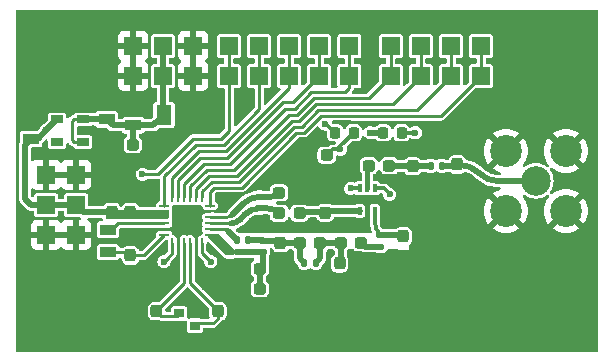
<source format=gbr>
%TF.GenerationSoftware,KiCad,Pcbnew,7.0.5.1-1-g8f565ef7f0-dirty-deb11*%
%TF.CreationDate,2023-07-20T11:46:54+00:00*%
%TF.ProjectId,ISM02,49534d30-322e-46b6-9963-61645f706362,rev?*%
%TF.SameCoordinates,Original*%
%TF.FileFunction,Copper,L2,Bot*%
%TF.FilePolarity,Positive*%
%FSLAX46Y46*%
G04 Gerber Fmt 4.6, Leading zero omitted, Abs format (unit mm)*
G04 Created by KiCad (PCBNEW 7.0.5.1-1-g8f565ef7f0-dirty-deb11) date 2023-07-20 11:46:54*
%MOMM*%
%LPD*%
G01*
G04 APERTURE LIST*
G04 Aperture macros list*
%AMRoundRect*
0 Rectangle with rounded corners*
0 $1 Rounding radius*
0 $2 $3 $4 $5 $6 $7 $8 $9 X,Y pos of 4 corners*
0 Add a 4 corners polygon primitive as box body*
4,1,4,$2,$3,$4,$5,$6,$7,$8,$9,$2,$3,0*
0 Add four circle primitives for the rounded corners*
1,1,$1+$1,$2,$3*
1,1,$1+$1,$4,$5*
1,1,$1+$1,$6,$7*
1,1,$1+$1,$8,$9*
0 Add four rect primitives between the rounded corners*
20,1,$1+$1,$2,$3,$4,$5,0*
20,1,$1+$1,$4,$5,$6,$7,0*
20,1,$1+$1,$6,$7,$8,$9,0*
20,1,$1+$1,$8,$9,$2,$3,0*%
G04 Aperture macros list end*
%TA.AperFunction,ComponentPad*%
%ADD10C,6.000000*%
%TD*%
%TA.AperFunction,ComponentPad*%
%ADD11R,1.524000X1.524000*%
%TD*%
%TA.AperFunction,ComponentPad*%
%ADD12C,2.500000*%
%TD*%
%TA.AperFunction,ComponentPad*%
%ADD13C,2.700000*%
%TD*%
%TA.AperFunction,SMDPad,CuDef*%
%ADD14RoundRect,0.237500X0.237500X-0.287500X0.237500X0.287500X-0.237500X0.287500X-0.237500X-0.287500X0*%
%TD*%
%TA.AperFunction,SMDPad,CuDef*%
%ADD15RoundRect,0.237500X0.287500X0.237500X-0.287500X0.237500X-0.287500X-0.237500X0.287500X-0.237500X0*%
%TD*%
%TA.AperFunction,SMDPad,CuDef*%
%ADD16RoundRect,0.237500X-0.287500X-0.237500X0.287500X-0.237500X0.287500X0.237500X-0.287500X0.237500X0*%
%TD*%
%TA.AperFunction,SMDPad,CuDef*%
%ADD17R,0.850000X0.750000*%
%TD*%
%TA.AperFunction,SMDPad,CuDef*%
%ADD18RoundRect,0.062500X0.062500X-0.350000X0.062500X0.350000X-0.062500X0.350000X-0.062500X-0.350000X0*%
%TD*%
%TA.AperFunction,SMDPad,CuDef*%
%ADD19RoundRect,0.062500X0.350000X-0.062500X0.350000X0.062500X-0.350000X0.062500X-0.350000X-0.062500X0*%
%TD*%
%TA.AperFunction,ComponentPad*%
%ADD20C,0.500000*%
%TD*%
%TA.AperFunction,SMDPad,CuDef*%
%ADD21RoundRect,0.250000X1.050000X-1.050000X1.050000X1.050000X-1.050000X1.050000X-1.050000X-1.050000X0*%
%TD*%
%TA.AperFunction,SMDPad,CuDef*%
%ADD22RoundRect,0.218750X-0.218750X-0.256250X0.218750X-0.256250X0.218750X0.256250X-0.218750X0.256250X0*%
%TD*%
%TA.AperFunction,SMDPad,CuDef*%
%ADD23RoundRect,0.147500X-0.172500X0.147500X-0.172500X-0.147500X0.172500X-0.147500X0.172500X0.147500X0*%
%TD*%
%TA.AperFunction,SMDPad,CuDef*%
%ADD24RoundRect,0.147500X-0.147500X-0.172500X0.147500X-0.172500X0.147500X0.172500X-0.147500X0.172500X0*%
%TD*%
%TA.AperFunction,SMDPad,CuDef*%
%ADD25R,1.397000X0.889000*%
%TD*%
%TA.AperFunction,SMDPad,CuDef*%
%ADD26RoundRect,0.147500X0.172500X-0.147500X0.172500X0.147500X-0.172500X0.147500X-0.172500X-0.147500X0*%
%TD*%
%TA.AperFunction,SMDPad,CuDef*%
%ADD27RoundRect,0.237500X-0.237500X0.287500X-0.237500X-0.287500X0.237500X-0.287500X0.237500X0.287500X0*%
%TD*%
%TA.AperFunction,SMDPad,CuDef*%
%ADD28R,1.300000X1.700000*%
%TD*%
%TA.AperFunction,SMDPad,CuDef*%
%ADD29R,1.060000X0.650000*%
%TD*%
%TA.AperFunction,SMDPad,CuDef*%
%ADD30R,0.400000X0.650000*%
%TD*%
%TA.AperFunction,SMDPad,CuDef*%
%ADD31RoundRect,0.218750X0.218750X0.256250X-0.218750X0.256250X-0.218750X-0.256250X0.218750X-0.256250X0*%
%TD*%
%TA.AperFunction,ViaPad*%
%ADD32C,0.600000*%
%TD*%
%TA.AperFunction,Conductor*%
%ADD33C,0.250000*%
%TD*%
%TA.AperFunction,Conductor*%
%ADD34C,0.500000*%
%TD*%
%TA.AperFunction,Conductor*%
%ADD35C,0.300000*%
%TD*%
%TA.AperFunction,Conductor*%
%ADD36C,0.400000*%
%TD*%
G04 APERTURE END LIST*
D10*
%TO.P,M2,1*%
%TO.N,GND*%
X139700000Y-104140000D03*
%TD*%
%TO.P,M3,1*%
%TO.N,GND*%
X180340000Y-124460000D03*
%TD*%
D11*
%TO.P,J2,1*%
%TO.N,GND*%
X137922000Y-118872000D03*
%TO.P,J2,2*%
X140462000Y-118872000D03*
%TD*%
%TO.P,J5,1*%
%TO.N,/MISO*%
X167102000Y-105410000D03*
%TO.P,J5,2*%
X167102000Y-102870000D03*
%TD*%
%TO.P,J4,1*%
%TO.N,/SCK*%
X172202000Y-105410000D03*
%TO.P,J4,2*%
X172202000Y-102870000D03*
%TD*%
%TO.P,J3,1*%
%TO.N,/#RESET*%
X163596000Y-105410000D03*
%TO.P,J3,2*%
X163596000Y-102870000D03*
%TD*%
D12*
%TO.P,J12,1*%
%TO.N,Net-(C22-Pad2)*%
X179374800Y-114300000D03*
D13*
%TO.P,J12,2*%
%TO.N,GND*%
X176834800Y-116840000D03*
X181914800Y-116840000D03*
X176834800Y-111760000D03*
X181914800Y-111760000D03*
%TD*%
D11*
%TO.P,J10,1*%
%TO.N,/DIO3*%
X153396000Y-105410000D03*
%TO.P,J10,2*%
X153396000Y-102870000D03*
%TD*%
%TO.P,J7,1*%
%TO.N,/#CS*%
X174752000Y-105410000D03*
%TO.P,J7,2*%
X174752000Y-102870000D03*
%TD*%
%TO.P,J9,1*%
%TO.N,/DIO2*%
X155946000Y-105410000D03*
%TO.P,J9,2*%
X155946000Y-102870000D03*
%TD*%
%TO.P,J8,1*%
%TO.N,/DIO1*%
X158496000Y-105410000D03*
%TO.P,J8,2*%
X158496000Y-102870000D03*
%TD*%
%TO.P,J11,1*%
%TO.N,/BUSY*%
X161046000Y-105410000D03*
%TO.P,J11,2*%
X161046000Y-102870000D03*
%TD*%
%TO.P,J6,1*%
%TO.N,/MOSI*%
X169652000Y-105410000D03*
%TO.P,J6,2*%
X169652000Y-102870000D03*
%TD*%
D10*
%TO.P,M1,1*%
%TO.N,GND*%
X180340000Y-104140000D03*
%TD*%
D11*
%TO.P,J1,1,2*%
%TO.N,GND*%
X145288000Y-105410000D03*
%TO.P,J1,2,2*%
X145288000Y-102870000D03*
%TO.P,J1,3,4*%
%TO.N,+5V*%
X147828000Y-105410000D03*
%TO.P,J1,4,4*%
X147828000Y-102870000D03*
%TO.P,J1,5,6*%
%TO.N,GND*%
X150368000Y-105410000D03*
%TO.P,J1,6,6*%
X150368000Y-102870000D03*
%TD*%
D10*
%TO.P,M4,1*%
%TO.N,GND*%
X139700000Y-124460000D03*
%TD*%
D11*
%TO.P,J15,1*%
%TO.N,GND*%
X137922000Y-113792000D03*
%TO.P,J15,2*%
X140462000Y-113792000D03*
%TD*%
%TO.P,J13,1*%
%TO.N,+3V3*%
X137922000Y-116332000D03*
%TO.P,J13,2*%
X140462000Y-116332000D03*
%TD*%
D14*
%TO.P,C19,1*%
%TO.N,GND*%
X168949600Y-114805000D03*
%TO.P,C19,2*%
%TO.N,Net-(C17-Pad1)*%
X168949600Y-113055000D03*
%TD*%
D15*
%TO.P,C18,1*%
%TO.N,Net-(C18-Pad1)*%
X161671000Y-112141000D03*
%TO.P,C18,2*%
%TO.N,GND*%
X159921000Y-112141000D03*
%TD*%
D14*
%TO.P,C12,1*%
%TO.N,Net-(C10-Pad1)*%
X161558000Y-117021000D03*
%TO.P,C12,2*%
%TO.N,GND*%
X161558000Y-115271000D03*
%TD*%
%TO.P,C22,1*%
%TO.N,GND*%
X172720000Y-114667000D03*
%TO.P,C22,2*%
%TO.N,Net-(C22-Pad2)*%
X172720000Y-112917000D03*
%TD*%
%TO.P,C4,1*%
%TO.N,Net-(C4-Pad1)*%
X145058000Y-120621000D03*
%TO.P,C4,2*%
%TO.N,GND*%
X145058000Y-118871000D03*
%TD*%
%TO.P,C5,1*%
%TO.N,+3V3*%
X143458000Y-116921000D03*
%TO.P,C5,2*%
%TO.N,GND*%
X143458000Y-115171000D03*
%TD*%
%TO.P,C1,1*%
%TO.N,Net-(C1-Pad1)*%
X152458000Y-125335000D03*
%TO.P,C1,2*%
%TO.N,GND*%
X152458000Y-123585000D03*
%TD*%
%TO.P,C3,1*%
%TO.N,Net-(C3-Pad1)*%
X147258000Y-125335000D03*
%TO.P,C3,2*%
%TO.N,GND*%
X147258000Y-123585000D03*
%TD*%
D15*
%TO.P,C10,1*%
%TO.N,Net-(C10-Pad1)*%
X159385000Y-117046000D03*
%TO.P,C10,2*%
%TO.N,Net-(C10-Pad2)*%
X157635000Y-117046000D03*
%TD*%
D14*
%TO.P,C6,1*%
%TO.N,+3V3*%
X145058000Y-116921000D03*
%TO.P,C6,2*%
%TO.N,GND*%
X145058000Y-115171000D03*
%TD*%
D16*
%TO.P,C8,1*%
%TO.N,Net-(C8-Pad1)*%
X157635000Y-115316000D03*
%TO.P,C8,2*%
%TO.N,GND*%
X159385000Y-115316000D03*
%TD*%
D17*
%TO.P,Y1,1,1*%
%TO.N,Net-(C1-Pad1)*%
X150533000Y-126585000D03*
%TO.P,Y1,2,2*%
%TO.N,GND*%
X149183000Y-126585000D03*
%TO.P,Y1,3,3*%
%TO.N,Net-(C3-Pad1)*%
X149183000Y-125535000D03*
%TO.P,Y1,4,4*%
%TO.N,GND*%
X150533000Y-125535000D03*
%TD*%
D18*
%TO.P,U1,1,VDD_IN*%
%TO.N,+3V3*%
X151108000Y-119583500D03*
%TO.P,U1,2,GND*%
%TO.N,GND*%
X150608000Y-119583500D03*
%TO.P,U1,3,XTA*%
%TO.N,Net-(C1-Pad1)*%
X150108000Y-119583500D03*
%TO.P,U1,4,XTB*%
%TO.N,Net-(C3-Pad1)*%
X149608000Y-119583500D03*
%TO.P,U1,5,GND*%
%TO.N,GND*%
X149108000Y-119583500D03*
%TO.P,U1,6,DIO3*%
%TO.N,/DIO3*%
X148608000Y-119583500D03*
D19*
%TO.P,U1,7,VREG*%
%TO.N,Net-(C4-Pad1)*%
X147920500Y-118896000D03*
%TO.P,U1,8,GND*%
%TO.N,GND*%
X147920500Y-118396000D03*
%TO.P,U1,9,DCC_SW*%
%TO.N,Net-(L1-Pad2)*%
X147920500Y-117896000D03*
%TO.P,U1,10,VBAT*%
%TO.N,+3V3*%
X147920500Y-117396000D03*
%TO.P,U1,11,VBAT_IO*%
X147920500Y-116896000D03*
%TO.P,U1,12,DIO2*%
%TO.N,/DIO2*%
X147920500Y-116396000D03*
D18*
%TO.P,U1,13,DIO1*%
%TO.N,/DIO1*%
X148608000Y-115708500D03*
%TO.P,U1,14,BUSY*%
%TO.N,/BUSY*%
X149108000Y-115708500D03*
%TO.P,U1,15,RESET*%
%TO.N,/#RESET*%
X149608000Y-115708500D03*
%TO.P,U1,16,MISO*%
%TO.N,/MISO*%
X150108000Y-115708500D03*
%TO.P,U1,17,MOSI*%
%TO.N,/MOSI*%
X150608000Y-115708500D03*
%TO.P,U1,18,SCK*%
%TO.N,/SCK*%
X151108000Y-115708500D03*
D19*
%TO.P,U1,19,~CS~*%
%TO.N,/#CS*%
X151795500Y-116396000D03*
%TO.P,U1,20,GND*%
%TO.N,GND*%
X151795500Y-116896000D03*
%TO.P,U1,21,RFI_P*%
%TO.N,Net-(C8-Pad1)*%
X151795500Y-117396000D03*
%TO.P,U1,22,RFI_N*%
%TO.N,Net-(C10-Pad2)*%
X151795500Y-117896000D03*
%TO.P,U1,23,RFO*%
%TO.N,Net-(L3-Pad1)*%
X151795500Y-118396000D03*
%TO.P,U1,24,VR_PA*%
%TO.N,Net-(C7-Pad1)*%
X151795500Y-118896000D03*
D20*
%TO.P,U1,25,GND*%
%TO.N,GND*%
X148808000Y-118696000D03*
X149858000Y-118696000D03*
X150908000Y-118696000D03*
X148808000Y-117646000D03*
X149858000Y-117646000D03*
D21*
X149858000Y-117646000D03*
D20*
X150908000Y-117646000D03*
X148808000Y-116596000D03*
X149858000Y-116596000D03*
X150908000Y-116596000D03*
%TD*%
D22*
%TO.P,R1,1*%
%TO.N,+3V3*%
X166446000Y-110236000D03*
%TO.P,R1,2*%
%TO.N,/#RESET*%
X168021000Y-110236000D03*
%TD*%
D23*
%TO.P,L2,1,1*%
%TO.N,Net-(C8-Pad1)*%
X155970000Y-115661000D03*
%TO.P,L2,2,2*%
%TO.N,Net-(C10-Pad2)*%
X155970000Y-116631000D03*
%TD*%
D24*
%TO.P,L7,1,1*%
%TO.N,Net-(C17-Pad1)*%
X170464600Y-113030000D03*
%TO.P,L7,2,2*%
%TO.N,Net-(C22-Pad2)*%
X171434600Y-113030000D03*
%TD*%
D25*
%TO.P,L1,1*%
%TO.N,Net-(C4-Pad1)*%
X143158000Y-120332500D03*
%TO.P,L1,2*%
%TO.N,Net-(L1-Pad2)*%
X143158000Y-118427500D03*
%TD*%
D26*
%TO.P,L4,1,1*%
%TO.N,Net-(C7-Pad1)*%
X156258000Y-120331000D03*
%TO.P,L4,2,2*%
%TO.N,Net-(C11-Pad1)*%
X156258000Y-119361000D03*
%TD*%
%TO.P,L6,1,1*%
%TO.N,Net-(C15-Pad1)*%
X166217600Y-119865000D03*
%TO.P,L6,2,2*%
%TO.N,Net-(C16-Pad1)*%
X166217600Y-118895000D03*
%TD*%
D24*
%TO.P,L5,1,1*%
%TO.N,Net-(C11-Pad1)*%
X159773000Y-121246000D03*
%TO.P,L5,2,2*%
%TO.N,Net-(C13-Pad1)*%
X160743000Y-121246000D03*
%TD*%
D15*
%TO.P,C13,1*%
%TO.N,Net-(C13-Pad1)*%
X161133000Y-119546000D03*
%TO.P,C13,2*%
%TO.N,Net-(C11-Pad1)*%
X159383000Y-119546000D03*
%TD*%
D27*
%TO.P,C16,1*%
%TO.N,Net-(C16-Pad1)*%
X168148000Y-119013000D03*
%TO.P,C16,2*%
%TO.N,GND*%
X168148000Y-120763000D03*
%TD*%
D15*
%TO.P,C17,1*%
%TO.N,Net-(C17-Pad1)*%
X166979600Y-113030000D03*
%TO.P,C17,2*%
%TO.N,Net-(C17-Pad2)*%
X165229600Y-113030000D03*
%TD*%
D27*
%TO.P,C14,1*%
%TO.N,Net-(C13-Pad1)*%
X162758000Y-121285000D03*
%TO.P,C14,2*%
%TO.N,GND*%
X162758000Y-123035000D03*
%TD*%
%TO.P,C11,1*%
%TO.N,Net-(C11-Pad1)*%
X157758000Y-119571000D03*
%TO.P,C11,2*%
%TO.N,GND*%
X157758000Y-121321000D03*
%TD*%
D15*
%TO.P,C15,1*%
%TO.N,Net-(C15-Pad1)*%
X164614800Y-119532400D03*
%TO.P,C15,2*%
%TO.N,Net-(C13-Pad1)*%
X162864800Y-119532400D03*
%TD*%
%TO.P,C9,1*%
%TO.N,Net-(C7-Pad1)*%
X156008000Y-121746000D03*
%TO.P,C9,2*%
%TO.N,GND*%
X154258000Y-121746000D03*
%TD*%
%TO.P,C7,1*%
%TO.N,Net-(C7-Pad1)*%
X156008000Y-123446000D03*
%TO.P,C7,2*%
%TO.N,GND*%
X154258000Y-123446000D03*
%TD*%
D24*
%TO.P,L3,1,1*%
%TO.N,Net-(L3-Pad1)*%
X154073000Y-119346000D03*
%TO.P,L3,2,2*%
%TO.N,Net-(C11-Pad1)*%
X155043000Y-119346000D03*
%TD*%
D16*
%TO.P,C2,1*%
%TO.N,+5V*%
X145263000Y-111252000D03*
%TO.P,C2,2*%
%TO.N,GND*%
X147013000Y-111252000D03*
%TD*%
D28*
%TO.P,D1,1,K*%
%TO.N,+5V*%
X147884000Y-108712000D03*
%TO.P,D1,2,A*%
%TO.N,GND*%
X151384000Y-108712000D03*
%TD*%
D29*
%TO.P,U2,1,VIN*%
%TO.N,+5V*%
X141038000Y-109102000D03*
%TO.P,U2,2,GND*%
%TO.N,GND*%
X141038000Y-110052000D03*
%TO.P,U2,3,EN*%
%TO.N,+5V*%
X141038000Y-111002000D03*
%TO.P,U2,4,NC*%
%TO.N,N/C*%
X138838000Y-111002000D03*
%TO.P,U2,5,VOUT*%
%TO.N,+3V3*%
X138838000Y-109102000D03*
%TD*%
D25*
%TO.P,C24,1*%
%TO.N,+3V3*%
X136652000Y-110744000D03*
%TO.P,C24,2*%
%TO.N,GND*%
X136652000Y-108839000D03*
%TD*%
%TO.P,C21,1*%
%TO.N,+5V*%
X143038000Y-109099500D03*
%TO.P,C21,2*%
%TO.N,GND*%
X143038000Y-111004500D03*
%TD*%
%TO.P,C25,1*%
%TO.N,+5V*%
X145288000Y-109601000D03*
%TO.P,C25,2*%
%TO.N,GND*%
X145288000Y-107696000D03*
%TD*%
D30*
%TO.P,U3,1,RF1*%
%TO.N,Net-(C16-Pad1)*%
X165750000Y-116836000D03*
%TO.P,U3,2,GND*%
%TO.N,GND*%
X165100000Y-116836000D03*
%TO.P,U3,3,RF2*%
%TO.N,Net-(C10-Pad1)*%
X164450000Y-116836000D03*
%TO.P,U3,4,CTRL*%
%TO.N,Net-(C18-Pad1)*%
X164450000Y-114936000D03*
%TO.P,U3,5,RFC*%
%TO.N,Net-(C17-Pad2)*%
X165100000Y-114936000D03*
%TO.P,U3,6,#CTRL*%
%TO.N,+3V3*%
X165750000Y-114936000D03*
%TD*%
D31*
%TO.P,R2,1*%
%TO.N,Net-(C18-Pad1)*%
X163957000Y-110236000D03*
%TO.P,R2,2*%
%TO.N,/DIO2*%
X162382000Y-110236000D03*
%TD*%
D32*
%TO.N,GND*%
X145058000Y-114046000D03*
X143458000Y-114046000D03*
X151358000Y-123260000D03*
X148358000Y-123260000D03*
X150558000Y-124560000D03*
X163830000Y-113665000D03*
X184150000Y-119380000D03*
X148463000Y-128270000D03*
X163830000Y-100330000D03*
X161798000Y-113919000D03*
X171069000Y-111633000D03*
X184150000Y-118110000D03*
X157356660Y-118341817D03*
X158750000Y-113919000D03*
X184150000Y-114300000D03*
X145161000Y-122301000D03*
X168910000Y-111633000D03*
X142240000Y-128270000D03*
X184150000Y-110490000D03*
X156972000Y-113919000D03*
X167894000Y-111633000D03*
X143383000Y-107442000D03*
X145161000Y-123317000D03*
X153858000Y-124946000D03*
X146304000Y-128270000D03*
X159766000Y-113919000D03*
X168402000Y-122428000D03*
X143764000Y-112649000D03*
X153670000Y-100330000D03*
X169164000Y-116967000D03*
X177800000Y-108585000D03*
X170053000Y-111633000D03*
X172085000Y-128270000D03*
X164211000Y-121666000D03*
X161290000Y-100330000D03*
X172212000Y-111506000D03*
X163195000Y-128270000D03*
X160655000Y-128270000D03*
X167767000Y-114300000D03*
X154940000Y-100330000D03*
X153416000Y-123446000D03*
X172720000Y-100330000D03*
X157480000Y-100330000D03*
X162560000Y-124460000D03*
X155858000Y-118346000D03*
X152273000Y-128270000D03*
X174117000Y-114935000D03*
X166370000Y-100330000D03*
X160655000Y-113919000D03*
X150876000Y-122301000D03*
X181610000Y-120015000D03*
X159766000Y-122809000D03*
X149858000Y-123860000D03*
X149606000Y-107442000D03*
X153797000Y-126111000D03*
X150858000Y-121146000D03*
X155575000Y-128270000D03*
X145161000Y-128270000D03*
X170815000Y-128270000D03*
X143510000Y-100330000D03*
X144780000Y-100330000D03*
X135890000Y-120650000D03*
X168275000Y-128270000D03*
X158750000Y-100330000D03*
X172847000Y-116967000D03*
X146050000Y-100330000D03*
X173101000Y-111506000D03*
X169545000Y-120904000D03*
X177800000Y-100330000D03*
X175260000Y-100330000D03*
X176530000Y-108585000D03*
X146939000Y-112649000D03*
X158115000Y-128270000D03*
X168148000Y-116967000D03*
X156210000Y-100330000D03*
X182245000Y-108585000D03*
X149860000Y-100330000D03*
X162941000Y-115697000D03*
X167640000Y-100330000D03*
X173990000Y-100330000D03*
X183515000Y-120015000D03*
X148908011Y-121145981D03*
X148590000Y-100330000D03*
X170180000Y-100330000D03*
X164846000Y-111633000D03*
X135890000Y-119380000D03*
X162258000Y-118346000D03*
X164465000Y-128270000D03*
X146050000Y-127000000D03*
X135890000Y-116840000D03*
X184150000Y-116840000D03*
X154940000Y-118346000D03*
X173990000Y-111506000D03*
X174498000Y-112268000D03*
X165735000Y-128270000D03*
X171450000Y-100330000D03*
X164846000Y-117983000D03*
X170561000Y-116967000D03*
X154305000Y-128270000D03*
X152019000Y-122301000D03*
X153035000Y-115570000D03*
X163858046Y-118346000D03*
X173990000Y-118110000D03*
X161925000Y-128270000D03*
X145161000Y-125349000D03*
X153158000Y-121746000D03*
X168910000Y-100330000D03*
X177165000Y-128270000D03*
X173355000Y-128270000D03*
X148717000Y-122174000D03*
X160658000Y-118346000D03*
X145161000Y-126619000D03*
X165100000Y-100330000D03*
X147320000Y-121920000D03*
X146058000Y-118946000D03*
X175895000Y-120015000D03*
X162560000Y-100330000D03*
X184150000Y-113030000D03*
X161036000Y-122809000D03*
X184150000Y-107950000D03*
X171704000Y-116967000D03*
X179705000Y-118745000D03*
X179070000Y-120015000D03*
X166497000Y-121158000D03*
X160020000Y-100330000D03*
X157480000Y-122809000D03*
X151130000Y-100330000D03*
X164211000Y-122809000D03*
X169545000Y-122428000D03*
X167132000Y-116967000D03*
X184150000Y-115570000D03*
X171323000Y-114300000D03*
X149258000Y-124560000D03*
X161036000Y-124460000D03*
X169418000Y-117983000D03*
X147447000Y-128270000D03*
X156224000Y-114808000D03*
X170307000Y-114300000D03*
X184150000Y-120650000D03*
X175895000Y-128270000D03*
X169545000Y-128270000D03*
X165227000Y-121158000D03*
X174625000Y-120015000D03*
X157861000Y-113919000D03*
X147858000Y-126560000D03*
X153035000Y-127127000D03*
X136271000Y-107315000D03*
X184150000Y-109220000D03*
X152400000Y-100330000D03*
X145161000Y-112649000D03*
X167005000Y-128270000D03*
X159058000Y-118346000D03*
X174117000Y-116967000D03*
X176530000Y-100330000D03*
X159385000Y-128270000D03*
X149606000Y-128270000D03*
X180975000Y-108585000D03*
X164338000Y-124460000D03*
X143510000Y-128270000D03*
X147320000Y-100330000D03*
X165989000Y-111633000D03*
X175006000Y-115062000D03*
X135890000Y-118110000D03*
X177800000Y-120015000D03*
X141859000Y-107569000D03*
X163830000Y-111633000D03*
X143637000Y-121920000D03*
X158623000Y-122809000D03*
X173990000Y-119380000D03*
X166116000Y-113919000D03*
X145161000Y-124333000D03*
X156845000Y-128270000D03*
X167132000Y-122428000D03*
X179070000Y-110490000D03*
X150876000Y-128270000D03*
X146050000Y-121920000D03*
X169545000Y-119126000D03*
X163830000Y-112649000D03*
X149606000Y-108712000D03*
X184150000Y-111760000D03*
X174625000Y-128270000D03*
X184150000Y-106680000D03*
X142494000Y-112649000D03*
%TO.N,+3V3*%
X167005000Y-115443000D03*
X165354000Y-110236000D03*
X137940000Y-110000000D03*
X151858000Y-121146000D03*
X146858000Y-117146000D03*
%TO.N,Net-(C18-Pad1)*%
X162814000Y-111633000D03*
X163703000Y-114935000D03*
%TO.N,/#RESET*%
X169164000Y-110236000D03*
%TO.N,/DIO2*%
X161544000Y-109490080D03*
%TO.N,/DIO3*%
X146058000Y-113746046D03*
X147901519Y-121146000D03*
%TD*%
D33*
%TO.N,Net-(C1-Pad1)*%
X152458000Y-125335000D02*
X152458000Y-125960000D01*
X152058000Y-126360000D02*
X150758000Y-126360000D01*
X150758000Y-126360000D02*
X150533000Y-126585000D01*
X152458000Y-125960000D02*
X152058000Y-126360000D01*
X150108000Y-122985000D02*
X152458000Y-125335000D01*
X150108000Y-122985000D02*
X150108000Y-119583500D01*
%TO.N,GND*%
X148033000Y-123585000D02*
X148358000Y-123260000D01*
X150608000Y-119583500D02*
X150608000Y-118996000D01*
X149108000Y-118996000D02*
X148808000Y-118696000D01*
X152458000Y-123585000D02*
X151683000Y-123585000D01*
X147258000Y-123585000D02*
X148033000Y-123585000D01*
X151683000Y-123585000D02*
X151358000Y-123260000D01*
X150533000Y-124585000D02*
X150558000Y-124560000D01*
X147920500Y-118396000D02*
X148508000Y-118396000D01*
X148508000Y-118396000D02*
X148808000Y-118696000D01*
X149108000Y-119583500D02*
X149108000Y-118996000D01*
X151208000Y-116896000D02*
X150908000Y-116596000D01*
X150608000Y-118996000D02*
X150908000Y-118696000D01*
X150533000Y-125535000D02*
X150533000Y-124585000D01*
X143458000Y-115171000D02*
X143458000Y-114046000D01*
X145058000Y-115171000D02*
X145058000Y-114046000D01*
X151795500Y-116896000D02*
X151208000Y-116896000D01*
D34*
X142085500Y-110052000D02*
X143038000Y-111004500D01*
X141038000Y-110052000D02*
X142085500Y-110052000D01*
X157379928Y-118318541D02*
X157356652Y-118341817D01*
D33*
X166497000Y-114300000D02*
X166116000Y-113919000D01*
X150876000Y-128270000D02*
X152273000Y-128270000D01*
X167767000Y-114300000D02*
X166497000Y-114300000D01*
D34*
X157356660Y-118341817D02*
X159053817Y-118341817D01*
D33*
X148463000Y-128270000D02*
X149606000Y-128270000D01*
X153035000Y-126873000D02*
X153797000Y-126111000D01*
D34*
X163858046Y-118346000D02*
X164483000Y-118346000D01*
D33*
X154258000Y-121746000D02*
X153158000Y-121746000D01*
X154157999Y-124646001D02*
X153858000Y-124946000D01*
X146357999Y-118646001D02*
X146058000Y-118946000D01*
X153035000Y-127127000D02*
X153035000Y-126873000D01*
X149183000Y-126585000D02*
X147883000Y-126585000D01*
X145058000Y-118871000D02*
X145983000Y-118871000D01*
D34*
X157356652Y-118341817D02*
X157356660Y-118341817D01*
D35*
X161513000Y-115316000D02*
X161558000Y-115271000D01*
D33*
X144018000Y-122301000D02*
X143637000Y-121920000D01*
X145161000Y-122301000D02*
X144018000Y-122301000D01*
X145983000Y-118871000D02*
X146058000Y-118946000D01*
X149108000Y-120945992D02*
X148908011Y-121145981D01*
X146608000Y-118396000D02*
X146357999Y-118646001D01*
X150876000Y-122301000D02*
X152019000Y-122301000D01*
X147883000Y-126585000D02*
X147858000Y-126560000D01*
X150608000Y-119583500D02*
X150608000Y-120896000D01*
D34*
X160658000Y-118346000D02*
X162258000Y-118346000D01*
D33*
X149108000Y-119583500D02*
X149108000Y-120945992D01*
X147920500Y-118396000D02*
X146608000Y-118396000D01*
X154258000Y-123446000D02*
X154258000Y-124546000D01*
D34*
X150558000Y-124560000D02*
X149258000Y-124560000D01*
D33*
X154258000Y-124546000D02*
X154157999Y-124646001D01*
X150608000Y-120896000D02*
X150858000Y-121146000D01*
D34*
X164483000Y-118346000D02*
X164846000Y-117983000D01*
D33*
X151384000Y-108712000D02*
X149606000Y-108712000D01*
D34*
X159053817Y-118341817D02*
X159058000Y-118346000D01*
D33*
%TO.N,+5V*%
X140258000Y-109102000D02*
X140132999Y-109227001D01*
D34*
X143038000Y-109099500D02*
X143292000Y-109099500D01*
X143035500Y-109102000D02*
X143038000Y-109099500D01*
D33*
X140132999Y-110876999D02*
X140258000Y-111002000D01*
D34*
X141038000Y-109102000D02*
X143035500Y-109102000D01*
D33*
X140132999Y-109227001D02*
X140132999Y-110876999D01*
X140258000Y-111002000D02*
X141038000Y-111002000D01*
X141038000Y-109102000D02*
X140258000Y-109102000D01*
D34*
X143539500Y-109601000D02*
X143038000Y-109099500D01*
X145263000Y-111252000D02*
X145263000Y-109626000D01*
X147828000Y-105410000D02*
X147828000Y-108656000D01*
X146995000Y-109601000D02*
X147884000Y-108712000D01*
X147828000Y-102870000D02*
X147828000Y-105410000D01*
X145288000Y-109601000D02*
X143539500Y-109601000D01*
X145288000Y-109601000D02*
X146995000Y-109601000D01*
X145263000Y-109626000D02*
X145288000Y-109601000D01*
X147828000Y-108656000D02*
X147884000Y-108712000D01*
D33*
%TO.N,Net-(C3-Pad1)*%
X147683000Y-125760000D02*
X147258000Y-125335000D01*
X148958000Y-125760000D02*
X147683000Y-125760000D01*
X149183000Y-125535000D02*
X148958000Y-125760000D01*
X149608000Y-122985000D02*
X147258000Y-125335000D01*
X149608000Y-122985000D02*
X149608000Y-119583500D01*
%TO.N,Net-(C4-Pad1)*%
X145058000Y-120621000D02*
X146195500Y-120621000D01*
X143158000Y-120332500D02*
X144769500Y-120332500D01*
X146195500Y-120621000D02*
X147920500Y-118896000D01*
X144769500Y-120332500D02*
X145058000Y-120621000D01*
D34*
%TO.N,+3V3*%
X143435500Y-116898500D02*
X143458000Y-116921000D01*
X142883000Y-116921000D02*
X143458000Y-116921000D01*
X137196000Y-110744000D02*
X137940000Y-110000000D01*
D35*
X165750000Y-114936000D02*
X166498000Y-114936000D01*
D34*
X166446000Y-110236000D02*
X165354000Y-110236000D01*
D33*
X145058000Y-116921000D02*
X146633000Y-116921000D01*
X146633000Y-116921000D02*
X146858000Y-117146000D01*
D34*
X140462000Y-116332000D02*
X137922000Y-116332000D01*
X136144000Y-115824000D02*
X136144000Y-111252000D01*
X141051000Y-116921000D02*
X140462000Y-116332000D01*
X136144000Y-111252000D02*
X136652000Y-110744000D01*
X136652000Y-110744000D02*
X137196000Y-110744000D01*
D35*
X166498000Y-114936000D02*
X167005000Y-115443000D01*
D33*
X151108000Y-120396000D02*
X151858000Y-121146000D01*
D34*
X137940000Y-110000000D02*
X138838000Y-109102000D01*
D33*
X151108000Y-119583500D02*
X151108000Y-120396000D01*
D34*
X136652000Y-116332000D02*
X136144000Y-115824000D01*
X143458000Y-116921000D02*
X141051000Y-116921000D01*
X137922000Y-116332000D02*
X136652000Y-116332000D01*
D33*
%TO.N,Net-(C7-Pad1)*%
X152058000Y-118896000D02*
X151795500Y-118896000D01*
D34*
X156008000Y-121746000D02*
X156008000Y-123446000D01*
D33*
X152008000Y-118896000D02*
X151795500Y-118896000D01*
D34*
X156258000Y-120331000D02*
X156258000Y-121396000D01*
D33*
X152424000Y-118896000D02*
X153859000Y-120331000D01*
D34*
X156258000Y-121396000D02*
X155908000Y-121746000D01*
D33*
X153859000Y-120331000D02*
X153989000Y-120331000D01*
D34*
X156258000Y-120331000D02*
X153989000Y-120331000D01*
D33*
X151795500Y-118896000D02*
X152424000Y-118896000D01*
D34*
%TO.N,Net-(C8-Pad1)*%
X154525980Y-116320332D02*
X153670000Y-117176312D01*
D33*
X152733000Y-117396000D02*
X152779893Y-117396000D01*
D34*
X154630452Y-116215860D02*
X154525980Y-116320332D01*
X156875801Y-115661000D02*
X155970000Y-115661000D01*
D33*
X151795500Y-117396000D02*
X152733000Y-117396000D01*
D34*
X157582893Y-115368107D02*
X157635000Y-115316000D01*
D33*
X153596759Y-117249553D02*
X153670000Y-117176312D01*
X152733000Y-117396000D02*
X153243205Y-117396000D01*
D34*
X155970000Y-115660999D02*
G75*
G03*
X154630452Y-116215860I0J-1894401D01*
G01*
X156875801Y-115660990D02*
G75*
G03*
X157582893Y-115368107I-1J999990D01*
G01*
D33*
X153243205Y-117396003D02*
G75*
G03*
X153596759Y-117249553I-5J500003D01*
G01*
D34*
%TO.N,Net-(C10-Pad1)*%
X159531000Y-116900000D02*
X161437000Y-116900000D01*
X164450000Y-116836000D02*
X161743000Y-116836000D01*
%TO.N,Net-(C10-Pad2)*%
X155970000Y-116631000D02*
X155962074Y-116631000D01*
X154790874Y-117116126D02*
X154319545Y-117587455D01*
D33*
X151795500Y-117896000D02*
X153574652Y-117896000D01*
D34*
X156633115Y-116631000D02*
X155970000Y-116631000D01*
X157635000Y-117046000D02*
G75*
G03*
X156633115Y-116631000I-1001900J-1001900D01*
G01*
X155962074Y-116630974D02*
G75*
G03*
X154790875Y-117116127I26J-1656326D01*
G01*
X153574652Y-117895976D02*
G75*
G03*
X154319544Y-117587454I48J1053376D01*
G01*
%TO.N,Net-(C11-Pad1)*%
X159358000Y-119571000D02*
X159383000Y-119546000D01*
X159383000Y-120856000D02*
X159773000Y-121246000D01*
X157758000Y-119571000D02*
X159358000Y-119571000D01*
X156258000Y-119361000D02*
X157548000Y-119361000D01*
X157548000Y-119361000D02*
X157758000Y-119571000D01*
X159383000Y-119546000D02*
X159383000Y-120856000D01*
X155043000Y-119346000D02*
X156243000Y-119346000D01*
X156243000Y-119346000D02*
X156258000Y-119361000D01*
%TO.N,Net-(C13-Pad1)*%
X161133000Y-120856000D02*
X160743000Y-121246000D01*
X161133000Y-119546000D02*
X162851200Y-119546000D01*
X161133000Y-119546000D02*
X161133000Y-120856000D01*
X162864800Y-119532400D02*
X162864800Y-121178200D01*
X162851200Y-119546000D02*
X162864800Y-119532400D01*
X162864800Y-121178200D02*
X162758000Y-121285000D01*
%TO.N,Net-(C15-Pad1)*%
X164947400Y-119865000D02*
X166217600Y-119865000D01*
X164614800Y-119532400D02*
X164947400Y-119865000D01*
D35*
%TO.N,Net-(C16-Pad1)*%
X165750000Y-116836000D02*
X165750000Y-117766138D01*
D34*
X166217600Y-118895000D02*
X168030000Y-118895000D01*
X168030000Y-118895000D02*
X168148000Y-119013000D01*
D35*
X165749966Y-117766138D02*
G75*
G03*
X166217601Y-118894999I1596434J38D01*
G01*
D34*
%TO.N,Net-(C17-Pad1)*%
X168949600Y-113055000D02*
X170439600Y-113055000D01*
X170439600Y-113055000D02*
X170464600Y-113030000D01*
X166979600Y-113030000D02*
X168924600Y-113030000D01*
X168924600Y-113030000D02*
X168949600Y-113055000D01*
D35*
%TO.N,Net-(C18-Pad1)*%
X162814000Y-111379000D02*
X163957000Y-110236000D01*
X162814000Y-111633000D02*
X162179000Y-111633000D01*
X162814000Y-111633000D02*
X162814000Y-111379000D01*
X162179000Y-111633000D02*
X161671000Y-112141000D01*
X163704000Y-114936000D02*
X163703000Y-114935000D01*
X164450000Y-114936000D02*
X163704000Y-114936000D01*
D34*
%TO.N,Net-(C22-Pad2)*%
X172924600Y-113030000D02*
X172949600Y-113055000D01*
X171434600Y-113030000D02*
X172924600Y-113030000D01*
X176088427Y-114300000D02*
X179374800Y-114300000D01*
X172720000Y-112917000D02*
X172749572Y-112917000D01*
X174674200Y-113714228D02*
G75*
G03*
X176088427Y-114300000I1414200J1414228D01*
G01*
X174674238Y-113714190D02*
G75*
G03*
X172749572Y-112917000I-1924638J-1924710D01*
G01*
D36*
%TO.N,Net-(C17-Pad2)*%
X165100000Y-114936000D02*
X165100000Y-113159600D01*
D35*
X165100000Y-113159600D02*
X165229600Y-113030000D01*
D33*
%TO.N,/SCK*%
X169275060Y-108315060D02*
X169286000Y-108326000D01*
X159564524Y-109720020D02*
X160969484Y-108315060D01*
X172202000Y-103882000D02*
X172202000Y-105410000D01*
X151108000Y-115708500D02*
X151108000Y-115177408D01*
X158902252Y-109720020D02*
X159564524Y-109720020D01*
X172202000Y-102870000D02*
X172202000Y-103882000D01*
X151917760Y-114367648D02*
X154254624Y-114367648D01*
X151108000Y-115177408D02*
X151917760Y-114367648D01*
X169286000Y-108326000D02*
X172202000Y-105410000D01*
X160969484Y-108315060D02*
X169275060Y-108315060D01*
X154254624Y-114367648D02*
X158902252Y-109720020D01*
%TO.N,/MISO*%
X167102000Y-103882000D02*
X167102000Y-105410000D01*
X165226980Y-107315020D02*
X165544500Y-106997500D01*
X167102000Y-102870000D02*
X167102000Y-103882000D01*
X167102000Y-105440000D02*
X167102000Y-105410000D01*
X158496000Y-108712000D02*
X159158272Y-108712000D01*
X167202000Y-105510000D02*
X167102000Y-105410000D01*
X160555252Y-107315020D02*
X165226980Y-107315020D01*
X150108000Y-114763136D02*
X151503528Y-113367608D01*
X151503528Y-113367608D02*
X153840392Y-113367608D01*
X150108000Y-115708500D02*
X150108000Y-114763136D01*
X153840392Y-113367608D02*
X158496000Y-108712000D01*
X165226980Y-107315020D02*
X167102000Y-105440000D01*
X159158272Y-108712000D02*
X160555252Y-107315020D01*
%TO.N,/MOSI*%
X167266960Y-107815040D02*
X167449500Y-107632500D01*
X150608000Y-115708500D02*
X150608000Y-114970272D01*
X169652000Y-103882000D02*
X169652000Y-105410000D01*
X150608000Y-114970272D02*
X151710644Y-113867628D01*
X169652000Y-105430000D02*
X169652000Y-105410000D01*
X154047508Y-113867628D02*
X158695136Y-109220000D01*
X169652000Y-102870000D02*
X169652000Y-103882000D01*
X167266960Y-107815040D02*
X169652000Y-105430000D01*
X160762368Y-107815040D02*
X167266960Y-107815040D01*
X159357408Y-109220000D02*
X160762368Y-107815040D01*
X158695136Y-109220000D02*
X159357408Y-109220000D01*
X151710644Y-113867628D02*
X154047508Y-113867628D01*
%TO.N,/#CS*%
X163840940Y-108826020D02*
X171335980Y-108826020D01*
X159771640Y-110220040D02*
X161176600Y-108815080D01*
X151795500Y-116396000D02*
X151795500Y-115208500D01*
X171335980Y-108826020D02*
X174752000Y-105410000D01*
X161176600Y-108815080D02*
X163830000Y-108815080D01*
X163830000Y-108815080D02*
X163840940Y-108826020D01*
X154461740Y-114867668D02*
X159109368Y-110220040D01*
X152136332Y-114867668D02*
X154461740Y-114867668D01*
X159109368Y-110220040D02*
X159771640Y-110220040D01*
X151795500Y-115208500D02*
X152136332Y-114867668D01*
X174752000Y-102870000D02*
X174752000Y-105410000D01*
%TO.N,/#RESET*%
X160348136Y-106815000D02*
X163203000Y-106815000D01*
X149608000Y-114556000D02*
X151296412Y-112867588D01*
X163596000Y-102870000D02*
X163596000Y-105410000D01*
X149608000Y-115708500D02*
X149608000Y-114556000D01*
X163203000Y-106815000D02*
X163596000Y-106422000D01*
X153448300Y-112867588D02*
X158111888Y-108204000D01*
X158959136Y-108204000D02*
X160348136Y-106815000D01*
D35*
X168021000Y-110236000D02*
X169164000Y-110236000D01*
D33*
X158111888Y-108204000D02*
X158959136Y-108204000D01*
X163596000Y-106422000D02*
X163596000Y-105410000D01*
X151296412Y-112867588D02*
X153448300Y-112867588D01*
%TO.N,/DIO1*%
X150876000Y-111760000D02*
X153141617Y-111760000D01*
X158496000Y-105590000D02*
X158496000Y-105410000D01*
X158496000Y-102870000D02*
X158496000Y-105410000D01*
X148608000Y-114028000D02*
X150876000Y-111760000D01*
X158496000Y-106405617D02*
X158496000Y-105410000D01*
X148608000Y-115708500D02*
X148608000Y-114028000D01*
X153141617Y-111760000D02*
X158496000Y-106405617D01*
%TO.N,/DIO2*%
X147920500Y-116396000D02*
X147920500Y-113898636D01*
X156096000Y-105560000D02*
X155946000Y-105410000D01*
X155946000Y-102870000D02*
X155946000Y-103882000D01*
X155946000Y-108248482D02*
X155946000Y-105410000D01*
X147920500Y-113898636D02*
X150567136Y-111252000D01*
D34*
X162382000Y-110236000D02*
X162289920Y-110236000D01*
D35*
X161636080Y-109490080D02*
X162382000Y-110236000D01*
D33*
X155946000Y-103882000D02*
X155946000Y-105410000D01*
D35*
X161544000Y-109490080D02*
X161636080Y-109490080D01*
D33*
X152942482Y-111252000D02*
X155946000Y-108248482D01*
X150567136Y-111252000D02*
X152942482Y-111252000D01*
%TO.N,/DIO3*%
X153416000Y-105430000D02*
X153396000Y-105410000D01*
X153416000Y-110071346D02*
X153416000Y-105430000D01*
X148608000Y-120439519D02*
X148201518Y-120846001D01*
X150368000Y-110744000D02*
X152743346Y-110744000D01*
X153466000Y-105410000D02*
X153396000Y-105410000D01*
X148201518Y-120846001D02*
X147901519Y-121146000D01*
X146058000Y-113746046D02*
X147365954Y-113746046D01*
X148608000Y-119583500D02*
X148608000Y-120439519D01*
X147365954Y-113746046D02*
X150368000Y-110744000D01*
X152743346Y-110744000D02*
X153416000Y-110071346D01*
X148336000Y-112776000D02*
X150368000Y-110744000D01*
X153396000Y-102870000D02*
X153396000Y-105410000D01*
%TO.N,/BUSY*%
X150975568Y-112367568D02*
X153241185Y-112367568D01*
X161046000Y-102870000D02*
X161046000Y-103882000D01*
X149108000Y-115708500D02*
X149108000Y-114235136D01*
X161046000Y-103882000D02*
X161046000Y-105410000D01*
X158797624Y-107658376D02*
X157950376Y-107658376D01*
X153241185Y-112367568D02*
X157950376Y-107658376D01*
X161046000Y-105410000D02*
X158797624Y-107658376D01*
X149108000Y-114235136D02*
X150975568Y-112367568D01*
%TO.N,Net-(L1-Pad2)*%
X143410500Y-118493500D02*
X143158000Y-118493500D01*
X144008000Y-117896000D02*
X143410500Y-118493500D01*
X147920500Y-117896000D02*
X144008000Y-117896000D01*
%TO.N,Net-(L3-Pad1)*%
X151795500Y-118396000D02*
X153123000Y-118396000D01*
D34*
X154073000Y-119346000D02*
X153738832Y-119011832D01*
X153738832Y-119011832D02*
X153738832Y-119001832D01*
X153738832Y-119001832D02*
X153283000Y-118546000D01*
D33*
X153123000Y-118396000D02*
X153133000Y-118396000D01*
X153133000Y-118396000D02*
X153283000Y-118546000D01*
%TD*%
%TA.AperFunction,Conductor*%
%TO.N,GND*%
G36*
X149902031Y-123331827D02*
G01*
X149947094Y-123360788D01*
X151691595Y-125105289D01*
X151725621Y-125167601D01*
X151728500Y-125194384D01*
X151728500Y-125669548D01*
X151728502Y-125669572D01*
X151734798Y-125728151D01*
X151734799Y-125728156D01*
X151734800Y-125728157D01*
X151765501Y-125810469D01*
X151770566Y-125881283D01*
X151736541Y-125943595D01*
X151674228Y-125977620D01*
X151647445Y-125980500D01*
X151107071Y-125980500D01*
X151058851Y-125970908D01*
X151057301Y-125970266D01*
X150983068Y-125955500D01*
X150082936Y-125955500D01*
X150082924Y-125955502D01*
X150013078Y-125969394D01*
X149942364Y-125963065D01*
X149886298Y-125919509D01*
X149862679Y-125852556D01*
X149862499Y-125845848D01*
X149862499Y-125134934D01*
X149862498Y-125134930D01*
X149862498Y-125134926D01*
X149847734Y-125060699D01*
X149807472Y-125000444D01*
X149791484Y-124976516D01*
X149791483Y-124976515D01*
X149707302Y-124920266D01*
X149633068Y-124905500D01*
X148732936Y-124905500D01*
X148732926Y-124905501D01*
X148658699Y-124920265D01*
X148574515Y-124976516D01*
X148518266Y-125060697D01*
X148503500Y-125134930D01*
X148503500Y-125254500D01*
X148483498Y-125322621D01*
X148429842Y-125369114D01*
X148377500Y-125380500D01*
X148113499Y-125380500D01*
X148045378Y-125360498D01*
X147998885Y-125306842D01*
X147987499Y-125254500D01*
X147987499Y-125194383D01*
X148007501Y-125126262D01*
X148024399Y-125105293D01*
X149768906Y-123360786D01*
X149831216Y-123326762D01*
X149902031Y-123331827D01*
G37*
%TD.AperFunction*%
%TA.AperFunction,Conductor*%
G36*
X150911248Y-116345668D02*
G01*
X150962189Y-116369422D01*
X151008356Y-116375500D01*
X151008370Y-116375500D01*
X151010846Y-116375663D01*
X151011547Y-116375920D01*
X151012444Y-116376038D01*
X151012417Y-116376238D01*
X151077513Y-116400077D01*
X151120397Y-116456658D01*
X151128335Y-116493135D01*
X151128499Y-116495638D01*
X151134577Y-116541809D01*
X151134578Y-116541811D01*
X151168759Y-116615114D01*
X151181824Y-116643131D01*
X151260868Y-116722175D01*
X151260869Y-116722175D01*
X151260871Y-116722177D01*
X151362189Y-116769422D01*
X151366557Y-116769997D01*
X151374766Y-116771078D01*
X151439693Y-116799800D01*
X151478785Y-116859065D01*
X151479630Y-116930056D01*
X151441960Y-116990235D01*
X151377735Y-117020495D01*
X151374766Y-117020922D01*
X151362190Y-117022577D01*
X151260868Y-117069824D01*
X151181824Y-117148868D01*
X151134577Y-117250190D01*
X151128500Y-117296351D01*
X151128500Y-117495648D01*
X151134577Y-117541810D01*
X151134577Y-117541811D01*
X151158331Y-117592751D01*
X151168992Y-117662942D01*
X151158331Y-117699249D01*
X151134577Y-117750188D01*
X151134577Y-117750189D01*
X151128500Y-117796351D01*
X151128500Y-117995648D01*
X151134577Y-118041810D01*
X151134577Y-118041811D01*
X151158331Y-118092751D01*
X151168992Y-118162942D01*
X151158331Y-118199249D01*
X151134577Y-118250188D01*
X151134577Y-118250189D01*
X151128500Y-118296351D01*
X151128500Y-118495648D01*
X151134577Y-118541809D01*
X151158331Y-118592749D01*
X151168992Y-118662941D01*
X151158331Y-118699248D01*
X151134577Y-118750188D01*
X151134577Y-118750189D01*
X151128499Y-118796361D01*
X151128335Y-118798865D01*
X151128077Y-118799568D01*
X151127962Y-118800444D01*
X151127765Y-118800418D01*
X151103911Y-118865528D01*
X151047323Y-118908404D01*
X151010865Y-118916335D01*
X151008361Y-118916499D01*
X150962190Y-118922577D01*
X150860868Y-118969824D01*
X150781824Y-119048868D01*
X150734577Y-119150190D01*
X150732922Y-119162766D01*
X150704200Y-119227693D01*
X150644935Y-119266785D01*
X150573944Y-119267630D01*
X150513765Y-119229960D01*
X150483505Y-119165735D01*
X150483078Y-119162766D01*
X150481422Y-119150190D01*
X150481422Y-119150189D01*
X150434177Y-119048871D01*
X150434175Y-119048869D01*
X150434175Y-119048868D01*
X150355131Y-118969824D01*
X150253809Y-118922577D01*
X150207648Y-118916500D01*
X150207644Y-118916500D01*
X150008356Y-118916500D01*
X150008351Y-118916500D01*
X149962189Y-118922577D01*
X149962188Y-118922577D01*
X149911249Y-118946331D01*
X149841058Y-118956992D01*
X149804751Y-118946331D01*
X149753811Y-118922577D01*
X149707648Y-118916500D01*
X149707644Y-118916500D01*
X149508356Y-118916500D01*
X149508351Y-118916500D01*
X149462190Y-118922577D01*
X149360868Y-118969824D01*
X149281824Y-119048868D01*
X149234577Y-119150190D01*
X149232922Y-119162766D01*
X149204200Y-119227693D01*
X149144935Y-119266785D01*
X149073944Y-119267630D01*
X149013765Y-119229960D01*
X148983505Y-119165735D01*
X148983078Y-119162766D01*
X148981422Y-119150190D01*
X148981422Y-119150189D01*
X148934177Y-119048871D01*
X148934175Y-119048869D01*
X148934175Y-119048868D01*
X148855131Y-118969824D01*
X148753809Y-118922577D01*
X148707638Y-118916499D01*
X148705135Y-118916335D01*
X148704431Y-118916077D01*
X148703556Y-118915962D01*
X148703581Y-118915765D01*
X148638472Y-118891912D01*
X148595595Y-118835324D01*
X148587663Y-118798846D01*
X148587500Y-118796370D01*
X148587500Y-118796356D01*
X148581422Y-118750189D01*
X148534177Y-118648871D01*
X148534175Y-118648869D01*
X148534175Y-118648868D01*
X148455131Y-118569824D01*
X148353809Y-118522577D01*
X148341234Y-118520922D01*
X148276307Y-118492201D01*
X148237214Y-118432936D01*
X148236369Y-118361944D01*
X148274038Y-118301765D01*
X148338263Y-118271505D01*
X148341234Y-118271078D01*
X148346765Y-118270349D01*
X148353811Y-118269422D01*
X148455129Y-118222177D01*
X148534177Y-118143129D01*
X148581422Y-118041811D01*
X148587500Y-117995644D01*
X148587500Y-117796356D01*
X148581422Y-117750189D01*
X148557667Y-117699247D01*
X148547007Y-117629058D01*
X148557668Y-117592751D01*
X148581422Y-117541811D01*
X148587500Y-117495644D01*
X148587500Y-117296356D01*
X148581422Y-117250189D01*
X148574803Y-117235995D01*
X148563000Y-117182749D01*
X148563000Y-117109251D01*
X148574805Y-117056001D01*
X148581422Y-117041811D01*
X148587500Y-116995644D01*
X148587500Y-116796356D01*
X148581422Y-116750189D01*
X148557667Y-116699247D01*
X148547007Y-116629058D01*
X148557666Y-116592754D01*
X148581422Y-116541811D01*
X148587500Y-116495644D01*
X148587500Y-116495628D01*
X148587663Y-116493154D01*
X148587920Y-116492452D01*
X148588038Y-116491556D01*
X148588238Y-116491582D01*
X148612076Y-116426487D01*
X148668657Y-116383602D01*
X148705154Y-116375663D01*
X148707629Y-116375500D01*
X148707644Y-116375500D01*
X148753811Y-116369422D01*
X148804750Y-116345668D01*
X148874941Y-116335007D01*
X148911248Y-116345668D01*
X148962189Y-116369422D01*
X149008356Y-116375500D01*
X149008363Y-116375500D01*
X149207637Y-116375500D01*
X149207644Y-116375500D01*
X149253811Y-116369422D01*
X149304751Y-116345668D01*
X149374939Y-116335007D01*
X149411246Y-116345667D01*
X149462189Y-116369422D01*
X149508356Y-116375500D01*
X149508363Y-116375500D01*
X149707637Y-116375500D01*
X149707644Y-116375500D01*
X149753811Y-116369422D01*
X149804750Y-116345668D01*
X149874941Y-116335007D01*
X149911248Y-116345668D01*
X149962189Y-116369422D01*
X150008356Y-116375500D01*
X150008363Y-116375500D01*
X150207637Y-116375500D01*
X150207644Y-116375500D01*
X150253811Y-116369422D01*
X150304751Y-116345668D01*
X150374939Y-116335007D01*
X150411246Y-116345667D01*
X150462189Y-116369422D01*
X150508356Y-116375500D01*
X150508363Y-116375500D01*
X150707637Y-116375500D01*
X150707644Y-116375500D01*
X150753811Y-116369422D01*
X150804750Y-116345668D01*
X150874941Y-116335007D01*
X150911248Y-116345668D01*
G37*
%TD.AperFunction*%
%TA.AperFunction,Conductor*%
G36*
X140043553Y-118707772D02*
G01*
X140013736Y-118838407D01*
X140023749Y-118972028D01*
X140072703Y-119096760D01*
X140096021Y-119126000D01*
X138288618Y-119126000D01*
X138340447Y-119036228D01*
X138370264Y-118905593D01*
X138360251Y-118771972D01*
X138311297Y-118647240D01*
X138287979Y-118618000D01*
X140095382Y-118618000D01*
X140043553Y-118707772D01*
G37*
%TD.AperFunction*%
%TA.AperFunction,Conductor*%
G36*
X140043553Y-113627772D02*
G01*
X140013736Y-113758407D01*
X140023749Y-113892028D01*
X140072703Y-114016760D01*
X140096021Y-114046000D01*
X138288618Y-114046000D01*
X138340447Y-113956228D01*
X138370264Y-113825593D01*
X138360251Y-113691972D01*
X138311297Y-113567240D01*
X138287979Y-113538000D01*
X140095382Y-113538000D01*
X140043553Y-113627772D01*
G37*
%TD.AperFunction*%
%TA.AperFunction,Conductor*%
G36*
X145092960Y-103275004D02*
G01*
X145221002Y-103314500D01*
X145321312Y-103314500D01*
X145420499Y-103299550D01*
X145541224Y-103241412D01*
X145542000Y-103240691D01*
X145542000Y-105045194D01*
X145483040Y-105004996D01*
X145354998Y-104965500D01*
X145254688Y-104965500D01*
X145155501Y-104980450D01*
X145034776Y-105038588D01*
X145034000Y-105039308D01*
X145034000Y-103234805D01*
X145092960Y-103275004D01*
G37*
%TD.AperFunction*%
%TA.AperFunction,Conductor*%
G36*
X150172960Y-103275004D02*
G01*
X150301002Y-103314500D01*
X150401312Y-103314500D01*
X150500499Y-103299550D01*
X150621224Y-103241412D01*
X150622000Y-103240691D01*
X150622000Y-105045194D01*
X150563040Y-105004996D01*
X150434998Y-104965500D01*
X150334688Y-104965500D01*
X150235501Y-104980450D01*
X150114776Y-105038588D01*
X150114000Y-105039308D01*
X150114000Y-103234805D01*
X150172960Y-103275004D01*
G37*
%TD.AperFunction*%
%TA.AperFunction,Conductor*%
G36*
X184607621Y-99834502D02*
G01*
X184654114Y-99888158D01*
X184665500Y-99940500D01*
X184665500Y-128659500D01*
X184645498Y-128727621D01*
X184591842Y-128774114D01*
X184539500Y-128785500D01*
X135500500Y-128785500D01*
X135432379Y-128765498D01*
X135385886Y-128711842D01*
X135374500Y-128659500D01*
X135374500Y-115787640D01*
X135635611Y-115787640D01*
X135639339Y-115839771D01*
X135639500Y-115844267D01*
X135639500Y-115860080D01*
X135641749Y-115875732D01*
X135642229Y-115880200D01*
X135645960Y-115932344D01*
X135647621Y-115936798D01*
X135654281Y-115962890D01*
X135654958Y-115967596D01*
X135676671Y-116015141D01*
X135678391Y-116019296D01*
X135696657Y-116068268D01*
X135696658Y-116068269D01*
X135699504Y-116072071D01*
X135713243Y-116095224D01*
X135715220Y-116099553D01*
X135715222Y-116099556D01*
X135715223Y-116099558D01*
X135749457Y-116139066D01*
X135752262Y-116142547D01*
X135761750Y-116155221D01*
X135761753Y-116155224D01*
X135772927Y-116166398D01*
X135775992Y-116169690D01*
X135799868Y-116197244D01*
X135810225Y-116209196D01*
X135814228Y-116211768D01*
X135835197Y-116228668D01*
X136247332Y-116640803D01*
X136264232Y-116661773D01*
X136266804Y-116665775D01*
X136266809Y-116665779D01*
X136306302Y-116700000D01*
X136309582Y-116703053D01*
X136320779Y-116714250D01*
X136320780Y-116714251D01*
X136333439Y-116723727D01*
X136336943Y-116726550D01*
X136376442Y-116760777D01*
X136380761Y-116762749D01*
X136403926Y-116776493D01*
X136407732Y-116779342D01*
X136407735Y-116779343D01*
X136407738Y-116779345D01*
X136456701Y-116797606D01*
X136460858Y-116799328D01*
X136508404Y-116821042D01*
X136513099Y-116821716D01*
X136539208Y-116828380D01*
X136543657Y-116830040D01*
X136554619Y-116830823D01*
X136595795Y-116833769D01*
X136600264Y-116834249D01*
X136615917Y-116836500D01*
X136631732Y-116836500D01*
X136636228Y-116836661D01*
X136654928Y-116837997D01*
X136688360Y-116840389D01*
X136693003Y-116839378D01*
X136719784Y-116836500D01*
X136779501Y-116836500D01*
X136847622Y-116856502D01*
X136894115Y-116910158D01*
X136905501Y-116962500D01*
X136905501Y-117119072D01*
X136920265Y-117193300D01*
X136976516Y-117277484D01*
X137060697Y-117333733D01*
X137060699Y-117333734D01*
X137134933Y-117348500D01*
X138709066Y-117348499D01*
X138709069Y-117348498D01*
X138709073Y-117348498D01*
X138758326Y-117338701D01*
X138783301Y-117333734D01*
X138867484Y-117277484D01*
X138923734Y-117193301D01*
X138938500Y-117119067D01*
X138938500Y-116962499D01*
X138958502Y-116894379D01*
X139012158Y-116847886D01*
X139064500Y-116836500D01*
X139319501Y-116836500D01*
X139387622Y-116856502D01*
X139434115Y-116910158D01*
X139445501Y-116962500D01*
X139445501Y-117119072D01*
X139460265Y-117193300D01*
X139516516Y-117277484D01*
X139600697Y-117333733D01*
X139600699Y-117333734D01*
X139674933Y-117348500D01*
X140738288Y-117348499D01*
X140797764Y-117365962D01*
X140798823Y-117364024D01*
X140801365Y-117365412D01*
X140803641Y-117367688D01*
X140806409Y-117368501D01*
X140813781Y-117373619D01*
X140813932Y-117373732D01*
X140812114Y-117376160D01*
X140851568Y-117415613D01*
X140866660Y-117484987D01*
X140841850Y-117551508D01*
X140785015Y-117594055D01*
X140740981Y-117602000D01*
X140716000Y-117602000D01*
X140716000Y-118507194D01*
X140657040Y-118466996D01*
X140528998Y-118427500D01*
X140428688Y-118427500D01*
X140329501Y-118442450D01*
X140208776Y-118500588D01*
X140208000Y-118501308D01*
X140208000Y-117602000D01*
X139651402Y-117602000D01*
X139590906Y-117608505D01*
X139454035Y-117659555D01*
X139454034Y-117659555D01*
X139337097Y-117747094D01*
X139292868Y-117806177D01*
X139236031Y-117848723D01*
X139165216Y-117853787D01*
X139102904Y-117819762D01*
X139091132Y-117806177D01*
X139046902Y-117747094D01*
X138929965Y-117659555D01*
X138793093Y-117608505D01*
X138732597Y-117602000D01*
X138176000Y-117602000D01*
X138176000Y-118507194D01*
X138117040Y-118466996D01*
X137988998Y-118427500D01*
X137888688Y-118427500D01*
X137789501Y-118442450D01*
X137668776Y-118500588D01*
X137668000Y-118501308D01*
X137668000Y-117602000D01*
X137111402Y-117602000D01*
X137050906Y-117608505D01*
X136914035Y-117659555D01*
X136914034Y-117659555D01*
X136797095Y-117747095D01*
X136709555Y-117864034D01*
X136709555Y-117864035D01*
X136658505Y-118000906D01*
X136652000Y-118061402D01*
X136652000Y-118618000D01*
X137555382Y-118618000D01*
X137503553Y-118707772D01*
X137473736Y-118838407D01*
X137483749Y-118972028D01*
X137532703Y-119096760D01*
X137556021Y-119126000D01*
X136652000Y-119126000D01*
X136652000Y-119682597D01*
X136658505Y-119743093D01*
X136709555Y-119879964D01*
X136709555Y-119879965D01*
X136797095Y-119996904D01*
X136914034Y-120084444D01*
X137050906Y-120135494D01*
X137111402Y-120141999D01*
X137111415Y-120142000D01*
X137668000Y-120142000D01*
X137668000Y-119236805D01*
X137726960Y-119277004D01*
X137855002Y-119316500D01*
X137955312Y-119316500D01*
X138054499Y-119301550D01*
X138175224Y-119243412D01*
X138176000Y-119242691D01*
X138176000Y-120142000D01*
X138732585Y-120142000D01*
X138732597Y-120141999D01*
X138793093Y-120135494D01*
X138929964Y-120084444D01*
X138929965Y-120084444D01*
X139046904Y-119996904D01*
X139091132Y-119937823D01*
X139147968Y-119895276D01*
X139218783Y-119890212D01*
X139281096Y-119924237D01*
X139292868Y-119937823D01*
X139337095Y-119996904D01*
X139454034Y-120084444D01*
X139590906Y-120135494D01*
X139651402Y-120141999D01*
X139651415Y-120142000D01*
X140208000Y-120142000D01*
X140208000Y-119236805D01*
X140266960Y-119277004D01*
X140395002Y-119316500D01*
X140495312Y-119316500D01*
X140594499Y-119301550D01*
X140715224Y-119243412D01*
X140716000Y-119242691D01*
X140716000Y-120142000D01*
X141272585Y-120142000D01*
X141272597Y-120141999D01*
X141333093Y-120135494D01*
X141469964Y-120084444D01*
X141469965Y-120084444D01*
X141586904Y-119996904D01*
X141674444Y-119879965D01*
X141674444Y-119879964D01*
X141725494Y-119743093D01*
X141731999Y-119682597D01*
X141732000Y-119682585D01*
X141732000Y-119126000D01*
X140828618Y-119126000D01*
X140880447Y-119036228D01*
X140910264Y-118905593D01*
X140900251Y-118771972D01*
X140851297Y-118647240D01*
X140827979Y-118618000D01*
X141732000Y-118618000D01*
X141732000Y-118061414D01*
X141731999Y-118061402D01*
X141725494Y-118000906D01*
X141674444Y-117864035D01*
X141674444Y-117864034D01*
X141586904Y-117747095D01*
X141462748Y-117654153D01*
X141464426Y-117651911D01*
X141424401Y-117611886D01*
X141409309Y-117542512D01*
X141434120Y-117475991D01*
X141490955Y-117433444D01*
X141534988Y-117425500D01*
X142586712Y-117425500D01*
X142654833Y-117445502D01*
X142701326Y-117499158D01*
X142708221Y-117518161D01*
X142712549Y-117533935D01*
X142716089Y-117540152D01*
X142732415Y-117609246D01*
X142708795Y-117676198D01*
X142652727Y-117719751D01*
X142606597Y-117728500D01*
X142434436Y-117728500D01*
X142434426Y-117728501D01*
X142360199Y-117743265D01*
X142276015Y-117799516D01*
X142219766Y-117883697D01*
X142205000Y-117957930D01*
X142205000Y-118897063D01*
X142205001Y-118897073D01*
X142219765Y-118971300D01*
X142276016Y-119055484D01*
X142360197Y-119111733D01*
X142360199Y-119111734D01*
X142434433Y-119126500D01*
X143881566Y-119126499D01*
X143881569Y-119126498D01*
X143881573Y-119126498D01*
X143930826Y-119116701D01*
X143955801Y-119111734D01*
X144039984Y-119055484D01*
X144096234Y-118971301D01*
X144111000Y-118897067D01*
X144110999Y-118401499D01*
X144131001Y-118333379D01*
X144184656Y-118286886D01*
X144236999Y-118275500D01*
X147452313Y-118275500D01*
X147520434Y-118295502D01*
X147566927Y-118349158D01*
X147577031Y-118419432D01*
X147547537Y-118484012D01*
X147495451Y-118517485D01*
X147495926Y-118518504D01*
X147488422Y-118522002D01*
X147487811Y-118522396D01*
X147487572Y-118522466D01*
X147487191Y-118522576D01*
X147385868Y-118569824D01*
X147306824Y-118648868D01*
X147259577Y-118750190D01*
X147253500Y-118796351D01*
X147253500Y-118974115D01*
X147233498Y-119042236D01*
X147216595Y-119063210D01*
X146075211Y-120204595D01*
X146012899Y-120238620D01*
X145986116Y-120241500D01*
X145873777Y-120241500D01*
X145805656Y-120221498D01*
X145759163Y-120167842D01*
X145755722Y-120159533D01*
X145737093Y-120109589D01*
X145731758Y-120095285D01*
X145708781Y-120064591D01*
X145646974Y-119982025D01*
X145533718Y-119897244D01*
X145533714Y-119897241D01*
X145401160Y-119847800D01*
X145401152Y-119847798D01*
X145342560Y-119841500D01*
X144773451Y-119841500D01*
X144773427Y-119841502D01*
X144714848Y-119847798D01*
X144668828Y-119864962D01*
X144582285Y-119897242D01*
X144582284Y-119897242D01*
X144582283Y-119897243D01*
X144582282Y-119897244D01*
X144546224Y-119924237D01*
X144541372Y-119927869D01*
X144474852Y-119952679D01*
X144465864Y-119953000D01*
X144232320Y-119953000D01*
X144164199Y-119932998D01*
X144117706Y-119879342D01*
X144108741Y-119851580D01*
X144096234Y-119788699D01*
X144096233Y-119788697D01*
X144039984Y-119704516D01*
X144039983Y-119704515D01*
X143955802Y-119648266D01*
X143881567Y-119633500D01*
X142434436Y-119633500D01*
X142434426Y-119633501D01*
X142360199Y-119648265D01*
X142276015Y-119704516D01*
X142219766Y-119788697D01*
X142205000Y-119862930D01*
X142205000Y-120802063D01*
X142205001Y-120802073D01*
X142219765Y-120876300D01*
X142276016Y-120960484D01*
X142360197Y-121016733D01*
X142360199Y-121016734D01*
X142434433Y-121031500D01*
X143881566Y-121031499D01*
X143881569Y-121031498D01*
X143881573Y-121031498D01*
X143930826Y-121021701D01*
X143955801Y-121016734D01*
X144039984Y-120960484D01*
X144072247Y-120912200D01*
X144097737Y-120874053D01*
X144152214Y-120828526D01*
X144222657Y-120819679D01*
X144286701Y-120850320D01*
X144324012Y-120910722D01*
X144328501Y-120944056D01*
X144328501Y-120955548D01*
X144328502Y-120955572D01*
X144334798Y-121014151D01*
X144334799Y-121014156D01*
X144334800Y-121014157D01*
X144384242Y-121146715D01*
X144384243Y-121146716D01*
X144384244Y-121146719D01*
X144469025Y-121259974D01*
X144582281Y-121344755D01*
X144582285Y-121344758D01*
X144714839Y-121394199D01*
X144714847Y-121394201D01*
X144744142Y-121397350D01*
X144773443Y-121400500D01*
X145342556Y-121400499D01*
X145368408Y-121397720D01*
X145401151Y-121394201D01*
X145401152Y-121394200D01*
X145401157Y-121394200D01*
X145533715Y-121344758D01*
X145646974Y-121259974D01*
X145731758Y-121146715D01*
X145749082Y-121100268D01*
X145755722Y-121082467D01*
X145798269Y-121025631D01*
X145864789Y-121000821D01*
X145873777Y-121000500D01*
X146143073Y-121000500D01*
X146168931Y-121003181D01*
X146179600Y-121005419D01*
X146215183Y-121000983D01*
X146222974Y-121000500D01*
X146226936Y-121000500D01*
X146226943Y-121000500D01*
X146248950Y-120996826D01*
X146251490Y-120996457D01*
X146305283Y-120989752D01*
X146305284Y-120989751D01*
X146305288Y-120989751D01*
X146312886Y-120987488D01*
X146320423Y-120984901D01*
X146320423Y-120984900D01*
X146320427Y-120984900D01*
X146368068Y-120959116D01*
X146370352Y-120957940D01*
X146419068Y-120934126D01*
X146419070Y-120934123D01*
X146425518Y-120929520D01*
X146431812Y-120924620D01*
X146431816Y-120924619D01*
X146468532Y-120884733D01*
X146470291Y-120882901D01*
X148013407Y-119339786D01*
X148075717Y-119305762D01*
X148146533Y-119310827D01*
X148203368Y-119353374D01*
X148228179Y-119419894D01*
X148228500Y-119428883D01*
X148228500Y-120230133D01*
X148208498Y-120298254D01*
X148191595Y-120319228D01*
X147960217Y-120550607D01*
X147957759Y-120553064D01*
X147895440Y-120587076D01*
X147885129Y-120588872D01*
X147756766Y-120605771D01*
X147707839Y-120626038D01*
X147621877Y-120661645D01*
X147621876Y-120661646D01*
X147621875Y-120661646D01*
X147506045Y-120750526D01*
X147417165Y-120866356D01*
X147417164Y-120866358D01*
X147398174Y-120912204D01*
X147361290Y-121001247D01*
X147342234Y-121145999D01*
X147342234Y-121146000D01*
X147361290Y-121290752D01*
X147417163Y-121425641D01*
X147417168Y-121425649D01*
X147506044Y-121541474D01*
X147607818Y-121619568D01*
X147621876Y-121630355D01*
X147756765Y-121686228D01*
X147901519Y-121705285D01*
X148046273Y-121686228D01*
X148181162Y-121630355D01*
X148296993Y-121541474D01*
X148385874Y-121425643D01*
X148441747Y-121290754D01*
X148458646Y-121162387D01*
X148487368Y-121097462D01*
X148494460Y-121089752D01*
X148839278Y-120744933D01*
X148859456Y-120728548D01*
X148868582Y-120722587D01*
X148890607Y-120694288D01*
X148895775Y-120688436D01*
X148898580Y-120685633D01*
X148911565Y-120667444D01*
X148913059Y-120665439D01*
X148946375Y-120622638D01*
X148946376Y-120622636D01*
X148950156Y-120615650D01*
X148953649Y-120608503D01*
X148953653Y-120608499D01*
X148969120Y-120556540D01*
X148969884Y-120554156D01*
X148983328Y-120514995D01*
X149024369Y-120457062D01*
X149090214Y-120430513D01*
X149159961Y-120443778D01*
X149211464Y-120492645D01*
X149228500Y-120555913D01*
X149228500Y-122775615D01*
X149208498Y-122843736D01*
X149191595Y-122864710D01*
X147537709Y-124518595D01*
X147475397Y-124552621D01*
X147448614Y-124555500D01*
X146973451Y-124555500D01*
X146973427Y-124555502D01*
X146914848Y-124561798D01*
X146782280Y-124611244D01*
X146669025Y-124696025D01*
X146584244Y-124809281D01*
X146584241Y-124809285D01*
X146534800Y-124941839D01*
X146534798Y-124941847D01*
X146528500Y-125000431D01*
X146528500Y-125669548D01*
X146528502Y-125669572D01*
X146534798Y-125728151D01*
X146534799Y-125728156D01*
X146534800Y-125728157D01*
X146584242Y-125860715D01*
X146584243Y-125860716D01*
X146584244Y-125860719D01*
X146669025Y-125973974D01*
X146782281Y-126058755D01*
X146782285Y-126058758D01*
X146914839Y-126108199D01*
X146914847Y-126108201D01*
X146944142Y-126111350D01*
X146973443Y-126114500D01*
X147525377Y-126114499D01*
X147561297Y-126119727D01*
X147565975Y-126121119D01*
X147568361Y-126121883D01*
X147619673Y-126139500D01*
X147619679Y-126139500D01*
X147627511Y-126140807D01*
X147635409Y-126141791D01*
X147635410Y-126141792D01*
X147635410Y-126141791D01*
X147635411Y-126141792D01*
X147644207Y-126141428D01*
X147689535Y-126139553D01*
X147692129Y-126139500D01*
X148608929Y-126139500D01*
X148657149Y-126149092D01*
X148658696Y-126149732D01*
X148658699Y-126149734D01*
X148732933Y-126164500D01*
X149633066Y-126164499D01*
X149702920Y-126150605D01*
X149773633Y-126156933D01*
X149829700Y-126200488D01*
X149853319Y-126267441D01*
X149853500Y-126274184D01*
X149853500Y-126985063D01*
X149853501Y-126985073D01*
X149868265Y-127059300D01*
X149924516Y-127143484D01*
X150008697Y-127199733D01*
X150008699Y-127199734D01*
X150082933Y-127214500D01*
X150983066Y-127214499D01*
X150983069Y-127214498D01*
X150983073Y-127214498D01*
X151032326Y-127204701D01*
X151057301Y-127199734D01*
X151141484Y-127143484D01*
X151197734Y-127059301D01*
X151212500Y-126985067D01*
X151212500Y-126865500D01*
X151232502Y-126797379D01*
X151286158Y-126750886D01*
X151338500Y-126739500D01*
X152005573Y-126739500D01*
X152031431Y-126742181D01*
X152042100Y-126744419D01*
X152077683Y-126739983D01*
X152085474Y-126739500D01*
X152089436Y-126739500D01*
X152089443Y-126739500D01*
X152111450Y-126735826D01*
X152113990Y-126735457D01*
X152167783Y-126728752D01*
X152167784Y-126728751D01*
X152167788Y-126728751D01*
X152175386Y-126726488D01*
X152182923Y-126723901D01*
X152182923Y-126723900D01*
X152182927Y-126723900D01*
X152230568Y-126698116D01*
X152232852Y-126696940D01*
X152281568Y-126673126D01*
X152281570Y-126673123D01*
X152288018Y-126668520D01*
X152294312Y-126663620D01*
X152294316Y-126663619D01*
X152331032Y-126623733D01*
X152332767Y-126621925D01*
X152689276Y-126265416D01*
X152709453Y-126249031D01*
X152718582Y-126243068D01*
X152740607Y-126214769D01*
X152745775Y-126208917D01*
X152748580Y-126206114D01*
X152761565Y-126187925D01*
X152763059Y-126185920D01*
X152796375Y-126143119D01*
X152796375Y-126143118D01*
X152802790Y-126134877D01*
X152803799Y-126135663D01*
X152846355Y-126092783D01*
X152863121Y-126085088D01*
X152933715Y-126058758D01*
X153046974Y-125973974D01*
X153131758Y-125860715D01*
X153181200Y-125728157D01*
X153187499Y-125669572D01*
X153187499Y-125669568D01*
X153187499Y-125669566D01*
X153187500Y-125669557D01*
X153187499Y-125000444D01*
X153181200Y-124941847D01*
X153181200Y-124941846D01*
X153181200Y-124941843D01*
X153131758Y-124809285D01*
X153131755Y-124809281D01*
X153131755Y-124809280D01*
X153046974Y-124696025D01*
X152933718Y-124611244D01*
X152933714Y-124611241D01*
X152801160Y-124561800D01*
X152801152Y-124561798D01*
X152742568Y-124555500D01*
X152742557Y-124555500D01*
X152267384Y-124555500D01*
X152199263Y-124535498D01*
X152178289Y-124518595D01*
X150524405Y-122864711D01*
X150490379Y-122802399D01*
X150487500Y-122775616D01*
X150487500Y-120515628D01*
X150507502Y-120447507D01*
X150561158Y-120401014D01*
X150631432Y-120390910D01*
X150696012Y-120420404D01*
X150734396Y-120480130D01*
X150738532Y-120500042D01*
X150739247Y-120505781D01*
X150741517Y-120513406D01*
X150744099Y-120520927D01*
X150769875Y-120568556D01*
X150771065Y-120570869D01*
X150787108Y-120603683D01*
X150794874Y-120619568D01*
X150794875Y-120619569D01*
X150799493Y-120626038D01*
X150804376Y-120632312D01*
X150844242Y-120669011D01*
X150846096Y-120670790D01*
X151058182Y-120882876D01*
X151265045Y-121089739D01*
X151299071Y-121152051D01*
X151300872Y-121162387D01*
X151317771Y-121290752D01*
X151373644Y-121425641D01*
X151373649Y-121425649D01*
X151462525Y-121541474D01*
X151564299Y-121619568D01*
X151578357Y-121630355D01*
X151713246Y-121686228D01*
X151858000Y-121705285D01*
X152002754Y-121686228D01*
X152137643Y-121630355D01*
X152253474Y-121541474D01*
X152342355Y-121425643D01*
X152398228Y-121290754D01*
X152417285Y-121146000D01*
X152415383Y-121131556D01*
X152398228Y-121001247D01*
X152397919Y-121000500D01*
X152342355Y-120866358D01*
X152253474Y-120750526D01*
X152253472Y-120750524D01*
X152253471Y-120750523D01*
X152137649Y-120661649D01*
X152137641Y-120661644D01*
X152002752Y-120605771D01*
X151874387Y-120588872D01*
X151809460Y-120560149D01*
X151801739Y-120553045D01*
X151524405Y-120275711D01*
X151490379Y-120213399D01*
X151487500Y-120186616D01*
X151487500Y-119611732D01*
X151507502Y-119543611D01*
X151561158Y-119497118D01*
X151631432Y-119487014D01*
X151696012Y-119516508D01*
X151702591Y-119522633D01*
X152660087Y-120480130D01*
X152960861Y-120780904D01*
X152973004Y-120791812D01*
X152973016Y-120791822D01*
X152973027Y-120791832D01*
X152973036Y-120791839D01*
X153000347Y-120813849D01*
X153000370Y-120813867D01*
X153005923Y-120818238D01*
X153106000Y-120869123D01*
X153174121Y-120889125D01*
X153174130Y-120889126D01*
X153174133Y-120889127D01*
X153260183Y-120901499D01*
X153260188Y-120901500D01*
X153260190Y-120901500D01*
X153709915Y-120901500D01*
X153709935Y-120901500D01*
X153719314Y-120901212D01*
X153719359Y-120901209D01*
X153719365Y-120901209D01*
X153739420Y-120899976D01*
X153739422Y-120899975D01*
X153739428Y-120899975D01*
X153841993Y-120875429D01*
X153907152Y-120847235D01*
X153907154Y-120847233D01*
X153910068Y-120845973D01*
X153910559Y-120847110D01*
X153960331Y-120835500D01*
X155422182Y-120835500D01*
X155490303Y-120855502D01*
X155536796Y-120909158D01*
X155546900Y-120979432D01*
X155517406Y-121044012D01*
X155489340Y-121066629D01*
X155489499Y-121066841D01*
X155483578Y-121071272D01*
X155482566Y-121072089D01*
X155482279Y-121072245D01*
X155369025Y-121157025D01*
X155284244Y-121270281D01*
X155284241Y-121270285D01*
X155234800Y-121402839D01*
X155234798Y-121402847D01*
X155228500Y-121461431D01*
X155228500Y-122030548D01*
X155228502Y-122030572D01*
X155234798Y-122089151D01*
X155234799Y-122089156D01*
X155234800Y-122089157D01*
X155284242Y-122221715D01*
X155284243Y-122221716D01*
X155284244Y-122221719D01*
X155369025Y-122334973D01*
X155369026Y-122334974D01*
X155453009Y-122397842D01*
X155495555Y-122454677D01*
X155503500Y-122498710D01*
X155503500Y-122693288D01*
X155483498Y-122761409D01*
X155453010Y-122794156D01*
X155369024Y-122857027D01*
X155284244Y-122970281D01*
X155284241Y-122970285D01*
X155234800Y-123102839D01*
X155234798Y-123102847D01*
X155228500Y-123161431D01*
X155228500Y-123730548D01*
X155228502Y-123730572D01*
X155234798Y-123789151D01*
X155234799Y-123789156D01*
X155234800Y-123789157D01*
X155284242Y-123921715D01*
X155284243Y-123921716D01*
X155284244Y-123921719D01*
X155369025Y-124034974D01*
X155482281Y-124119755D01*
X155482285Y-124119758D01*
X155614839Y-124169199D01*
X155614847Y-124169201D01*
X155644142Y-124172350D01*
X155673443Y-124175500D01*
X156342556Y-124175499D01*
X156368408Y-124172720D01*
X156401151Y-124169201D01*
X156401152Y-124169200D01*
X156401157Y-124169200D01*
X156533715Y-124119758D01*
X156646974Y-124034974D01*
X156731758Y-123921715D01*
X156781200Y-123789157D01*
X156787499Y-123730572D01*
X156787499Y-123730568D01*
X156787499Y-123730566D01*
X156787500Y-123730557D01*
X156787499Y-123161444D01*
X156781200Y-123102847D01*
X156781200Y-123102846D01*
X156781200Y-123102843D01*
X156731758Y-122970285D01*
X156731755Y-122970281D01*
X156731755Y-122970280D01*
X156646975Y-122857027D01*
X156629220Y-122843736D01*
X156627428Y-122842394D01*
X156562990Y-122794156D01*
X156520444Y-122737320D01*
X156512500Y-122693288D01*
X156512500Y-122498710D01*
X156532502Y-122430589D01*
X156562989Y-122397843D01*
X156646974Y-122334974D01*
X156731758Y-122221715D01*
X156781200Y-122089157D01*
X156783852Y-122064497D01*
X156787499Y-122030568D01*
X156787499Y-122030566D01*
X156787500Y-122030557D01*
X156787499Y-121461444D01*
X156781200Y-121402843D01*
X156771363Y-121376469D01*
X156766296Y-121359213D01*
X156765378Y-121354992D01*
X156762500Y-121328215D01*
X156762500Y-120742643D01*
X156776232Y-120685442D01*
X156817590Y-120604273D01*
X156832500Y-120510137D01*
X156832499Y-120151864D01*
X156828046Y-120123747D01*
X156837146Y-120053337D01*
X156882869Y-119999024D01*
X156950698Y-119978052D01*
X157019097Y-119997080D01*
X157066350Y-120050067D01*
X157070543Y-120059988D01*
X157084242Y-120096715D01*
X157084243Y-120096716D01*
X157084244Y-120096719D01*
X157169025Y-120209974D01*
X157282281Y-120294755D01*
X157282285Y-120294758D01*
X157414839Y-120344199D01*
X157414847Y-120344201D01*
X157444142Y-120347350D01*
X157473443Y-120350500D01*
X158042556Y-120350499D01*
X158068408Y-120347720D01*
X158101151Y-120344201D01*
X158101152Y-120344200D01*
X158101157Y-120344200D01*
X158233715Y-120294758D01*
X158346974Y-120209974D01*
X158356057Y-120197841D01*
X158409843Y-120125991D01*
X158466678Y-120083444D01*
X158510711Y-120075500D01*
X158636433Y-120075500D01*
X158704554Y-120095502D01*
X158737301Y-120125991D01*
X158742059Y-120132347D01*
X158744026Y-120134974D01*
X158828009Y-120197842D01*
X158870555Y-120254677D01*
X158878500Y-120298710D01*
X158878500Y-120788215D01*
X158875621Y-120814994D01*
X158874611Y-120819635D01*
X158874611Y-120819640D01*
X158878339Y-120871771D01*
X158878500Y-120876266D01*
X158878500Y-120892083D01*
X158880038Y-120902786D01*
X158880749Y-120907732D01*
X158881229Y-120912200D01*
X158884960Y-120964344D01*
X158886621Y-120968798D01*
X158893281Y-120994890D01*
X158893529Y-120996616D01*
X158893958Y-120999596D01*
X158908528Y-121031500D01*
X158915671Y-121047141D01*
X158917391Y-121051296D01*
X158935657Y-121100268D01*
X158935658Y-121100269D01*
X158938504Y-121104071D01*
X158952243Y-121127224D01*
X158954220Y-121131553D01*
X158954222Y-121131556D01*
X158954223Y-121131558D01*
X158988457Y-121171066D01*
X158991262Y-121174547D01*
X159000750Y-121187221D01*
X159000753Y-121187224D01*
X159011927Y-121198398D01*
X159014992Y-121201690D01*
X159049223Y-121241194D01*
X159049225Y-121241196D01*
X159053228Y-121243768D01*
X159074197Y-121260668D01*
X159187200Y-121373671D01*
X159221226Y-121435983D01*
X159222595Y-121445268D01*
X159222727Y-121445248D01*
X159238409Y-121544272D01*
X159296221Y-121657736D01*
X159386263Y-121747778D01*
X159386262Y-121747778D01*
X159499723Y-121805588D01*
X159499727Y-121805590D01*
X159593863Y-121820500D01*
X159952136Y-121820499D01*
X160046273Y-121805590D01*
X160159735Y-121747779D01*
X160159736Y-121747778D01*
X160168905Y-121738610D01*
X160231217Y-121704584D01*
X160302032Y-121709649D01*
X160347095Y-121738610D01*
X160356263Y-121747778D01*
X160356262Y-121747778D01*
X160469723Y-121805588D01*
X160469727Y-121805590D01*
X160563863Y-121820500D01*
X160922136Y-121820499D01*
X161016273Y-121805590D01*
X161129735Y-121747779D01*
X161219779Y-121657735D01*
X161277590Y-121544273D01*
X161292500Y-121450137D01*
X161292499Y-121450133D01*
X161293274Y-121445247D01*
X161295090Y-121445534D01*
X161317545Y-121386567D01*
X161328793Y-121373676D01*
X161441804Y-121260665D01*
X161462780Y-121243763D01*
X161466775Y-121241196D01*
X161501009Y-121201686D01*
X161504062Y-121198408D01*
X161504072Y-121198398D01*
X161515250Y-121187221D01*
X161524742Y-121174540D01*
X161527524Y-121171087D01*
X161561777Y-121131558D01*
X161563750Y-121127236D01*
X161577497Y-121104066D01*
X161580342Y-121100267D01*
X161598611Y-121051281D01*
X161600311Y-121047176D01*
X161622042Y-120999596D01*
X161622717Y-120994896D01*
X161629384Y-120968780D01*
X161631040Y-120964341D01*
X161631499Y-120957931D01*
X161633201Y-120934123D01*
X161634769Y-120912204D01*
X161635250Y-120907732D01*
X161637500Y-120892083D01*
X161637500Y-120876266D01*
X161637661Y-120871771D01*
X161641389Y-120819640D01*
X161641388Y-120819635D01*
X161640379Y-120814994D01*
X161637500Y-120788215D01*
X161637500Y-120298710D01*
X161657502Y-120230589D01*
X161687989Y-120197843D01*
X161771974Y-120134974D01*
X161797412Y-120100991D01*
X161854247Y-120058445D01*
X161898281Y-120050500D01*
X162109699Y-120050500D01*
X162177820Y-120070502D01*
X162210567Y-120100991D01*
X162220066Y-120113680D01*
X162225826Y-120121374D01*
X162309809Y-120184242D01*
X162352355Y-120241077D01*
X162360300Y-120285110D01*
X162360300Y-120444660D01*
X162340298Y-120512781D01*
X162289922Y-120556431D01*
X162290192Y-120556924D01*
X162287926Y-120558161D01*
X162286642Y-120559274D01*
X162283517Y-120560568D01*
X162282284Y-120561241D01*
X162169025Y-120646025D01*
X162084244Y-120759281D01*
X162084241Y-120759285D01*
X162034800Y-120891839D01*
X162034798Y-120891847D01*
X162028500Y-120950431D01*
X162028500Y-121619548D01*
X162028502Y-121619572D01*
X162034798Y-121678151D01*
X162034799Y-121678156D01*
X162034800Y-121678157D01*
X162084242Y-121810715D01*
X162084243Y-121810716D01*
X162084244Y-121810719D01*
X162169025Y-121923974D01*
X162282281Y-122008755D01*
X162282285Y-122008758D01*
X162414839Y-122058199D01*
X162414847Y-122058201D01*
X162444142Y-122061350D01*
X162473443Y-122064500D01*
X163042556Y-122064499D01*
X163068408Y-122061720D01*
X163101151Y-122058201D01*
X163101152Y-122058200D01*
X163101157Y-122058200D01*
X163233715Y-122008758D01*
X163346974Y-121923974D01*
X163431758Y-121810715D01*
X163481200Y-121678157D01*
X163483396Y-121657736D01*
X163487499Y-121619568D01*
X163487499Y-121619566D01*
X163487500Y-121619557D01*
X163487499Y-120950444D01*
X163483388Y-120912200D01*
X163481201Y-120891848D01*
X163481200Y-120891846D01*
X163481200Y-120891843D01*
X163431758Y-120759285D01*
X163396656Y-120712394D01*
X163394431Y-120709421D01*
X163369621Y-120642900D01*
X163369300Y-120633913D01*
X163369300Y-120285110D01*
X163389302Y-120216989D01*
X163419789Y-120184243D01*
X163503774Y-120121374D01*
X163512598Y-120109585D01*
X163569429Y-120067041D01*
X163615633Y-120059114D01*
X163871609Y-120063527D01*
X163939375Y-120084700D01*
X163970306Y-120114000D01*
X163975826Y-120121374D01*
X164089081Y-120206155D01*
X164089085Y-120206158D01*
X164221639Y-120255599D01*
X164221647Y-120255601D01*
X164250942Y-120258750D01*
X164280243Y-120261900D01*
X164588058Y-120261899D01*
X164656178Y-120281901D01*
X164670565Y-120292670D01*
X164671842Y-120293777D01*
X164676161Y-120295749D01*
X164699326Y-120309493D01*
X164703132Y-120312342D01*
X164746861Y-120328652D01*
X164752105Y-120330608D01*
X164756249Y-120332324D01*
X164803804Y-120354042D01*
X164808501Y-120354717D01*
X164834609Y-120361380D01*
X164839058Y-120363040D01*
X164891215Y-120366770D01*
X164895638Y-120367245D01*
X164911317Y-120369500D01*
X164927132Y-120369500D01*
X164931628Y-120369661D01*
X164950328Y-120370997D01*
X164983760Y-120373389D01*
X164988403Y-120372378D01*
X165015184Y-120369500D01*
X165830022Y-120369500D01*
X165887223Y-120383232D01*
X165919327Y-120399590D01*
X166013463Y-120414500D01*
X166421736Y-120414499D01*
X166515873Y-120399590D01*
X166629335Y-120341779D01*
X166719379Y-120251735D01*
X166753910Y-120183962D01*
X166802657Y-120132347D01*
X166868348Y-120115184D01*
X168547526Y-120144130D01*
X168655999Y-120146000D01*
X168655999Y-120145999D01*
X168656000Y-120146000D01*
X168656000Y-119775660D01*
X168676002Y-119707539D01*
X168706492Y-119674791D01*
X168736974Y-119651974D01*
X168821758Y-119538715D01*
X168871200Y-119406157D01*
X168877500Y-119347557D01*
X168877499Y-118678444D01*
X168871200Y-118619843D01*
X168821758Y-118487285D01*
X168821755Y-118487281D01*
X168821755Y-118487280D01*
X168736974Y-118374025D01*
X168623718Y-118289244D01*
X168623714Y-118289241D01*
X168491160Y-118239800D01*
X168491152Y-118239798D01*
X168432560Y-118233500D01*
X167863451Y-118233500D01*
X167863427Y-118233502D01*
X167804848Y-118239798D01*
X167796711Y-118242833D01*
X167709129Y-118275500D01*
X167672280Y-118289244D01*
X167570591Y-118365368D01*
X167504070Y-118390179D01*
X167495082Y-118390500D01*
X166605178Y-118390500D01*
X166547976Y-118376767D01*
X166525604Y-118365368D01*
X166515874Y-118360410D01*
X166492339Y-118356682D01*
X166421737Y-118345500D01*
X166421734Y-118345500D01*
X166384425Y-118345500D01*
X166316304Y-118325498D01*
X166269811Y-118271842D01*
X166268018Y-118267723D01*
X166216608Y-118143621D01*
X166210500Y-118124823D01*
X166171460Y-117962229D01*
X166168367Y-117942701D01*
X166163722Y-117883697D01*
X166154693Y-117769014D01*
X166154500Y-117764086D01*
X166154500Y-117351252D01*
X166174502Y-117283131D01*
X166175670Y-117281348D01*
X166189734Y-117260301D01*
X166204500Y-117186067D01*
X166204499Y-116485934D01*
X166204498Y-116485927D01*
X166204498Y-116485926D01*
X166189734Y-116411699D01*
X166178764Y-116395281D01*
X166133484Y-116327516D01*
X166133483Y-116327515D01*
X166049302Y-116271266D01*
X165975068Y-116256500D01*
X165524936Y-116256500D01*
X165524926Y-116256501D01*
X165450699Y-116271265D01*
X165366515Y-116327516D01*
X165310266Y-116411697D01*
X165295500Y-116485930D01*
X165295500Y-117186063D01*
X165295501Y-117186073D01*
X165310266Y-117260301D01*
X165310265Y-117260301D01*
X165324263Y-117281248D01*
X165345480Y-117349000D01*
X165345500Y-117351253D01*
X165345500Y-117703374D01*
X165345498Y-117703404D01*
X165345498Y-117713925D01*
X165345465Y-117714037D01*
X165345468Y-117878521D01*
X165370637Y-118101850D01*
X165370639Y-118101858D01*
X165420656Y-118320966D01*
X165463170Y-118442450D01*
X165494891Y-118533094D01*
X165494897Y-118533106D01*
X165510415Y-118565327D01*
X165521953Y-118635379D01*
X165493786Y-118700549D01*
X165434856Y-118740145D01*
X165396895Y-118746000D01*
X154242244Y-118746000D01*
X154174123Y-118725998D01*
X154147020Y-118702512D01*
X154133382Y-118686774D01*
X154130559Y-118683271D01*
X154121083Y-118670612D01*
X154121082Y-118670611D01*
X154109885Y-118659414D01*
X154106832Y-118656134D01*
X154100536Y-118648868D01*
X154072607Y-118616636D01*
X154068605Y-118614064D01*
X154047635Y-118597164D01*
X153990230Y-118539759D01*
X153956204Y-118477447D01*
X153961269Y-118406632D01*
X154003816Y-118349796D01*
X154046713Y-118328958D01*
X154076494Y-118320980D01*
X154076499Y-118320977D01*
X154076502Y-118320977D01*
X154153125Y-118289241D01*
X154265177Y-118242831D01*
X154281340Y-118233500D01*
X154403554Y-118162942D01*
X154442045Y-118140720D01*
X154604072Y-118016397D01*
X154645698Y-117974769D01*
X154645709Y-117974760D01*
X154650760Y-117969708D01*
X154650766Y-117969705D01*
X155090279Y-117530190D01*
X155090284Y-117530187D01*
X155100651Y-117519819D01*
X155100653Y-117519819D01*
X155130021Y-117490450D01*
X155145868Y-117474601D01*
X155149475Y-117471267D01*
X155277515Y-117361905D01*
X155293502Y-117350289D01*
X155430715Y-117266202D01*
X155448321Y-117257231D01*
X155596986Y-117195649D01*
X155615780Y-117189541D01*
X155673756Y-117175621D01*
X155722874Y-117173691D01*
X155765863Y-117180500D01*
X156174136Y-117180499D01*
X156268273Y-117165590D01*
X156300375Y-117149233D01*
X156357578Y-117135500D01*
X156630628Y-117135500D01*
X156635573Y-117135694D01*
X156739387Y-117143865D01*
X156805728Y-117169151D01*
X156847867Y-117226289D01*
X156855500Y-117269475D01*
X156855500Y-117330547D01*
X156855502Y-117330572D01*
X156861798Y-117389151D01*
X156861799Y-117389156D01*
X156861800Y-117389157D01*
X156911242Y-117521715D01*
X156911243Y-117521716D01*
X156911244Y-117521719D01*
X156996025Y-117634974D01*
X157109281Y-117719755D01*
X157109285Y-117719758D01*
X157241839Y-117769199D01*
X157241847Y-117769201D01*
X157271142Y-117772350D01*
X157300443Y-117775500D01*
X157969556Y-117775499D01*
X157995408Y-117772720D01*
X158028151Y-117769201D01*
X158028152Y-117769200D01*
X158028157Y-117769200D01*
X158160715Y-117719758D01*
X158273974Y-117634974D01*
X158358758Y-117521715D01*
X158391945Y-117432735D01*
X158434491Y-117375903D01*
X158501012Y-117351092D01*
X158570386Y-117366184D01*
X158620588Y-117416386D01*
X158628050Y-117432726D01*
X158661242Y-117521715D01*
X158661243Y-117521716D01*
X158661244Y-117521719D01*
X158746025Y-117634974D01*
X158859281Y-117719755D01*
X158859285Y-117719758D01*
X158991839Y-117769199D01*
X158991847Y-117769201D01*
X159021142Y-117772350D01*
X159050443Y-117775500D01*
X159719556Y-117775499D01*
X159745408Y-117772720D01*
X159778151Y-117769201D01*
X159778152Y-117769200D01*
X159778157Y-117769200D01*
X159910715Y-117719758D01*
X160023974Y-117634974D01*
X160108758Y-117521715D01*
X160121905Y-117486464D01*
X160164451Y-117429632D01*
X160230972Y-117404821D01*
X160239960Y-117404500D01*
X160743715Y-117404500D01*
X160811836Y-117424502D01*
X160858329Y-117478158D01*
X160861770Y-117486467D01*
X160884241Y-117546713D01*
X160884244Y-117546718D01*
X160969025Y-117659974D01*
X161082281Y-117744755D01*
X161082285Y-117744758D01*
X161214839Y-117794199D01*
X161214847Y-117794201D01*
X161244142Y-117797350D01*
X161273443Y-117800500D01*
X161842556Y-117800499D01*
X161868408Y-117797720D01*
X161901151Y-117794201D01*
X161901152Y-117794200D01*
X161901157Y-117794200D01*
X162033715Y-117744758D01*
X162146974Y-117659974D01*
X162231758Y-117546715D01*
X162259307Y-117472853D01*
X162278101Y-117422467D01*
X162320648Y-117365631D01*
X162387168Y-117340821D01*
X162396156Y-117340500D01*
X164022331Y-117340500D01*
X164090452Y-117360502D01*
X164092314Y-117361722D01*
X164150699Y-117400734D01*
X164224933Y-117415500D01*
X164675066Y-117415499D01*
X164675069Y-117415498D01*
X164675073Y-117415498D01*
X164724326Y-117405701D01*
X164749301Y-117400734D01*
X164833484Y-117344484D01*
X164889734Y-117260301D01*
X164904500Y-117186067D01*
X164904499Y-117095132D01*
X164912821Y-117056888D01*
X164911090Y-117056380D01*
X164954500Y-116908536D01*
X164954500Y-116763463D01*
X164928705Y-116675612D01*
X164913629Y-116624268D01*
X164913628Y-116624267D01*
X164911090Y-116615622D01*
X164912817Y-116615114D01*
X164904499Y-116576867D01*
X164904499Y-116485936D01*
X164904498Y-116485927D01*
X164889734Y-116411699D01*
X164878764Y-116395281D01*
X164833484Y-116327516D01*
X164833483Y-116327515D01*
X164749302Y-116271266D01*
X164675068Y-116256500D01*
X164224936Y-116256500D01*
X164224926Y-116256501D01*
X164150700Y-116271265D01*
X164150698Y-116271266D01*
X164150699Y-116271266D01*
X164092332Y-116310265D01*
X164024582Y-116331480D01*
X164022332Y-116331500D01*
X162121415Y-116331500D01*
X162053294Y-116311498D01*
X162045907Y-116306369D01*
X162033715Y-116297242D01*
X162033713Y-116297241D01*
X162033714Y-116297241D01*
X161901160Y-116247800D01*
X161901152Y-116247798D01*
X161842560Y-116241500D01*
X161273451Y-116241500D01*
X161273427Y-116241502D01*
X161214848Y-116247798D01*
X161191515Y-116256501D01*
X161084645Y-116296362D01*
X161082280Y-116297244D01*
X160984599Y-116370368D01*
X160918079Y-116395179D01*
X160909090Y-116395500D01*
X159983721Y-116395500D01*
X159918711Y-116376411D01*
X159918629Y-116376563D01*
X159917933Y-116376183D01*
X159915600Y-116375498D01*
X159911633Y-116372743D01*
X159910714Y-116372241D01*
X159778160Y-116322800D01*
X159778152Y-116322798D01*
X159719560Y-116316500D01*
X159050451Y-116316500D01*
X159050427Y-116316502D01*
X158991848Y-116322798D01*
X158959115Y-116335007D01*
X158864310Y-116370368D01*
X158859280Y-116372244D01*
X158746025Y-116457025D01*
X158661244Y-116570281D01*
X158661242Y-116570284D01*
X158628054Y-116659262D01*
X158585507Y-116716097D01*
X158518986Y-116740907D01*
X158449612Y-116725815D01*
X158399411Y-116675612D01*
X158391949Y-116659274D01*
X158358758Y-116570285D01*
X158358756Y-116570283D01*
X158358756Y-116570281D01*
X158273974Y-116457025D01*
X158160718Y-116372244D01*
X158160714Y-116372241D01*
X158028160Y-116322800D01*
X158028152Y-116322798D01*
X157969568Y-116316500D01*
X157969557Y-116316500D01*
X157499055Y-116316500D01*
X157450834Y-116306908D01*
X157423273Y-116295491D01*
X157367993Y-116250941D01*
X157345574Y-116183577D01*
X157363134Y-116114786D01*
X157415097Y-116066409D01*
X157423263Y-116062680D01*
X157436289Y-116057284D01*
X157441594Y-116055088D01*
X157489806Y-116045499D01*
X157969549Y-116045499D01*
X157969556Y-116045499D01*
X157995408Y-116042720D01*
X158028151Y-116039201D01*
X158028152Y-116039200D01*
X158028157Y-116039200D01*
X158160715Y-115989758D01*
X158273974Y-115904974D01*
X158358758Y-115791715D01*
X158408200Y-115659157D01*
X158408440Y-115656932D01*
X158414499Y-115600568D01*
X158414499Y-115600566D01*
X158414500Y-115600557D01*
X158414499Y-115031444D01*
X158409522Y-114985139D01*
X158408201Y-114972848D01*
X158408200Y-114972846D01*
X158408200Y-114972843D01*
X158394085Y-114935000D01*
X163143715Y-114935000D01*
X163162771Y-115079752D01*
X163218644Y-115214641D01*
X163218649Y-115214649D01*
X163307525Y-115330474D01*
X163423350Y-115419350D01*
X163423357Y-115419355D01*
X163558246Y-115475228D01*
X163621550Y-115483562D01*
X163702999Y-115494285D01*
X163702999Y-115494284D01*
X163703000Y-115494285D01*
X163847754Y-115475228D01*
X163948982Y-115433297D01*
X164019568Y-115425708D01*
X164067201Y-115444942D01*
X164150697Y-115500733D01*
X164150699Y-115500734D01*
X164224933Y-115515500D01*
X164675066Y-115515499D01*
X164749301Y-115500734D01*
X164749302Y-115500732D01*
X164750418Y-115500511D01*
X164799581Y-115500511D01*
X164800697Y-115500733D01*
X164800699Y-115500734D01*
X164874933Y-115515500D01*
X165325066Y-115515499D01*
X165399301Y-115500734D01*
X165399302Y-115500732D01*
X165400418Y-115500511D01*
X165449581Y-115500511D01*
X165450697Y-115500733D01*
X165450699Y-115500734D01*
X165524933Y-115515500D01*
X165975066Y-115515499D01*
X165975069Y-115515498D01*
X165975073Y-115515498D01*
X166024326Y-115505701D01*
X166049301Y-115500734D01*
X166133484Y-115444484D01*
X166165548Y-115396496D01*
X166220024Y-115350970D01*
X166270312Y-115340500D01*
X166278260Y-115340500D01*
X166346381Y-115360502D01*
X166367355Y-115377405D01*
X166417405Y-115427455D01*
X166451431Y-115489767D01*
X166453232Y-115500103D01*
X166464771Y-115587752D01*
X166520644Y-115722641D01*
X166520649Y-115722649D01*
X166609525Y-115838474D01*
X166712141Y-115917214D01*
X166725357Y-115927355D01*
X166860246Y-115983228D01*
X166909824Y-115989755D01*
X167004999Y-116002285D01*
X167004999Y-116002284D01*
X167005000Y-116002285D01*
X167149754Y-115983228D01*
X167284643Y-115927355D01*
X167400474Y-115838474D01*
X167489355Y-115722643D01*
X167545228Y-115587754D01*
X167564285Y-115443000D01*
X167562238Y-115427455D01*
X167550791Y-115340500D01*
X167545228Y-115298246D01*
X167489355Y-115163358D01*
X167400474Y-115047526D01*
X167400472Y-115047524D01*
X167400471Y-115047523D01*
X167284649Y-114958649D01*
X167284641Y-114958644D01*
X167149752Y-114902771D01*
X167062103Y-114891232D01*
X166997176Y-114862509D01*
X166989466Y-114855416D01*
X166761515Y-114627465D01*
X166761511Y-114627462D01*
X166738723Y-114604674D01*
X166738720Y-114604672D01*
X166738718Y-114604671D01*
X166718838Y-114594541D01*
X166701984Y-114584213D01*
X166683926Y-114571093D01*
X166683924Y-114571092D01*
X166662697Y-114564195D01*
X166644432Y-114556630D01*
X166624553Y-114546501D01*
X166602508Y-114543009D01*
X166583290Y-114538395D01*
X166562068Y-114531500D01*
X166562066Y-114531500D01*
X166529834Y-114531500D01*
X166270313Y-114531500D01*
X166202192Y-114511498D01*
X166165549Y-114475503D01*
X166133484Y-114427515D01*
X166049302Y-114371266D01*
X165975069Y-114356500D01*
X165975067Y-114356500D01*
X165680500Y-114356500D01*
X165612379Y-114336498D01*
X165565886Y-114282842D01*
X165554500Y-114230500D01*
X165554500Y-113866141D01*
X165574502Y-113798020D01*
X165628158Y-113751527D01*
X165636443Y-113748095D01*
X165755315Y-113703758D01*
X165868574Y-113618974D01*
X165953358Y-113505715D01*
X165986545Y-113416735D01*
X166029091Y-113359903D01*
X166095612Y-113335092D01*
X166164986Y-113350184D01*
X166215188Y-113400386D01*
X166222650Y-113416726D01*
X166255842Y-113505715D01*
X166255843Y-113505716D01*
X166255844Y-113505719D01*
X166340625Y-113618974D01*
X166453881Y-113703755D01*
X166453885Y-113703758D01*
X166586439Y-113753199D01*
X166586447Y-113753201D01*
X166615742Y-113756350D01*
X166645043Y-113759500D01*
X167314156Y-113759499D01*
X167340008Y-113756720D01*
X167372751Y-113753201D01*
X167372752Y-113753200D01*
X167372757Y-113753200D01*
X167505315Y-113703758D01*
X167618574Y-113618974D01*
X167644012Y-113584991D01*
X167700847Y-113542445D01*
X167744881Y-113534500D01*
X168178175Y-113534500D01*
X168246296Y-113554502D01*
X168279043Y-113584991D01*
X168322311Y-113642791D01*
X168360626Y-113693974D01*
X168473881Y-113778755D01*
X168473885Y-113778758D01*
X168606439Y-113828199D01*
X168606447Y-113828201D01*
X168635742Y-113831350D01*
X168665043Y-113834500D01*
X169234156Y-113834499D01*
X169260008Y-113831720D01*
X169292751Y-113828201D01*
X169292752Y-113828200D01*
X169292757Y-113828200D01*
X169425315Y-113778758D01*
X169538574Y-113693974D01*
X169563968Y-113660051D01*
X169601443Y-113609991D01*
X169658278Y-113567444D01*
X169702311Y-113559500D01*
X170102022Y-113559500D01*
X170159223Y-113573232D01*
X170191327Y-113589590D01*
X170285463Y-113604500D01*
X170643736Y-113604499D01*
X170737873Y-113589590D01*
X170851335Y-113531779D01*
X170860503Y-113522610D01*
X170922812Y-113488585D01*
X170993628Y-113493648D01*
X171038692Y-113522607D01*
X171044149Y-113528063D01*
X171047865Y-113531779D01*
X171161327Y-113589590D01*
X171255463Y-113604500D01*
X171613736Y-113604499D01*
X171707873Y-113589590D01*
X171789042Y-113548232D01*
X171846244Y-113534500D01*
X172060403Y-113534500D01*
X172128524Y-113554502D01*
X172135912Y-113559632D01*
X172244281Y-113640755D01*
X172244285Y-113640758D01*
X172376839Y-113690199D01*
X172376847Y-113690201D01*
X172406142Y-113693350D01*
X172435443Y-113696500D01*
X173004556Y-113696499D01*
X173030408Y-113693720D01*
X173063151Y-113690201D01*
X173063152Y-113690200D01*
X173063157Y-113690200D01*
X173195715Y-113640758D01*
X173236815Y-113609991D01*
X173316188Y-113550574D01*
X173318445Y-113553590D01*
X173365012Y-113528063D01*
X173426877Y-113530062D01*
X173478538Y-113544945D01*
X173485200Y-113547277D01*
X173708395Y-113639723D01*
X173714765Y-113642791D01*
X173745996Y-113660051D01*
X173914541Y-113753200D01*
X173926196Y-113759641D01*
X173932183Y-113763403D01*
X174129211Y-113903197D01*
X174134739Y-113907605D01*
X174315506Y-114069142D01*
X174318056Y-114071553D01*
X174416925Y-114170420D01*
X174625183Y-114336498D01*
X174636856Y-114345806D01*
X174875042Y-114495464D01*
X175128486Y-114617513D01*
X175394003Y-114710418D01*
X175394007Y-114710418D01*
X175394013Y-114710421D01*
X175668241Y-114773008D01*
X175668244Y-114773008D01*
X175668251Y-114773010D01*
X175947783Y-114804502D01*
X176088433Y-114804500D01*
X176088435Y-114804500D01*
X176279026Y-114804500D01*
X176347147Y-114824502D01*
X176393640Y-114878158D01*
X176403744Y-114948432D01*
X176374250Y-115013012D01*
X176314524Y-115051396D01*
X176314120Y-115051499D01*
X176310016Y-115052704D01*
X176060985Y-115145587D01*
X175827724Y-115272957D01*
X175712913Y-115358902D01*
X175712912Y-115358903D01*
X176439722Y-116085713D01*
X176317369Y-116159331D01*
X176183142Y-116286477D01*
X176079387Y-116439505D01*
X176078164Y-116442572D01*
X175353703Y-115718112D01*
X175353702Y-115718113D01*
X175267757Y-115832924D01*
X175140387Y-116066185D01*
X175047507Y-116315206D01*
X174991013Y-116574907D01*
X174972054Y-116840000D01*
X174991013Y-117105092D01*
X175047507Y-117364793D01*
X175140387Y-117613814D01*
X175267758Y-117847076D01*
X175353703Y-117961885D01*
X175353703Y-117961886D01*
X176081606Y-117233982D01*
X176127116Y-117319822D01*
X176246809Y-117460735D01*
X176393995Y-117572623D01*
X176440069Y-117593939D01*
X175712912Y-118321095D01*
X175712913Y-118321096D01*
X175827719Y-118407039D01*
X176060985Y-118534412D01*
X176310006Y-118627292D01*
X176569707Y-118683786D01*
X176834799Y-118702745D01*
X177099892Y-118683786D01*
X177359593Y-118627292D01*
X177608614Y-118534412D01*
X177841876Y-118407042D01*
X177956685Y-118321095D01*
X177956686Y-118321095D01*
X177229877Y-117594286D01*
X177352231Y-117520669D01*
X177486458Y-117393523D01*
X177590213Y-117240495D01*
X177591435Y-117237426D01*
X178315895Y-117961886D01*
X178315895Y-117961885D01*
X178401842Y-117847076D01*
X178529212Y-117613814D01*
X178622092Y-117364793D01*
X178678586Y-117105092D01*
X178697545Y-116839999D01*
X178678586Y-116574907D01*
X178622092Y-116315206D01*
X178529212Y-116066185D01*
X178401839Y-115832919D01*
X178281448Y-115672096D01*
X178256637Y-115605576D01*
X178271728Y-115536202D01*
X178321930Y-115486000D01*
X178391304Y-115470908D01*
X178457825Y-115495719D01*
X178464143Y-115500774D01*
X178487743Y-115520930D01*
X178689659Y-115644664D01*
X178908446Y-115735289D01*
X179138717Y-115790572D01*
X179374800Y-115809152D01*
X179610883Y-115790572D01*
X179841154Y-115735289D01*
X180059941Y-115644664D01*
X180261857Y-115520930D01*
X180285454Y-115500776D01*
X180350239Y-115471745D01*
X180420439Y-115482348D01*
X180473763Y-115529222D01*
X180493280Y-115597483D01*
X180472794Y-115665460D01*
X180468151Y-115672096D01*
X180347760Y-115832919D01*
X180220387Y-116066185D01*
X180127507Y-116315206D01*
X180071013Y-116574907D01*
X180052054Y-116840000D01*
X180071013Y-117105092D01*
X180127507Y-117364793D01*
X180220387Y-117613814D01*
X180347758Y-117847076D01*
X180433703Y-117961885D01*
X180433703Y-117961886D01*
X181161606Y-117233982D01*
X181207116Y-117319822D01*
X181326809Y-117460735D01*
X181473995Y-117572623D01*
X181520069Y-117593939D01*
X180792912Y-118321095D01*
X180792913Y-118321096D01*
X180907719Y-118407039D01*
X181140985Y-118534412D01*
X181390006Y-118627292D01*
X181649707Y-118683786D01*
X181914799Y-118702745D01*
X182179892Y-118683786D01*
X182439593Y-118627292D01*
X182688614Y-118534412D01*
X182921876Y-118407042D01*
X183036685Y-118321095D01*
X183036686Y-118321095D01*
X182309877Y-117594286D01*
X182432231Y-117520669D01*
X182566458Y-117393523D01*
X182670213Y-117240495D01*
X182671435Y-117237426D01*
X183395895Y-117961886D01*
X183395895Y-117961885D01*
X183481842Y-117847076D01*
X183609212Y-117613814D01*
X183702092Y-117364793D01*
X183758586Y-117105092D01*
X183777545Y-116839999D01*
X183758586Y-116574907D01*
X183702092Y-116315206D01*
X183609212Y-116066185D01*
X183481839Y-115832919D01*
X183395896Y-115718113D01*
X183395895Y-115718112D01*
X182667992Y-116446015D01*
X182622484Y-116360178D01*
X182502791Y-116219265D01*
X182355605Y-116107377D01*
X182309529Y-116086059D01*
X183036686Y-115358903D01*
X182921876Y-115272958D01*
X182688614Y-115145587D01*
X182439593Y-115052707D01*
X182179892Y-114996213D01*
X181914800Y-114977254D01*
X181649707Y-114996213D01*
X181390006Y-115052707D01*
X181140985Y-115145587D01*
X180907719Y-115272960D01*
X180746896Y-115393351D01*
X180680376Y-115418162D01*
X180611002Y-115403071D01*
X180560799Y-115352868D01*
X180545708Y-115283494D01*
X180570519Y-115216974D01*
X180575552Y-115210682D01*
X180595730Y-115187057D01*
X180719464Y-114985141D01*
X180810089Y-114766354D01*
X180865372Y-114536083D01*
X180883952Y-114300000D01*
X180865372Y-114063917D01*
X180810089Y-113833646D01*
X180719464Y-113614859D01*
X180595730Y-113412943D01*
X180575576Y-113389346D01*
X180546545Y-113324558D01*
X180557149Y-113254358D01*
X180604024Y-113201035D01*
X180672285Y-113181519D01*
X180740262Y-113202006D01*
X180746896Y-113206648D01*
X180907719Y-113327039D01*
X181140985Y-113454412D01*
X181390006Y-113547292D01*
X181649707Y-113603786D01*
X181914799Y-113622745D01*
X182179892Y-113603786D01*
X182439593Y-113547292D01*
X182688614Y-113454412D01*
X182921876Y-113327042D01*
X183036685Y-113241095D01*
X183036686Y-113241095D01*
X182309877Y-112514286D01*
X182432231Y-112440669D01*
X182566458Y-112313523D01*
X182670213Y-112160495D01*
X182671435Y-112157426D01*
X183395895Y-112881886D01*
X183395895Y-112881885D01*
X183481842Y-112767076D01*
X183609212Y-112533814D01*
X183702092Y-112284793D01*
X183758586Y-112025092D01*
X183777545Y-111759999D01*
X183758586Y-111494907D01*
X183702092Y-111235206D01*
X183609212Y-110986185D01*
X183481839Y-110752919D01*
X183395896Y-110638113D01*
X183395895Y-110638112D01*
X182667992Y-111366015D01*
X182622484Y-111280178D01*
X182502791Y-111139265D01*
X182355605Y-111027377D01*
X182309529Y-111006060D01*
X183036686Y-110278903D01*
X182921876Y-110192958D01*
X182688614Y-110065587D01*
X182439593Y-109972707D01*
X182179892Y-109916213D01*
X181914800Y-109897254D01*
X181649707Y-109916213D01*
X181390006Y-109972707D01*
X181140985Y-110065587D01*
X180907724Y-110192957D01*
X180792913Y-110278902D01*
X180792912Y-110278903D01*
X181519722Y-111005713D01*
X181397369Y-111079331D01*
X181263142Y-111206477D01*
X181159387Y-111359505D01*
X181158164Y-111362573D01*
X180433703Y-110638112D01*
X180433702Y-110638113D01*
X180347757Y-110752924D01*
X180220387Y-110986185D01*
X180127507Y-111235206D01*
X180071013Y-111494907D01*
X180052054Y-111760000D01*
X180071013Y-112025092D01*
X180127507Y-112284793D01*
X180220387Y-112533814D01*
X180347760Y-112767080D01*
X180468151Y-112927903D01*
X180492962Y-112994423D01*
X180477871Y-113063797D01*
X180427669Y-113113999D01*
X180358295Y-113129091D01*
X180291774Y-113104280D01*
X180285471Y-113099238D01*
X180261857Y-113079070D01*
X180059941Y-112955336D01*
X180009723Y-112934535D01*
X179841154Y-112864711D01*
X179839021Y-112864199D01*
X179610883Y-112809428D01*
X179374800Y-112790848D01*
X179138717Y-112809428D01*
X178908445Y-112864711D01*
X178689660Y-112955335D01*
X178487741Y-113079071D01*
X178487740Y-113079072D01*
X178464145Y-113099224D01*
X178399355Y-113128255D01*
X178329155Y-113117648D01*
X178275834Y-113070773D01*
X178256319Y-113002511D01*
X178276808Y-112934535D01*
X178281448Y-112927902D01*
X178401842Y-112767076D01*
X178529212Y-112533814D01*
X178622092Y-112284793D01*
X178678586Y-112025092D01*
X178697545Y-111759999D01*
X178678586Y-111494907D01*
X178622092Y-111235206D01*
X178529212Y-110986185D01*
X178401839Y-110752919D01*
X178315896Y-110638113D01*
X178315895Y-110638113D01*
X177587992Y-111366016D01*
X177542484Y-111280178D01*
X177422791Y-111139265D01*
X177275605Y-111027377D01*
X177229529Y-111006060D01*
X177956686Y-110278903D01*
X177841876Y-110192958D01*
X177608614Y-110065587D01*
X177359593Y-109972707D01*
X177099892Y-109916213D01*
X176834800Y-109897254D01*
X176569707Y-109916213D01*
X176310006Y-109972707D01*
X176060985Y-110065587D01*
X175827724Y-110192957D01*
X175712913Y-110278902D01*
X175712912Y-110278903D01*
X176439722Y-111005713D01*
X176317369Y-111079331D01*
X176183142Y-111206477D01*
X176079387Y-111359505D01*
X176078164Y-111362573D01*
X175353703Y-110638112D01*
X175353702Y-110638113D01*
X175267757Y-110752924D01*
X175140387Y-110986185D01*
X175047507Y-111235206D01*
X174991013Y-111494907D01*
X174972054Y-111760000D01*
X174991013Y-112025092D01*
X175047507Y-112284793D01*
X175140387Y-112533814D01*
X175267758Y-112767076D01*
X175353703Y-112881885D01*
X175353703Y-112881886D01*
X176081606Y-112153982D01*
X176127116Y-112239822D01*
X176246809Y-112380735D01*
X176393995Y-112492623D01*
X176440069Y-112513939D01*
X175712913Y-113241095D01*
X175712913Y-113241096D01*
X175827719Y-113327039D01*
X176060985Y-113454412D01*
X176310016Y-113547295D01*
X176314325Y-113548561D01*
X176313702Y-113550681D01*
X176368146Y-113580429D01*
X176402154Y-113642750D01*
X176397070Y-113713565D01*
X176354508Y-113770389D01*
X176287981Y-113795181D01*
X176279026Y-113795500D01*
X176158654Y-113795500D01*
X176158638Y-113795499D01*
X176090477Y-113795499D01*
X176086356Y-113795364D01*
X175987800Y-113788906D01*
X175897331Y-113782977D01*
X175889167Y-113781902D01*
X175736448Y-113751527D01*
X175705412Y-113745354D01*
X175697443Y-113743219D01*
X175520020Y-113682995D01*
X175512410Y-113679843D01*
X175344370Y-113596976D01*
X175337232Y-113592855D01*
X175181444Y-113488763D01*
X175174900Y-113483742D01*
X175033090Y-113359381D01*
X175030101Y-113356582D01*
X174918887Y-113245373D01*
X174918878Y-113245366D01*
X174918872Y-113245360D01*
X174673853Y-113044284D01*
X174673825Y-113044264D01*
X174410261Y-112868162D01*
X174410258Y-112868160D01*
X174130680Y-112718729D01*
X173837815Y-112597425D01*
X173837810Y-112597423D01*
X173534463Y-112505409D01*
X173534459Y-112505408D01*
X173534456Y-112505407D01*
X173534454Y-112505406D01*
X173534448Y-112505405D01*
X173497376Y-112498031D01*
X173434467Y-112465123D01*
X173403903Y-112418486D01*
X173393758Y-112391285D01*
X173393756Y-112391283D01*
X173393756Y-112391281D01*
X173308974Y-112278025D01*
X173195718Y-112193244D01*
X173195714Y-112193241D01*
X173063160Y-112143800D01*
X173063152Y-112143798D01*
X173004560Y-112137500D01*
X172435451Y-112137500D01*
X172435427Y-112137502D01*
X172376848Y-112143798D01*
X172244280Y-112193244D01*
X172131025Y-112278025D01*
X172046244Y-112391281D01*
X172046241Y-112391286D01*
X172026754Y-112443533D01*
X171984207Y-112500369D01*
X171917687Y-112525179D01*
X171908699Y-112525500D01*
X171846244Y-112525500D01*
X171789042Y-112511767D01*
X171707876Y-112470411D01*
X171707874Y-112470410D01*
X171707873Y-112470410D01*
X171613737Y-112455500D01*
X171613733Y-112455500D01*
X171255465Y-112455500D01*
X171161327Y-112470409D01*
X171047864Y-112528221D01*
X171038693Y-112537392D01*
X170976379Y-112571415D01*
X170905564Y-112566348D01*
X170860507Y-112537392D01*
X170851335Y-112528221D01*
X170737876Y-112470411D01*
X170737874Y-112470410D01*
X170737873Y-112470410D01*
X170643737Y-112455500D01*
X170643733Y-112455500D01*
X170285465Y-112455500D01*
X170191327Y-112470409D01*
X170069029Y-112532723D01*
X170068055Y-112530812D01*
X170013455Y-112550294D01*
X170006261Y-112550500D01*
X169702311Y-112550500D01*
X169634190Y-112530498D01*
X169601443Y-112500009D01*
X169538574Y-112416025D01*
X169425318Y-112331244D01*
X169425314Y-112331241D01*
X169292760Y-112281800D01*
X169292752Y-112281798D01*
X169234160Y-112275500D01*
X168665051Y-112275500D01*
X168665027Y-112275502D01*
X168606448Y-112281798D01*
X168473880Y-112331244D01*
X168360628Y-112416024D01*
X168360627Y-112416025D01*
X168360626Y-112416026D01*
X168316470Y-112475010D01*
X168259637Y-112517555D01*
X168215604Y-112525500D01*
X167744881Y-112525500D01*
X167676760Y-112505498D01*
X167644012Y-112475008D01*
X167640569Y-112470409D01*
X167618574Y-112441026D01*
X167597924Y-112425568D01*
X167505318Y-112356244D01*
X167505314Y-112356241D01*
X167372760Y-112306800D01*
X167372752Y-112306798D01*
X167314160Y-112300500D01*
X166645051Y-112300500D01*
X166645027Y-112300502D01*
X166586448Y-112306798D01*
X166453880Y-112356244D01*
X166340625Y-112441025D01*
X166255844Y-112554281D01*
X166255842Y-112554284D01*
X166222654Y-112643262D01*
X166180107Y-112700097D01*
X166113586Y-112724907D01*
X166044212Y-112709815D01*
X165994011Y-112659612D01*
X165986549Y-112643274D01*
X165953358Y-112554285D01*
X165953356Y-112554283D01*
X165953356Y-112554281D01*
X165868574Y-112441025D01*
X165755318Y-112356244D01*
X165755314Y-112356241D01*
X165622760Y-112306800D01*
X165622752Y-112306798D01*
X165564160Y-112300500D01*
X164895051Y-112300500D01*
X164895027Y-112300502D01*
X164836448Y-112306798D01*
X164703880Y-112356244D01*
X164590625Y-112441025D01*
X164505844Y-112554281D01*
X164505841Y-112554285D01*
X164456400Y-112686839D01*
X164456398Y-112686847D01*
X164450100Y-112745431D01*
X164450100Y-113314548D01*
X164450102Y-113314572D01*
X164456398Y-113373151D01*
X164456399Y-113373156D01*
X164456400Y-113373157D01*
X164505842Y-113505715D01*
X164505843Y-113505716D01*
X164505844Y-113505719D01*
X164590623Y-113618970D01*
X164590624Y-113618972D01*
X164590625Y-113618972D01*
X164590626Y-113618974D01*
X164595006Y-113622253D01*
X164637554Y-113679085D01*
X164645500Y-113723122D01*
X164645500Y-114230500D01*
X164625498Y-114298621D01*
X164571842Y-114345114D01*
X164519500Y-114356500D01*
X164224936Y-114356500D01*
X164224926Y-114356501D01*
X164150698Y-114371266D01*
X164069048Y-114425823D01*
X164001295Y-114447038D01*
X163950829Y-114437467D01*
X163847754Y-114394772D01*
X163847752Y-114394771D01*
X163703000Y-114375715D01*
X163558247Y-114394771D01*
X163490802Y-114422708D01*
X163423358Y-114450645D01*
X163423357Y-114450646D01*
X163423356Y-114450646D01*
X163307526Y-114539526D01*
X163218646Y-114655356D01*
X163218645Y-114655358D01*
X163195838Y-114710418D01*
X163162771Y-114790247D01*
X163143715Y-114934999D01*
X163143715Y-114935000D01*
X158394085Y-114935000D01*
X158358758Y-114840285D01*
X158358755Y-114840281D01*
X158358755Y-114840280D01*
X158273974Y-114727025D01*
X158160718Y-114642244D01*
X158160714Y-114642241D01*
X158028160Y-114592800D01*
X158028152Y-114592798D01*
X157969560Y-114586500D01*
X157300451Y-114586500D01*
X157300427Y-114586502D01*
X157241848Y-114592798D01*
X157215576Y-114602597D01*
X157148912Y-114627462D01*
X157109280Y-114642244D01*
X156996025Y-114727025D01*
X156911244Y-114840281D01*
X156911241Y-114840285D01*
X156861800Y-114972839D01*
X156861798Y-114972847D01*
X156855500Y-115031431D01*
X156855320Y-115034809D01*
X156854251Y-115034751D01*
X156835498Y-115098621D01*
X156781842Y-115145114D01*
X156729500Y-115156500D01*
X156357578Y-115156500D01*
X156300376Y-115142767D01*
X156276263Y-115130481D01*
X156268274Y-115126410D01*
X156249445Y-115123427D01*
X156174137Y-115111500D01*
X156174133Y-115111500D01*
X155765865Y-115111500D01*
X155671727Y-115126409D01*
X155555977Y-115185386D01*
X155526813Y-115195960D01*
X155304842Y-115246624D01*
X155050533Y-115335611D01*
X154807771Y-115452521D01*
X154807769Y-115452522D01*
X154579635Y-115595868D01*
X154368977Y-115763863D01*
X154294833Y-115838007D01*
X154294832Y-115838006D01*
X154177045Y-115955793D01*
X154177036Y-115955805D01*
X153287745Y-116845096D01*
X153222658Y-116932041D01*
X153222657Y-116932045D01*
X153221728Y-116934533D01*
X153220138Y-116936658D01*
X153218341Y-116939950D01*
X153217867Y-116939691D01*
X153179183Y-116991368D01*
X153112663Y-117016179D01*
X153103674Y-117016500D01*
X152263687Y-117016500D01*
X152195566Y-116996498D01*
X152149073Y-116942842D01*
X152138969Y-116872568D01*
X152168463Y-116807988D01*
X152220548Y-116774514D01*
X152220074Y-116773496D01*
X152227577Y-116769997D01*
X152228189Y-116769604D01*
X152228428Y-116769534D01*
X152228808Y-116769423D01*
X152228809Y-116769422D01*
X152228811Y-116769422D01*
X152330129Y-116722177D01*
X152409177Y-116643129D01*
X152456422Y-116541811D01*
X152462500Y-116495644D01*
X152462500Y-116296356D01*
X152456422Y-116250189D01*
X152409177Y-116148871D01*
X152409175Y-116148869D01*
X152409175Y-116148868D01*
X152330132Y-116069825D01*
X152330129Y-116069823D01*
X152247749Y-116031408D01*
X152194465Y-115984491D01*
X152175000Y-115917214D01*
X152175000Y-115417883D01*
X152195002Y-115349762D01*
X152211901Y-115328792D01*
X152256622Y-115284071D01*
X152318934Y-115250047D01*
X152345716Y-115247168D01*
X154409313Y-115247168D01*
X154435171Y-115249849D01*
X154445840Y-115252087D01*
X154481423Y-115247651D01*
X154489214Y-115247168D01*
X154493176Y-115247168D01*
X154493183Y-115247168D01*
X154515190Y-115243494D01*
X154517730Y-115243125D01*
X154571523Y-115236420D01*
X154571524Y-115236419D01*
X154571528Y-115236419D01*
X154579126Y-115234156D01*
X154586663Y-115231569D01*
X154586663Y-115231568D01*
X154586667Y-115231568D01*
X154634308Y-115205784D01*
X154636592Y-115204608D01*
X154685308Y-115180794D01*
X154685310Y-115180791D01*
X154691758Y-115176188D01*
X154698052Y-115171288D01*
X154698056Y-115171287D01*
X154734772Y-115131401D01*
X154736531Y-115129569D01*
X159229656Y-110636445D01*
X159291969Y-110602419D01*
X159318752Y-110599540D01*
X159719213Y-110599540D01*
X159745071Y-110602221D01*
X159755740Y-110604459D01*
X159791323Y-110600023D01*
X159799114Y-110599540D01*
X159803076Y-110599540D01*
X159803083Y-110599540D01*
X159825090Y-110595866D01*
X159827630Y-110595497D01*
X159881423Y-110588792D01*
X159881424Y-110588791D01*
X159881428Y-110588791D01*
X159889026Y-110586528D01*
X159896563Y-110583941D01*
X159896563Y-110583940D01*
X159896567Y-110583940D01*
X159944208Y-110558156D01*
X159946492Y-110556980D01*
X159995208Y-110533166D01*
X159995210Y-110533163D01*
X160001658Y-110528560D01*
X160007952Y-110523660D01*
X160007956Y-110523659D01*
X160044672Y-110483773D01*
X160046407Y-110481965D01*
X160838147Y-109690225D01*
X160900457Y-109656201D01*
X160971272Y-109661266D01*
X161028108Y-109703813D01*
X161043646Y-109731100D01*
X161053907Y-109755871D01*
X161059644Y-109769721D01*
X161059649Y-109769729D01*
X161148525Y-109885554D01*
X161262105Y-109972707D01*
X161264357Y-109974435D01*
X161399246Y-110030308D01*
X161544000Y-110049365D01*
X161547552Y-110048897D01*
X161550551Y-110049365D01*
X161552260Y-110049365D01*
X161552260Y-110049631D01*
X161617699Y-110059835D01*
X161670799Y-110106961D01*
X161690000Y-110173819D01*
X161690000Y-110537533D01*
X161696057Y-110593876D01*
X161696059Y-110593884D01*
X161743616Y-110721385D01*
X161743619Y-110721390D01*
X161825169Y-110830330D01*
X161911787Y-110895170D01*
X161934113Y-110911883D01*
X161969222Y-110924978D01*
X162061615Y-110959440D01*
X162061623Y-110959442D01*
X162117966Y-110965499D01*
X162117971Y-110965499D01*
X162117978Y-110965500D01*
X162117984Y-110965500D01*
X162365095Y-110965500D01*
X162433216Y-110985502D01*
X162479709Y-111039158D01*
X162489813Y-111109432D01*
X162477357Y-111148712D01*
X162472541Y-111158162D01*
X162462251Y-111174962D01*
X162461126Y-111176512D01*
X162404924Y-111219893D01*
X162359154Y-111228500D01*
X162144592Y-111228500D01*
X162144568Y-111228501D01*
X162114929Y-111228501D01*
X162093711Y-111235395D01*
X162074491Y-111240010D01*
X162052444Y-111243502D01*
X162052441Y-111243503D01*
X162032550Y-111253637D01*
X162014294Y-111261199D01*
X161993074Y-111268094D01*
X161993066Y-111268098D01*
X161975010Y-111281216D01*
X161958164Y-111291540D01*
X161938275Y-111301674D01*
X161865351Y-111374597D01*
X161803038Y-111408621D01*
X161776257Y-111411500D01*
X161336451Y-111411500D01*
X161336427Y-111411502D01*
X161277848Y-111417798D01*
X161145280Y-111467244D01*
X161032025Y-111552025D01*
X160947244Y-111665281D01*
X160947241Y-111665285D01*
X160897800Y-111797839D01*
X160897798Y-111797847D01*
X160891500Y-111856431D01*
X160891500Y-112425548D01*
X160891502Y-112425572D01*
X160897798Y-112484151D01*
X160897799Y-112484156D01*
X160897800Y-112484157D01*
X160947242Y-112616715D01*
X160947243Y-112616716D01*
X160947244Y-112616719D01*
X161032025Y-112729974D01*
X161145281Y-112814755D01*
X161145285Y-112814758D01*
X161277839Y-112864199D01*
X161277847Y-112864201D01*
X161307142Y-112867350D01*
X161336443Y-112870500D01*
X162005556Y-112870499D01*
X162031408Y-112867720D01*
X162064151Y-112864201D01*
X162064152Y-112864200D01*
X162064157Y-112864200D01*
X162196715Y-112814758D01*
X162309974Y-112729974D01*
X162394758Y-112616715D01*
X162438153Y-112500369D01*
X162444199Y-112484160D01*
X162444201Y-112484152D01*
X162450499Y-112425568D01*
X162450499Y-112425566D01*
X162450500Y-112425557D01*
X162450499Y-112271191D01*
X162470501Y-112203072D01*
X162524156Y-112156579D01*
X162594430Y-112146474D01*
X162624713Y-112154782D01*
X162669246Y-112173228D01*
X162814000Y-112192285D01*
X162958754Y-112173228D01*
X163093643Y-112117355D01*
X163209474Y-112028474D01*
X163298355Y-111912643D01*
X163354228Y-111777754D01*
X163373285Y-111633000D01*
X163354228Y-111488246D01*
X163354227Y-111488245D01*
X163353331Y-111481433D01*
X163364270Y-111411284D01*
X163389158Y-111375891D01*
X163567015Y-111198035D01*
X163762645Y-111002404D01*
X163824958Y-110968379D01*
X163851741Y-110965500D01*
X164221016Y-110965500D01*
X164221022Y-110965500D01*
X164221029Y-110965499D01*
X164221033Y-110965499D01*
X164277376Y-110959442D01*
X164277379Y-110959441D01*
X164277381Y-110959441D01*
X164404887Y-110911883D01*
X164513830Y-110830330D01*
X164595383Y-110721387D01*
X164638996Y-110604458D01*
X164642940Y-110593884D01*
X164642940Y-110593883D01*
X164642941Y-110593881D01*
X164644535Y-110579053D01*
X164671700Y-110513462D01*
X164730016Y-110472968D01*
X164800967Y-110470430D01*
X164862027Y-110506655D01*
X164869775Y-110515813D01*
X164902273Y-110558164D01*
X164937796Y-110604459D01*
X164958527Y-110631475D01*
X165066300Y-110714173D01*
X165074357Y-110720355D01*
X165209246Y-110776228D01*
X165354000Y-110795285D01*
X165498754Y-110776228D01*
X165561854Y-110750090D01*
X165610072Y-110740500D01*
X165758853Y-110740500D01*
X165826974Y-110760502D01*
X165859721Y-110790991D01*
X165889169Y-110830330D01*
X165975787Y-110895170D01*
X165998113Y-110911883D01*
X166033222Y-110924978D01*
X166125615Y-110959440D01*
X166125623Y-110959442D01*
X166181966Y-110965499D01*
X166181971Y-110965499D01*
X166181978Y-110965500D01*
X166181984Y-110965500D01*
X166710016Y-110965500D01*
X166710022Y-110965500D01*
X166710029Y-110965499D01*
X166710033Y-110965499D01*
X166766376Y-110959442D01*
X166766379Y-110959441D01*
X166766381Y-110959441D01*
X166893887Y-110911883D01*
X167002830Y-110830330D01*
X167084383Y-110721387D01*
X167115443Y-110638113D01*
X167115445Y-110638108D01*
X167157991Y-110581272D01*
X167224512Y-110556462D01*
X167293886Y-110571554D01*
X167344088Y-110621756D01*
X167351555Y-110638108D01*
X167382616Y-110721386D01*
X167382619Y-110721390D01*
X167464169Y-110830330D01*
X167550787Y-110895170D01*
X167573113Y-110911883D01*
X167608222Y-110924978D01*
X167700615Y-110959440D01*
X167700623Y-110959442D01*
X167756966Y-110965499D01*
X167756971Y-110965499D01*
X167756978Y-110965500D01*
X167756984Y-110965500D01*
X168285016Y-110965500D01*
X168285022Y-110965500D01*
X168285029Y-110965499D01*
X168285033Y-110965499D01*
X168341376Y-110959442D01*
X168341379Y-110959441D01*
X168341381Y-110959441D01*
X168468887Y-110911883D01*
X168577830Y-110830330D01*
X168610938Y-110786103D01*
X168664784Y-110714173D01*
X168667590Y-110716273D01*
X168705823Y-110678002D01*
X168775189Y-110662874D01*
X168841722Y-110687651D01*
X168842862Y-110688514D01*
X168884357Y-110720355D01*
X169019246Y-110776228D01*
X169164000Y-110795285D01*
X169308754Y-110776228D01*
X169443643Y-110720355D01*
X169559474Y-110631474D01*
X169648355Y-110515643D01*
X169704228Y-110380754D01*
X169723285Y-110236000D01*
X169720723Y-110216543D01*
X169707483Y-110115970D01*
X169704228Y-110091246D01*
X169648355Y-109956358D01*
X169559474Y-109840526D01*
X169559472Y-109840524D01*
X169559471Y-109840523D01*
X169443649Y-109751649D01*
X169443641Y-109751644D01*
X169308752Y-109695771D01*
X169164000Y-109676715D01*
X169019247Y-109695771D01*
X168964610Y-109718403D01*
X168884358Y-109751645D01*
X168884356Y-109751646D01*
X168884357Y-109751646D01*
X168884351Y-109751649D01*
X168842968Y-109783404D01*
X168776748Y-109809004D01*
X168707199Y-109794739D01*
X168667396Y-109755871D01*
X168664784Y-109757827D01*
X168577830Y-109641669D01*
X168468890Y-109560119D01*
X168468885Y-109560116D01*
X168341384Y-109512559D01*
X168341376Y-109512557D01*
X168285033Y-109506500D01*
X168285022Y-109506500D01*
X167756978Y-109506500D01*
X167756966Y-109506500D01*
X167700623Y-109512557D01*
X167700615Y-109512559D01*
X167573114Y-109560116D01*
X167573109Y-109560119D01*
X167464169Y-109641669D01*
X167382619Y-109750609D01*
X167382616Y-109750614D01*
X167351555Y-109833891D01*
X167309008Y-109890727D01*
X167242488Y-109915537D01*
X167173114Y-109900445D01*
X167122912Y-109850242D01*
X167115445Y-109833891D01*
X167091510Y-109769721D01*
X167084383Y-109750613D01*
X167061736Y-109720360D01*
X167002830Y-109641669D01*
X166893890Y-109560119D01*
X166893885Y-109560116D01*
X166766384Y-109512559D01*
X166766376Y-109512557D01*
X166710033Y-109506500D01*
X166710022Y-109506500D01*
X166181978Y-109506500D01*
X166181966Y-109506500D01*
X166125623Y-109512557D01*
X166125615Y-109512559D01*
X165998114Y-109560116D01*
X165998109Y-109560119D01*
X165889169Y-109641669D01*
X165859721Y-109681009D01*
X165802886Y-109723556D01*
X165758853Y-109731500D01*
X165610072Y-109731500D01*
X165561854Y-109721909D01*
X165558114Y-109720360D01*
X165498754Y-109695772D01*
X165498752Y-109695771D01*
X165354000Y-109676715D01*
X165209247Y-109695771D01*
X165154610Y-109718403D01*
X165074358Y-109751645D01*
X165074357Y-109751646D01*
X165074356Y-109751646D01*
X164958523Y-109840528D01*
X164869776Y-109956186D01*
X164812438Y-109998053D01*
X164741567Y-110002275D01*
X164679664Y-109967511D01*
X164646383Y-109904798D01*
X164644536Y-109892950D01*
X164642942Y-109878123D01*
X164642940Y-109878115D01*
X164607634Y-109783458D01*
X164595383Y-109750613D01*
X164572736Y-109720360D01*
X164513830Y-109641669D01*
X164404890Y-109560119D01*
X164404885Y-109560116D01*
X164277384Y-109512559D01*
X164277376Y-109512557D01*
X164221033Y-109506500D01*
X164221022Y-109506500D01*
X163692978Y-109506500D01*
X163692966Y-109506500D01*
X163636623Y-109512557D01*
X163636615Y-109512559D01*
X163509114Y-109560116D01*
X163509109Y-109560119D01*
X163400169Y-109641669D01*
X163318619Y-109750609D01*
X163318616Y-109750614D01*
X163287555Y-109833891D01*
X163245008Y-109890727D01*
X163178488Y-109915537D01*
X163109114Y-109900445D01*
X163058912Y-109850242D01*
X163051445Y-109833891D01*
X163027510Y-109769721D01*
X163020383Y-109750613D01*
X162997736Y-109720360D01*
X162938830Y-109641669D01*
X162829890Y-109560119D01*
X162829885Y-109560116D01*
X162702384Y-109512559D01*
X162702376Y-109512557D01*
X162646033Y-109506500D01*
X162646022Y-109506500D01*
X162276740Y-109506500D01*
X162208619Y-109486498D01*
X162187645Y-109469595D01*
X162127725Y-109409675D01*
X162093699Y-109347363D01*
X162098764Y-109276548D01*
X162141311Y-109219712D01*
X162207831Y-109194901D01*
X162216820Y-109194580D01*
X163724720Y-109194580D01*
X163765631Y-109201407D01*
X163777613Y-109205520D01*
X163785406Y-109206820D01*
X163793347Y-109207810D01*
X163793349Y-109207811D01*
X163793350Y-109207810D01*
X163793351Y-109207811D01*
X163808486Y-109207185D01*
X163847450Y-109205573D01*
X163850044Y-109205520D01*
X171283553Y-109205520D01*
X171309411Y-109208201D01*
X171320080Y-109210439D01*
X171355663Y-109206003D01*
X171363454Y-109205520D01*
X171367416Y-109205520D01*
X171367423Y-109205520D01*
X171389430Y-109201846D01*
X171391970Y-109201477D01*
X171445763Y-109194772D01*
X171445764Y-109194771D01*
X171445768Y-109194771D01*
X171453366Y-109192508D01*
X171460903Y-109189921D01*
X171460903Y-109189920D01*
X171460907Y-109189920D01*
X171508548Y-109164136D01*
X171510832Y-109162960D01*
X171559548Y-109139146D01*
X171559550Y-109139143D01*
X171565998Y-109134540D01*
X171572292Y-109129640D01*
X171572296Y-109129639D01*
X171609012Y-109089753D01*
X171610771Y-109087921D01*
X174235289Y-106463403D01*
X174297601Y-106429378D01*
X174324384Y-106426499D01*
X175539064Y-106426499D01*
X175539066Y-106426499D01*
X175539069Y-106426498D01*
X175539072Y-106426498D01*
X175594376Y-106415498D01*
X175613301Y-106411734D01*
X175697484Y-106355484D01*
X175753734Y-106271301D01*
X175768500Y-106197067D01*
X175768499Y-104622934D01*
X175768498Y-104622930D01*
X175768498Y-104622926D01*
X175753734Y-104548699D01*
X175697483Y-104464515D01*
X175613302Y-104408266D01*
X175539069Y-104393500D01*
X175539067Y-104393500D01*
X175257500Y-104393500D01*
X175189379Y-104373498D01*
X175142886Y-104319842D01*
X175131500Y-104267500D01*
X175131500Y-104012499D01*
X175151502Y-103944378D01*
X175205158Y-103897885D01*
X175257500Y-103886499D01*
X175539064Y-103886499D01*
X175539066Y-103886499D01*
X175539069Y-103886498D01*
X175539072Y-103886498D01*
X175581978Y-103877964D01*
X175613301Y-103871734D01*
X175697484Y-103815484D01*
X175753734Y-103731301D01*
X175768500Y-103657067D01*
X175768499Y-102082934D01*
X175768498Y-102082930D01*
X175768498Y-102082926D01*
X175753734Y-102008699D01*
X175697483Y-101924515D01*
X175613302Y-101868266D01*
X175539067Y-101853500D01*
X173964936Y-101853500D01*
X173964926Y-101853501D01*
X173890699Y-101868265D01*
X173806515Y-101924516D01*
X173750266Y-102008697D01*
X173735500Y-102082930D01*
X173735500Y-103657063D01*
X173735501Y-103657073D01*
X173750265Y-103731300D01*
X173806516Y-103815484D01*
X173890697Y-103871733D01*
X173890699Y-103871734D01*
X173964933Y-103886500D01*
X174246501Y-103886499D01*
X174314620Y-103906501D01*
X174361113Y-103960156D01*
X174372500Y-104012499D01*
X174372500Y-104267500D01*
X174352498Y-104335621D01*
X174298842Y-104382114D01*
X174246500Y-104393500D01*
X173964936Y-104393500D01*
X173964926Y-104393501D01*
X173890699Y-104408265D01*
X173806515Y-104464516D01*
X173750266Y-104548697D01*
X173735500Y-104622930D01*
X173735500Y-105837615D01*
X173715498Y-105905736D01*
X173698599Y-105926705D01*
X173522690Y-106102615D01*
X173433594Y-106191711D01*
X173371282Y-106225736D01*
X173300466Y-106220671D01*
X173243631Y-106178124D01*
X173218820Y-106111603D01*
X173218499Y-106102641D01*
X173218499Y-104622934D01*
X173218498Y-104622930D01*
X173218498Y-104622926D01*
X173203734Y-104548699D01*
X173147483Y-104464515D01*
X173063302Y-104408266D01*
X172989069Y-104393500D01*
X172989067Y-104393500D01*
X172707500Y-104393500D01*
X172639379Y-104373498D01*
X172592886Y-104319842D01*
X172581500Y-104267500D01*
X172581500Y-104012499D01*
X172601502Y-103944378D01*
X172655158Y-103897885D01*
X172707500Y-103886499D01*
X172989064Y-103886499D01*
X172989066Y-103886499D01*
X172989069Y-103886498D01*
X172989072Y-103886498D01*
X173031978Y-103877964D01*
X173063301Y-103871734D01*
X173147484Y-103815484D01*
X173203734Y-103731301D01*
X173218500Y-103657067D01*
X173218499Y-102082934D01*
X173218498Y-102082930D01*
X173218498Y-102082926D01*
X173203734Y-102008699D01*
X173147483Y-101924515D01*
X173063302Y-101868266D01*
X172989067Y-101853500D01*
X171414936Y-101853500D01*
X171414926Y-101853501D01*
X171340699Y-101868265D01*
X171256515Y-101924516D01*
X171200266Y-102008697D01*
X171185500Y-102082930D01*
X171185500Y-103657063D01*
X171185501Y-103657073D01*
X171200265Y-103731300D01*
X171256516Y-103815484D01*
X171340697Y-103871733D01*
X171340699Y-103871734D01*
X171414933Y-103886500D01*
X171696501Y-103886499D01*
X171764620Y-103906501D01*
X171811113Y-103960156D01*
X171822500Y-104012499D01*
X171822500Y-104267500D01*
X171802498Y-104335621D01*
X171748842Y-104382114D01*
X171696500Y-104393500D01*
X171414936Y-104393500D01*
X171414926Y-104393501D01*
X171340699Y-104408265D01*
X171256515Y-104464516D01*
X171200266Y-104548697D01*
X171185500Y-104622930D01*
X171185500Y-105837615D01*
X171165498Y-105905736D01*
X171148599Y-105926705D01*
X170972690Y-106102615D01*
X170883594Y-106191711D01*
X170821282Y-106225736D01*
X170750466Y-106220671D01*
X170693631Y-106178124D01*
X170668820Y-106111603D01*
X170668499Y-106102641D01*
X170668499Y-104622934D01*
X170668498Y-104622930D01*
X170668498Y-104622926D01*
X170653734Y-104548699D01*
X170597483Y-104464515D01*
X170513302Y-104408266D01*
X170439069Y-104393500D01*
X170439067Y-104393500D01*
X170157500Y-104393500D01*
X170089379Y-104373498D01*
X170042886Y-104319842D01*
X170031500Y-104267500D01*
X170031500Y-104012499D01*
X170051502Y-103944378D01*
X170105158Y-103897885D01*
X170157500Y-103886499D01*
X170439064Y-103886499D01*
X170439066Y-103886499D01*
X170439069Y-103886498D01*
X170439072Y-103886498D01*
X170481978Y-103877964D01*
X170513301Y-103871734D01*
X170597484Y-103815484D01*
X170653734Y-103731301D01*
X170668500Y-103657067D01*
X170668499Y-102082934D01*
X170668498Y-102082930D01*
X170668498Y-102082926D01*
X170653734Y-102008699D01*
X170597483Y-101924515D01*
X170513302Y-101868266D01*
X170439067Y-101853500D01*
X168864936Y-101853500D01*
X168864926Y-101853501D01*
X168790699Y-101868265D01*
X168706515Y-101924516D01*
X168650266Y-102008697D01*
X168635500Y-102082930D01*
X168635500Y-103657063D01*
X168635501Y-103657073D01*
X168650265Y-103731300D01*
X168706516Y-103815484D01*
X168790697Y-103871733D01*
X168790699Y-103871734D01*
X168864933Y-103886500D01*
X169146501Y-103886499D01*
X169214620Y-103906501D01*
X169261113Y-103960156D01*
X169272500Y-104012499D01*
X169272500Y-104267500D01*
X169252498Y-104335621D01*
X169198842Y-104382114D01*
X169146500Y-104393500D01*
X168864936Y-104393500D01*
X168864926Y-104393501D01*
X168790699Y-104408265D01*
X168706515Y-104464516D01*
X168650266Y-104548697D01*
X168635500Y-104622930D01*
X168635500Y-105857615D01*
X168615498Y-105925736D01*
X168598599Y-105946705D01*
X168442690Y-106102615D01*
X168333594Y-106211711D01*
X168271282Y-106245736D01*
X168200466Y-106240671D01*
X168143631Y-106198124D01*
X168118820Y-106131603D01*
X168118499Y-106122641D01*
X168118499Y-104622934D01*
X168118498Y-104622930D01*
X168118498Y-104622926D01*
X168103734Y-104548699D01*
X168047483Y-104464515D01*
X167963302Y-104408266D01*
X167889069Y-104393500D01*
X167889067Y-104393500D01*
X167607500Y-104393500D01*
X167539379Y-104373498D01*
X167492886Y-104319842D01*
X167481500Y-104267500D01*
X167481500Y-104012499D01*
X167501502Y-103944378D01*
X167555158Y-103897885D01*
X167607500Y-103886499D01*
X167889064Y-103886499D01*
X167889066Y-103886499D01*
X167889069Y-103886498D01*
X167889072Y-103886498D01*
X167931978Y-103877964D01*
X167963301Y-103871734D01*
X168047484Y-103815484D01*
X168103734Y-103731301D01*
X168118500Y-103657067D01*
X168118499Y-102082934D01*
X168118498Y-102082930D01*
X168118498Y-102082926D01*
X168103734Y-102008699D01*
X168047483Y-101924515D01*
X167963302Y-101868266D01*
X167889067Y-101853500D01*
X166314936Y-101853500D01*
X166314926Y-101853501D01*
X166240699Y-101868265D01*
X166156515Y-101924516D01*
X166100266Y-102008697D01*
X166085500Y-102082930D01*
X166085500Y-103657063D01*
X166085501Y-103657073D01*
X166100265Y-103731300D01*
X166156516Y-103815484D01*
X166240697Y-103871733D01*
X166240699Y-103871734D01*
X166314933Y-103886500D01*
X166596501Y-103886499D01*
X166664620Y-103906501D01*
X166711113Y-103960156D01*
X166722500Y-104012499D01*
X166722500Y-104267500D01*
X166702498Y-104335621D01*
X166648842Y-104382114D01*
X166596500Y-104393500D01*
X166314936Y-104393500D01*
X166314926Y-104393501D01*
X166240699Y-104408265D01*
X166156515Y-104464516D01*
X166100266Y-104548697D01*
X166085500Y-104622930D01*
X166085500Y-105867615D01*
X166065498Y-105935736D01*
X166048599Y-105956705D01*
X165106689Y-106898616D01*
X165044379Y-106932640D01*
X165017596Y-106935520D01*
X163927076Y-106935520D01*
X163858955Y-106915518D01*
X163812462Y-106861862D01*
X163802358Y-106791588D01*
X163831852Y-106727008D01*
X163849242Y-106711824D01*
X163856580Y-106705069D01*
X163856579Y-106705069D01*
X163856582Y-106705068D01*
X163878611Y-106676762D01*
X163883770Y-106670923D01*
X163886581Y-106668113D01*
X163899558Y-106649936D01*
X163901068Y-106647911D01*
X163934375Y-106605119D01*
X163934376Y-106605113D01*
X163938158Y-106598127D01*
X163941653Y-106590979D01*
X163943706Y-106584083D01*
X163957123Y-106539010D01*
X163957877Y-106536656D01*
X163966486Y-106511579D01*
X164007526Y-106453648D01*
X164073372Y-106427099D01*
X164085657Y-106426499D01*
X164383064Y-106426499D01*
X164383066Y-106426499D01*
X164383069Y-106426498D01*
X164383072Y-106426498D01*
X164438376Y-106415498D01*
X164457301Y-106411734D01*
X164541484Y-106355484D01*
X164597734Y-106271301D01*
X164612500Y-106197067D01*
X164612499Y-104622934D01*
X164612498Y-104622930D01*
X164612498Y-104622926D01*
X164597734Y-104548699D01*
X164541483Y-104464515D01*
X164457302Y-104408266D01*
X164383069Y-104393500D01*
X164383067Y-104393500D01*
X164101500Y-104393500D01*
X164033379Y-104373498D01*
X163986886Y-104319842D01*
X163975500Y-104267500D01*
X163975500Y-104012499D01*
X163995502Y-103944378D01*
X164049158Y-103897885D01*
X164101500Y-103886499D01*
X164383064Y-103886499D01*
X164383066Y-103886499D01*
X164383069Y-103886498D01*
X164383072Y-103886498D01*
X164425978Y-103877964D01*
X164457301Y-103871734D01*
X164541484Y-103815484D01*
X164597734Y-103731301D01*
X164612500Y-103657067D01*
X164612499Y-102082934D01*
X164612498Y-102082930D01*
X164612498Y-102082926D01*
X164597734Y-102008699D01*
X164541483Y-101924515D01*
X164457302Y-101868266D01*
X164383067Y-101853500D01*
X162808936Y-101853500D01*
X162808926Y-101853501D01*
X162734699Y-101868265D01*
X162650515Y-101924516D01*
X162594266Y-102008697D01*
X162579500Y-102082930D01*
X162579500Y-103657063D01*
X162579501Y-103657073D01*
X162594265Y-103731300D01*
X162650516Y-103815484D01*
X162734697Y-103871733D01*
X162734699Y-103871734D01*
X162808933Y-103886500D01*
X163090501Y-103886499D01*
X163158620Y-103906501D01*
X163205113Y-103960156D01*
X163216500Y-104012499D01*
X163216500Y-104267500D01*
X163196498Y-104335621D01*
X163142842Y-104382114D01*
X163090500Y-104393500D01*
X162808936Y-104393500D01*
X162808926Y-104393501D01*
X162734699Y-104408265D01*
X162650515Y-104464516D01*
X162594266Y-104548697D01*
X162579500Y-104622930D01*
X162579500Y-106197063D01*
X162579501Y-106197073D01*
X162596687Y-106283473D01*
X162592591Y-106284287D01*
X162597700Y-106331899D01*
X162565907Y-106395379D01*
X162504841Y-106431593D01*
X162473707Y-106435500D01*
X162168293Y-106435500D01*
X162100172Y-106415498D01*
X162053679Y-106361842D01*
X162043575Y-106291568D01*
X162045771Y-106283563D01*
X162045313Y-106283472D01*
X162052819Y-106245736D01*
X162062500Y-106197067D01*
X162062499Y-104622934D01*
X162062498Y-104622930D01*
X162062498Y-104622926D01*
X162047734Y-104548699D01*
X161991483Y-104464515D01*
X161907302Y-104408266D01*
X161833069Y-104393500D01*
X161833067Y-104393500D01*
X161551500Y-104393500D01*
X161483379Y-104373498D01*
X161436886Y-104319842D01*
X161425500Y-104267500D01*
X161425500Y-104012499D01*
X161445502Y-103944378D01*
X161499158Y-103897885D01*
X161551500Y-103886499D01*
X161833064Y-103886499D01*
X161833066Y-103886499D01*
X161833069Y-103886498D01*
X161833072Y-103886498D01*
X161875978Y-103877964D01*
X161907301Y-103871734D01*
X161991484Y-103815484D01*
X162047734Y-103731301D01*
X162062500Y-103657067D01*
X162062499Y-102082934D01*
X162062498Y-102082930D01*
X162062498Y-102082926D01*
X162047734Y-102008699D01*
X161991483Y-101924515D01*
X161907302Y-101868266D01*
X161833067Y-101853500D01*
X160258936Y-101853500D01*
X160258926Y-101853501D01*
X160184699Y-101868265D01*
X160100515Y-101924516D01*
X160044266Y-102008697D01*
X160029500Y-102082930D01*
X160029500Y-103657063D01*
X160029501Y-103657073D01*
X160044265Y-103731300D01*
X160100516Y-103815484D01*
X160184697Y-103871733D01*
X160184699Y-103871734D01*
X160258933Y-103886500D01*
X160540501Y-103886499D01*
X160608620Y-103906501D01*
X160655113Y-103960156D01*
X160666500Y-104012499D01*
X160666500Y-104267500D01*
X160646498Y-104335621D01*
X160592842Y-104382114D01*
X160540500Y-104393500D01*
X160258936Y-104393500D01*
X160258926Y-104393501D01*
X160184699Y-104408265D01*
X160100515Y-104464516D01*
X160044266Y-104548697D01*
X160029500Y-104622930D01*
X160029500Y-105837615D01*
X160009498Y-105905736D01*
X159992599Y-105926705D01*
X159816690Y-106102615D01*
X159727594Y-106191711D01*
X159665282Y-106225736D01*
X159594466Y-106220671D01*
X159537631Y-106178124D01*
X159512820Y-106111603D01*
X159512499Y-106102641D01*
X159512499Y-104622934D01*
X159512498Y-104622930D01*
X159512498Y-104622926D01*
X159497734Y-104548699D01*
X159441483Y-104464515D01*
X159357302Y-104408266D01*
X159283069Y-104393500D01*
X159283067Y-104393500D01*
X159001500Y-104393500D01*
X158933379Y-104373498D01*
X158886886Y-104319842D01*
X158875500Y-104267500D01*
X158875500Y-104012499D01*
X158895502Y-103944378D01*
X158949158Y-103897885D01*
X159001500Y-103886499D01*
X159283064Y-103886499D01*
X159283066Y-103886499D01*
X159283069Y-103886498D01*
X159283072Y-103886498D01*
X159325978Y-103877964D01*
X159357301Y-103871734D01*
X159441484Y-103815484D01*
X159497734Y-103731301D01*
X159512500Y-103657067D01*
X159512499Y-102082934D01*
X159512498Y-102082930D01*
X159512498Y-102082926D01*
X159497734Y-102008699D01*
X159441483Y-101924515D01*
X159357302Y-101868266D01*
X159283067Y-101853500D01*
X157708936Y-101853500D01*
X157708926Y-101853501D01*
X157634699Y-101868265D01*
X157550515Y-101924516D01*
X157494266Y-102008697D01*
X157479500Y-102082930D01*
X157479500Y-103657063D01*
X157479501Y-103657073D01*
X157494265Y-103731300D01*
X157550516Y-103815484D01*
X157634697Y-103871733D01*
X157634699Y-103871734D01*
X157708933Y-103886500D01*
X157990501Y-103886499D01*
X158058620Y-103906501D01*
X158105113Y-103960156D01*
X158116500Y-104012499D01*
X158116500Y-104267500D01*
X158096498Y-104335621D01*
X158042842Y-104382114D01*
X157990500Y-104393500D01*
X157708936Y-104393500D01*
X157708926Y-104393501D01*
X157634699Y-104408265D01*
X157550515Y-104464516D01*
X157494266Y-104548697D01*
X157479500Y-104622930D01*
X157479500Y-106197063D01*
X157479501Y-106197073D01*
X157494265Y-106271300D01*
X157550516Y-106355484D01*
X157634697Y-106411733D01*
X157634699Y-106411734D01*
X157669147Y-106418586D01*
X157732056Y-106451493D01*
X157767189Y-106513188D01*
X157763389Y-106584083D01*
X157733661Y-106631260D01*
X156540595Y-107824327D01*
X156478283Y-107858352D01*
X156407468Y-107853288D01*
X156350632Y-107810741D01*
X156325821Y-107744221D01*
X156325500Y-107735232D01*
X156325500Y-106552499D01*
X156345502Y-106484378D01*
X156399158Y-106437885D01*
X156451500Y-106426499D01*
X156733064Y-106426499D01*
X156733066Y-106426499D01*
X156733069Y-106426498D01*
X156733072Y-106426498D01*
X156788376Y-106415498D01*
X156807301Y-106411734D01*
X156891484Y-106355484D01*
X156947734Y-106271301D01*
X156962500Y-106197067D01*
X156962499Y-104622934D01*
X156962498Y-104622930D01*
X156962498Y-104622926D01*
X156947734Y-104548699D01*
X156891483Y-104464515D01*
X156807302Y-104408266D01*
X156733069Y-104393500D01*
X156733067Y-104393500D01*
X156451500Y-104393500D01*
X156383379Y-104373498D01*
X156336886Y-104319842D01*
X156325500Y-104267500D01*
X156325500Y-104012499D01*
X156345502Y-103944378D01*
X156399158Y-103897885D01*
X156451500Y-103886499D01*
X156733064Y-103886499D01*
X156733066Y-103886499D01*
X156733069Y-103886498D01*
X156733072Y-103886498D01*
X156775978Y-103877964D01*
X156807301Y-103871734D01*
X156891484Y-103815484D01*
X156947734Y-103731301D01*
X156962500Y-103657067D01*
X156962499Y-102082934D01*
X156962498Y-102082930D01*
X156962498Y-102082926D01*
X156947734Y-102008699D01*
X156891483Y-101924515D01*
X156807302Y-101868266D01*
X156733067Y-101853500D01*
X155158936Y-101853500D01*
X155158926Y-101853501D01*
X155084699Y-101868265D01*
X155000515Y-101924516D01*
X154944266Y-102008697D01*
X154929500Y-102082930D01*
X154929500Y-103657063D01*
X154929501Y-103657073D01*
X154944265Y-103731300D01*
X155000516Y-103815484D01*
X155084697Y-103871733D01*
X155084699Y-103871734D01*
X155158933Y-103886500D01*
X155440501Y-103886499D01*
X155508620Y-103906501D01*
X155555113Y-103960156D01*
X155566500Y-104012499D01*
X155566500Y-104267500D01*
X155546498Y-104335621D01*
X155492842Y-104382114D01*
X155440500Y-104393500D01*
X155158936Y-104393500D01*
X155158926Y-104393501D01*
X155084699Y-104408265D01*
X155000515Y-104464516D01*
X154944266Y-104548697D01*
X154929500Y-104622930D01*
X154929500Y-106197063D01*
X154929501Y-106197073D01*
X154944265Y-106271300D01*
X155000516Y-106355484D01*
X155084697Y-106411733D01*
X155084699Y-106411734D01*
X155158933Y-106426500D01*
X155440501Y-106426499D01*
X155508620Y-106446501D01*
X155555113Y-106500156D01*
X155566500Y-106552499D01*
X155566500Y-108039097D01*
X155546498Y-108107218D01*
X155529595Y-108128192D01*
X154010595Y-109647192D01*
X153948283Y-109681218D01*
X153877468Y-109676153D01*
X153820632Y-109633606D01*
X153795821Y-109567086D01*
X153795500Y-109558097D01*
X153795500Y-106552499D01*
X153815502Y-106484378D01*
X153869158Y-106437885D01*
X153921500Y-106426499D01*
X154183064Y-106426499D01*
X154183066Y-106426499D01*
X154183069Y-106426498D01*
X154183072Y-106426498D01*
X154238376Y-106415498D01*
X154257301Y-106411734D01*
X154341484Y-106355484D01*
X154397734Y-106271301D01*
X154412500Y-106197067D01*
X154412499Y-104622934D01*
X154412498Y-104622930D01*
X154412498Y-104622926D01*
X154397734Y-104548699D01*
X154341483Y-104464515D01*
X154257302Y-104408266D01*
X154183069Y-104393500D01*
X154183067Y-104393500D01*
X153901500Y-104393500D01*
X153833379Y-104373498D01*
X153786886Y-104319842D01*
X153775500Y-104267500D01*
X153775500Y-104012499D01*
X153795502Y-103944378D01*
X153849158Y-103897885D01*
X153901500Y-103886499D01*
X154183064Y-103886499D01*
X154183066Y-103886499D01*
X154183069Y-103886498D01*
X154183072Y-103886498D01*
X154225978Y-103877964D01*
X154257301Y-103871734D01*
X154341484Y-103815484D01*
X154397734Y-103731301D01*
X154412500Y-103657067D01*
X154412499Y-102082934D01*
X154412498Y-102082930D01*
X154412498Y-102082926D01*
X154397734Y-102008699D01*
X154341483Y-101924515D01*
X154257302Y-101868266D01*
X154183067Y-101853500D01*
X152608936Y-101853500D01*
X152608926Y-101853501D01*
X152534699Y-101868265D01*
X152450515Y-101924516D01*
X152394266Y-102008697D01*
X152379500Y-102082930D01*
X152379500Y-103657063D01*
X152379501Y-103657073D01*
X152394265Y-103731300D01*
X152450516Y-103815484D01*
X152534697Y-103871733D01*
X152534699Y-103871734D01*
X152608933Y-103886500D01*
X152890501Y-103886499D01*
X152958620Y-103906501D01*
X153005113Y-103960156D01*
X153016500Y-104012499D01*
X153016500Y-104267500D01*
X152996498Y-104335621D01*
X152942842Y-104382114D01*
X152890500Y-104393500D01*
X152608936Y-104393500D01*
X152608926Y-104393501D01*
X152534699Y-104408265D01*
X152450515Y-104464516D01*
X152394266Y-104548697D01*
X152379500Y-104622930D01*
X152379500Y-106197063D01*
X152379501Y-106197073D01*
X152394265Y-106271300D01*
X152450516Y-106355484D01*
X152534697Y-106411733D01*
X152534699Y-106411734D01*
X152608933Y-106426500D01*
X152910501Y-106426499D01*
X152978620Y-106446501D01*
X153025113Y-106500156D01*
X153036500Y-106552499D01*
X153036500Y-109861962D01*
X153016498Y-109930083D01*
X152999595Y-109951057D01*
X152623057Y-110327595D01*
X152560745Y-110361621D01*
X152533962Y-110364500D01*
X150420427Y-110364500D01*
X150394568Y-110361818D01*
X150383898Y-110359580D01*
X150360593Y-110362486D01*
X150348316Y-110364016D01*
X150340526Y-110364500D01*
X150336556Y-110364500D01*
X150314566Y-110368169D01*
X150311991Y-110368544D01*
X150263485Y-110374591D01*
X150258217Y-110375247D01*
X150250620Y-110377508D01*
X150243068Y-110380101D01*
X150195424Y-110405884D01*
X150193111Y-110407074D01*
X150144432Y-110430874D01*
X150137978Y-110435481D01*
X150131684Y-110440380D01*
X150094987Y-110480242D01*
X150093185Y-110482119D01*
X147245665Y-113329641D01*
X147183353Y-113363666D01*
X147156570Y-113366546D01*
X146517063Y-113366546D01*
X146448942Y-113346544D01*
X146440359Y-113340508D01*
X146337649Y-113261695D01*
X146337641Y-113261690D01*
X146202752Y-113205817D01*
X146058000Y-113186761D01*
X145913247Y-113205817D01*
X145847942Y-113232868D01*
X145778358Y-113261691D01*
X145778357Y-113261692D01*
X145778356Y-113261692D01*
X145662526Y-113350572D01*
X145573646Y-113466402D01*
X145573645Y-113466404D01*
X145564384Y-113488763D01*
X145517771Y-113601293D01*
X145498715Y-113746045D01*
X145498715Y-113746046D01*
X145517771Y-113890798D01*
X145573644Y-114025687D01*
X145573649Y-114025695D01*
X145662525Y-114141520D01*
X145766822Y-114221550D01*
X145778357Y-114230401D01*
X145913246Y-114286274D01*
X146058000Y-114305331D01*
X146202754Y-114286274D01*
X146337643Y-114230401D01*
X146424944Y-114163412D01*
X146440359Y-114151584D01*
X146506579Y-114125983D01*
X146517063Y-114125546D01*
X147313527Y-114125546D01*
X147339385Y-114128227D01*
X147350054Y-114130465D01*
X147385637Y-114126029D01*
X147393428Y-114125546D01*
X147397390Y-114125546D01*
X147397397Y-114125546D01*
X147397403Y-114125544D01*
X147402591Y-114125115D01*
X147402756Y-114127107D01*
X147464693Y-114134563D01*
X147519403Y-114179810D01*
X147540967Y-114247453D01*
X147541000Y-114250350D01*
X147541000Y-115917214D01*
X147520998Y-115985335D01*
X147468251Y-116031408D01*
X147385870Y-116069823D01*
X147385867Y-116069825D01*
X147306824Y-116148868D01*
X147259577Y-116250190D01*
X147253500Y-116296351D01*
X147253500Y-116374500D01*
X147233498Y-116442621D01*
X147179842Y-116489114D01*
X147127500Y-116500500D01*
X145858484Y-116500500D01*
X145790363Y-116480498D01*
X145743870Y-116426842D01*
X145740436Y-116418553D01*
X145731758Y-116395285D01*
X145731756Y-116395283D01*
X145731756Y-116395281D01*
X145646974Y-116282025D01*
X145533718Y-116197244D01*
X145533714Y-116197241D01*
X145401160Y-116147800D01*
X145401152Y-116147798D01*
X145342560Y-116141500D01*
X144773451Y-116141500D01*
X144773427Y-116141502D01*
X144714848Y-116147798D01*
X144582280Y-116197244D01*
X144469025Y-116282025D01*
X144384244Y-116395281D01*
X144384242Y-116395284D01*
X144376055Y-116417235D01*
X144333508Y-116474070D01*
X144266987Y-116498880D01*
X144197613Y-116483788D01*
X144147412Y-116433585D01*
X144139945Y-116417235D01*
X144131838Y-116395500D01*
X144131758Y-116395285D01*
X144116947Y-116375500D01*
X144046974Y-116282025D01*
X143933718Y-116197244D01*
X143933714Y-116197241D01*
X143801160Y-116147800D01*
X143801152Y-116147798D01*
X143742560Y-116141500D01*
X143173451Y-116141500D01*
X143173427Y-116141502D01*
X143114848Y-116147798D01*
X142982280Y-116197244D01*
X142869025Y-116282025D01*
X142806157Y-116366009D01*
X142749322Y-116408556D01*
X142705289Y-116416500D01*
X141604500Y-116416500D01*
X141536379Y-116396498D01*
X141489886Y-116342842D01*
X141478500Y-116290500D01*
X141478499Y-115544936D01*
X141478498Y-115544926D01*
X141463734Y-115470699D01*
X141451587Y-115452520D01*
X141407484Y-115386516D01*
X141393849Y-115377405D01*
X141323302Y-115330266D01*
X141249067Y-115315500D01*
X139674936Y-115315500D01*
X139674926Y-115315501D01*
X139600699Y-115330265D01*
X139516515Y-115386516D01*
X139460266Y-115470697D01*
X139445500Y-115544930D01*
X139445500Y-115701500D01*
X139425498Y-115769621D01*
X139371842Y-115816114D01*
X139319500Y-115827500D01*
X139064499Y-115827500D01*
X138996378Y-115807498D01*
X138949885Y-115753842D01*
X138938499Y-115701500D01*
X138938499Y-115544936D01*
X138938498Y-115544927D01*
X138923734Y-115470699D01*
X138911587Y-115452520D01*
X138867484Y-115386516D01*
X138853849Y-115377405D01*
X138783302Y-115330266D01*
X138709067Y-115315500D01*
X137134936Y-115315500D01*
X137134926Y-115315501D01*
X137060699Y-115330265D01*
X136976515Y-115386516D01*
X136920266Y-115470697D01*
X136905500Y-115544930D01*
X136905500Y-115567837D01*
X136885498Y-115635958D01*
X136831842Y-115682451D01*
X136761568Y-115692555D01*
X136696988Y-115663061D01*
X136690405Y-115656932D01*
X136685405Y-115651932D01*
X136651379Y-115589620D01*
X136648500Y-115562837D01*
X136648500Y-115057382D01*
X136668502Y-114989261D01*
X136722158Y-114942768D01*
X136792432Y-114932664D01*
X136850010Y-114956515D01*
X136914033Y-115004443D01*
X136914035Y-115004444D01*
X137050906Y-115055494D01*
X137111402Y-115061999D01*
X137111415Y-115062000D01*
X137668000Y-115062000D01*
X137668000Y-114156805D01*
X137726960Y-114197004D01*
X137855002Y-114236500D01*
X137955312Y-114236500D01*
X138054499Y-114221550D01*
X138175224Y-114163412D01*
X138176000Y-114162691D01*
X138176000Y-115062000D01*
X138732585Y-115062000D01*
X138732597Y-115061999D01*
X138793093Y-115055494D01*
X138929964Y-115004444D01*
X138929965Y-115004444D01*
X139046904Y-114916904D01*
X139091132Y-114857823D01*
X139147968Y-114815276D01*
X139218783Y-114810212D01*
X139281096Y-114844237D01*
X139292868Y-114857823D01*
X139337095Y-114916904D01*
X139454034Y-115004444D01*
X139590906Y-115055494D01*
X139651402Y-115061999D01*
X139651415Y-115062000D01*
X140208000Y-115062000D01*
X140208000Y-114156805D01*
X140266960Y-114197004D01*
X140395002Y-114236500D01*
X140495312Y-114236500D01*
X140594499Y-114221550D01*
X140715224Y-114163412D01*
X140716000Y-114162691D01*
X140716000Y-115062000D01*
X141272585Y-115062000D01*
X141272597Y-115061999D01*
X141333093Y-115055494D01*
X141469964Y-115004444D01*
X141469965Y-115004444D01*
X141586904Y-114916904D01*
X141674444Y-114799965D01*
X141674444Y-114799964D01*
X141725494Y-114663093D01*
X141731999Y-114602597D01*
X141732000Y-114602585D01*
X141732000Y-114046000D01*
X140828618Y-114046000D01*
X140880447Y-113956228D01*
X140910264Y-113825593D01*
X140900251Y-113691972D01*
X140851297Y-113567240D01*
X140827979Y-113538000D01*
X141732000Y-113538000D01*
X141732000Y-112981414D01*
X141731999Y-112981402D01*
X141725494Y-112920906D01*
X141674444Y-112784035D01*
X141674444Y-112784034D01*
X141586904Y-112667095D01*
X141469965Y-112579555D01*
X141333093Y-112528505D01*
X141272597Y-112522000D01*
X140716000Y-112522000D01*
X140716000Y-113427194D01*
X140657040Y-113386996D01*
X140528998Y-113347500D01*
X140428688Y-113347500D01*
X140329501Y-113362450D01*
X140208776Y-113420588D01*
X140208000Y-113421308D01*
X140208000Y-112522000D01*
X139651402Y-112522000D01*
X139590906Y-112528505D01*
X139454035Y-112579555D01*
X139454034Y-112579555D01*
X139337097Y-112667094D01*
X139292868Y-112726177D01*
X139236031Y-112768723D01*
X139165216Y-112773787D01*
X139102904Y-112739762D01*
X139091132Y-112726177D01*
X139046902Y-112667094D01*
X138929965Y-112579555D01*
X138793093Y-112528505D01*
X138732597Y-112522000D01*
X138176000Y-112522000D01*
X138176000Y-113427194D01*
X138117040Y-113386996D01*
X137988998Y-113347500D01*
X137888688Y-113347500D01*
X137789501Y-113362450D01*
X137668776Y-113420588D01*
X137668000Y-113421308D01*
X137668000Y-112522000D01*
X137111402Y-112522000D01*
X137050906Y-112528505D01*
X136914035Y-112579555D01*
X136914034Y-112579555D01*
X136850009Y-112627485D01*
X136783489Y-112652296D01*
X136714115Y-112637205D01*
X136663913Y-112587003D01*
X136648500Y-112526617D01*
X136648500Y-111568999D01*
X136668502Y-111500878D01*
X136722158Y-111454385D01*
X136774500Y-111442999D01*
X137375564Y-111442999D01*
X137375566Y-111442999D01*
X137375569Y-111442998D01*
X137375572Y-111442998D01*
X137423330Y-111433499D01*
X137449801Y-111428234D01*
X137533984Y-111371984D01*
X137590234Y-111287801D01*
X137605000Y-111213567D01*
X137604999Y-111100659D01*
X137625000Y-111032540D01*
X137641899Y-111011570D01*
X137838407Y-110815062D01*
X137900717Y-110781038D01*
X137971532Y-110786103D01*
X138028368Y-110828650D01*
X138053179Y-110895170D01*
X138053500Y-110904159D01*
X138053500Y-111352063D01*
X138053501Y-111352073D01*
X138068265Y-111426300D01*
X138124516Y-111510484D01*
X138208697Y-111566733D01*
X138208699Y-111566734D01*
X138282933Y-111581500D01*
X139393066Y-111581499D01*
X139393069Y-111581498D01*
X139393073Y-111581498D01*
X139455913Y-111568999D01*
X139467301Y-111566734D01*
X139551484Y-111510484D01*
X139607734Y-111426301D01*
X139622500Y-111352067D01*
X139622499Y-111210117D01*
X139642501Y-111141999D01*
X139696156Y-111095506D01*
X139766430Y-111085401D01*
X139831011Y-111114894D01*
X139833837Y-111117418D01*
X139869226Y-111149996D01*
X139871105Y-111151799D01*
X139952583Y-111233278D01*
X139968968Y-111253455D01*
X139974930Y-111262581D01*
X139982014Y-111268094D01*
X140003229Y-111284606D01*
X140009078Y-111289773D01*
X140011886Y-111292581D01*
X140011889Y-111292583D01*
X140011892Y-111292586D01*
X140030034Y-111305538D01*
X140032122Y-111307095D01*
X140048423Y-111319782D01*
X140074881Y-111340375D01*
X140074886Y-111340376D01*
X140081899Y-111344172D01*
X140089016Y-111347651D01*
X140089018Y-111347651D01*
X140089020Y-111347653D01*
X140140930Y-111363107D01*
X140143387Y-111363893D01*
X140194673Y-111381500D01*
X140194674Y-111381500D01*
X140204549Y-111384890D01*
X140203707Y-111387340D01*
X140253952Y-111411666D01*
X140274083Y-111435008D01*
X140324515Y-111510484D01*
X140408697Y-111566733D01*
X140408699Y-111566734D01*
X140482933Y-111581500D01*
X141593066Y-111581499D01*
X141593069Y-111581498D01*
X141593073Y-111581498D01*
X141655913Y-111568999D01*
X141667301Y-111566734D01*
X141751484Y-111510484D01*
X141807734Y-111426301D01*
X141822500Y-111352067D01*
X141822499Y-110651934D01*
X141822498Y-110651931D01*
X141822498Y-110651926D01*
X141807734Y-110577699D01*
X141784762Y-110543320D01*
X141751484Y-110493516D01*
X141735526Y-110482853D01*
X141667302Y-110437266D01*
X141593069Y-110422500D01*
X141593067Y-110422500D01*
X140638499Y-110422500D01*
X140570378Y-110402498D01*
X140523885Y-110348842D01*
X140512499Y-110296500D01*
X140512499Y-109807499D01*
X140532501Y-109739378D01*
X140586157Y-109692885D01*
X140638499Y-109681499D01*
X141593064Y-109681499D01*
X141593066Y-109681499D01*
X141593069Y-109681498D01*
X141593072Y-109681498D01*
X141619944Y-109676153D01*
X141667301Y-109666734D01*
X141725667Y-109627734D01*
X141793418Y-109606520D01*
X141795668Y-109606500D01*
X142007828Y-109606500D01*
X142075949Y-109626502D01*
X142112591Y-109662495D01*
X142156016Y-109727484D01*
X142156017Y-109727485D01*
X142240197Y-109783733D01*
X142240199Y-109783734D01*
X142314433Y-109798500D01*
X142971338Y-109798499D01*
X143039459Y-109818501D01*
X143060433Y-109835404D01*
X143134832Y-109909803D01*
X143151732Y-109930773D01*
X143151854Y-109930963D01*
X143154304Y-109934775D01*
X143193795Y-109968994D01*
X143193802Y-109969000D01*
X143197082Y-109972053D01*
X143208279Y-109983250D01*
X143220950Y-109992735D01*
X143224426Y-109995536D01*
X143263942Y-110029777D01*
X143268261Y-110031749D01*
X143291425Y-110045492D01*
X143295233Y-110048343D01*
X143320396Y-110057728D01*
X143344203Y-110066608D01*
X143348360Y-110068330D01*
X143390097Y-110087390D01*
X143395904Y-110090042D01*
X143400601Y-110090717D01*
X143426709Y-110097380D01*
X143431158Y-110099040D01*
X143483315Y-110102770D01*
X143487738Y-110103245D01*
X143503417Y-110105500D01*
X143519232Y-110105500D01*
X143523728Y-110105661D01*
X143541911Y-110106961D01*
X143575860Y-110109389D01*
X143580503Y-110108378D01*
X143607284Y-110105500D01*
X144256157Y-110105500D01*
X144324278Y-110125502D01*
X144360921Y-110161497D01*
X144406015Y-110228984D01*
X144490197Y-110285233D01*
X144490199Y-110285234D01*
X144564433Y-110300000D01*
X144632500Y-110299999D01*
X144700619Y-110320000D01*
X144747113Y-110373655D01*
X144758500Y-110425999D01*
X144758500Y-110499288D01*
X144738498Y-110567409D01*
X144708010Y-110600156D01*
X144624024Y-110663027D01*
X144539244Y-110776281D01*
X144539241Y-110776285D01*
X144489800Y-110908839D01*
X144489798Y-110908847D01*
X144483500Y-110967431D01*
X144483500Y-111536548D01*
X144483502Y-111536572D01*
X144489798Y-111595151D01*
X144489799Y-111595156D01*
X144489800Y-111595157D01*
X144539242Y-111727715D01*
X144539243Y-111727716D01*
X144539244Y-111727719D01*
X144624025Y-111840974D01*
X144737281Y-111925755D01*
X144737285Y-111925758D01*
X144869839Y-111975199D01*
X144869847Y-111975201D01*
X144899142Y-111978350D01*
X144928443Y-111981500D01*
X145597556Y-111981499D01*
X145623408Y-111978720D01*
X145656151Y-111975201D01*
X145656152Y-111975200D01*
X145656157Y-111975200D01*
X145788715Y-111925758D01*
X145901974Y-111840974D01*
X145986758Y-111727715D01*
X146036200Y-111595157D01*
X146037669Y-111581500D01*
X146042499Y-111536568D01*
X146042499Y-111536566D01*
X146042500Y-111536557D01*
X146042499Y-110967444D01*
X146040597Y-110949745D01*
X146036201Y-110908848D01*
X146036200Y-110908846D01*
X146036200Y-110908843D01*
X145986758Y-110776285D01*
X145986755Y-110776281D01*
X145986755Y-110776280D01*
X145901975Y-110663027D01*
X145817990Y-110600156D01*
X145775444Y-110543320D01*
X145767500Y-110499288D01*
X145767500Y-110425999D01*
X145787502Y-110357878D01*
X145841158Y-110311385D01*
X145893500Y-110299999D01*
X146011564Y-110299999D01*
X146011566Y-110299999D01*
X146011569Y-110299998D01*
X146011572Y-110299998D01*
X146048163Y-110292719D01*
X146085801Y-110285234D01*
X146169984Y-110228984D01*
X146189219Y-110200197D01*
X146215079Y-110161497D01*
X146269556Y-110115970D01*
X146319843Y-110105500D01*
X146927216Y-110105500D01*
X146953996Y-110108378D01*
X146958640Y-110109389D01*
X146993103Y-110106924D01*
X147010772Y-110105661D01*
X147015268Y-110105500D01*
X147031082Y-110105500D01*
X147031083Y-110105500D01*
X147046741Y-110103248D01*
X147051204Y-110102769D01*
X147076361Y-110100969D01*
X147103342Y-110099040D01*
X147107786Y-110097382D01*
X147133898Y-110090717D01*
X147138596Y-110090042D01*
X147186149Y-110068324D01*
X147190284Y-110066612D01*
X147239267Y-110048343D01*
X147243061Y-110045502D01*
X147266236Y-110031750D01*
X147270558Y-110029777D01*
X147310069Y-109995538D01*
X147313543Y-109992739D01*
X147326221Y-109983250D01*
X147337409Y-109972060D01*
X147340697Y-109969000D01*
X147380196Y-109934775D01*
X147382764Y-109930778D01*
X147399661Y-109909808D01*
X147456068Y-109853401D01*
X147518379Y-109819378D01*
X147545161Y-109816499D01*
X148559064Y-109816499D01*
X148559066Y-109816499D01*
X148559069Y-109816498D01*
X148559072Y-109816498D01*
X148604316Y-109807499D01*
X148633301Y-109801734D01*
X148717484Y-109745484D01*
X148773734Y-109661301D01*
X148788500Y-109587067D01*
X148788499Y-107836934D01*
X148788498Y-107836930D01*
X148788498Y-107836926D01*
X148773734Y-107762699D01*
X148717483Y-107678515D01*
X148633302Y-107622266D01*
X148559069Y-107607500D01*
X148559067Y-107607500D01*
X148458500Y-107607500D01*
X148390379Y-107587498D01*
X148343886Y-107533842D01*
X148332500Y-107481500D01*
X148332500Y-106552499D01*
X148352502Y-106484378D01*
X148406158Y-106437885D01*
X148458500Y-106426499D01*
X148615064Y-106426499D01*
X148615066Y-106426499D01*
X148615069Y-106426498D01*
X148615072Y-106426498D01*
X148670376Y-106415498D01*
X148689301Y-106411734D01*
X148773484Y-106355484D01*
X148829734Y-106271301D01*
X148839820Y-106220597D01*
X149098000Y-106220597D01*
X149104505Y-106281093D01*
X149155555Y-106417964D01*
X149155555Y-106417965D01*
X149243095Y-106534904D01*
X149360034Y-106622444D01*
X149496906Y-106673494D01*
X149557402Y-106679999D01*
X149557415Y-106680000D01*
X150114000Y-106680000D01*
X150114000Y-105774805D01*
X150172960Y-105815004D01*
X150301002Y-105854500D01*
X150401312Y-105854500D01*
X150500499Y-105839550D01*
X150621224Y-105781412D01*
X150622000Y-105780691D01*
X150622000Y-106680000D01*
X151178585Y-106680000D01*
X151178597Y-106679999D01*
X151239093Y-106673494D01*
X151375964Y-106622444D01*
X151375965Y-106622444D01*
X151492904Y-106534904D01*
X151580444Y-106417965D01*
X151580444Y-106417964D01*
X151631494Y-106281093D01*
X151637999Y-106220597D01*
X151638000Y-106220585D01*
X151638000Y-105664000D01*
X150734618Y-105664000D01*
X150786447Y-105574228D01*
X150816264Y-105443593D01*
X150806251Y-105309972D01*
X150757297Y-105185240D01*
X150733979Y-105156000D01*
X151638000Y-105156000D01*
X151638000Y-104599414D01*
X151637999Y-104599402D01*
X151631494Y-104538906D01*
X151580444Y-104402035D01*
X151580444Y-104402034D01*
X151492904Y-104285095D01*
X151433823Y-104240868D01*
X151391276Y-104184032D01*
X151386212Y-104113217D01*
X151420237Y-104050904D01*
X151433823Y-104039132D01*
X151492904Y-103994904D01*
X151580444Y-103877965D01*
X151580444Y-103877964D01*
X151631494Y-103741093D01*
X151637999Y-103680597D01*
X151638000Y-103680585D01*
X151638000Y-103124000D01*
X150734618Y-103124000D01*
X150786447Y-103034228D01*
X150816264Y-102903593D01*
X150806251Y-102769972D01*
X150757297Y-102645240D01*
X150733979Y-102616000D01*
X151638000Y-102616000D01*
X151638000Y-102059414D01*
X151637999Y-102059402D01*
X151631494Y-101998906D01*
X151580444Y-101862035D01*
X151580444Y-101862034D01*
X151492904Y-101745095D01*
X151375965Y-101657555D01*
X151239093Y-101606505D01*
X151178597Y-101600000D01*
X150622000Y-101600000D01*
X150622000Y-102505194D01*
X150563040Y-102464996D01*
X150434998Y-102425500D01*
X150334688Y-102425500D01*
X150235501Y-102440450D01*
X150114776Y-102498588D01*
X150114000Y-102499308D01*
X150114000Y-101600000D01*
X149557402Y-101600000D01*
X149496906Y-101606505D01*
X149360035Y-101657555D01*
X149360034Y-101657555D01*
X149243095Y-101745095D01*
X149155555Y-101862034D01*
X149155555Y-101862035D01*
X149104505Y-101998906D01*
X149098000Y-102059402D01*
X149098000Y-102616000D01*
X150001382Y-102616000D01*
X149949553Y-102705772D01*
X149919736Y-102836407D01*
X149929749Y-102970028D01*
X149978703Y-103094760D01*
X150002021Y-103124000D01*
X149098000Y-103124000D01*
X149098000Y-103680597D01*
X149104505Y-103741093D01*
X149155555Y-103877964D01*
X149155555Y-103877965D01*
X149243094Y-103994902D01*
X149302177Y-104039132D01*
X149344723Y-104095969D01*
X149349787Y-104166784D01*
X149315762Y-104229096D01*
X149302177Y-104240868D01*
X149243094Y-104285097D01*
X149155555Y-104402034D01*
X149155555Y-104402035D01*
X149104505Y-104538906D01*
X149098000Y-104599402D01*
X149098000Y-105156000D01*
X150001382Y-105156000D01*
X149949553Y-105245772D01*
X149919736Y-105376407D01*
X149929749Y-105510028D01*
X149978703Y-105634760D01*
X150002021Y-105664000D01*
X149098000Y-105664000D01*
X149098000Y-106220597D01*
X148839820Y-106220597D01*
X148844500Y-106197067D01*
X148844499Y-104622934D01*
X148844498Y-104622930D01*
X148844498Y-104622926D01*
X148829734Y-104548699D01*
X148773483Y-104464515D01*
X148689302Y-104408266D01*
X148615069Y-104393500D01*
X148615067Y-104393500D01*
X148458500Y-104393500D01*
X148390379Y-104373498D01*
X148343886Y-104319842D01*
X148332500Y-104267500D01*
X148332500Y-104012499D01*
X148352502Y-103944378D01*
X148406158Y-103897885D01*
X148458500Y-103886499D01*
X148615064Y-103886499D01*
X148615066Y-103886499D01*
X148615069Y-103886498D01*
X148615072Y-103886498D01*
X148657978Y-103877964D01*
X148689301Y-103871734D01*
X148773484Y-103815484D01*
X148829734Y-103731301D01*
X148844500Y-103657067D01*
X148844499Y-102082934D01*
X148844498Y-102082930D01*
X148844498Y-102082926D01*
X148829734Y-102008699D01*
X148773483Y-101924515D01*
X148689302Y-101868266D01*
X148615067Y-101853500D01*
X147040936Y-101853500D01*
X147040926Y-101853501D01*
X146966699Y-101868265D01*
X146882515Y-101924516D01*
X146826266Y-102008697D01*
X146811500Y-102082930D01*
X146811500Y-103657063D01*
X146811501Y-103657073D01*
X146826265Y-103731300D01*
X146882516Y-103815484D01*
X146966697Y-103871733D01*
X146966699Y-103871734D01*
X147040933Y-103886500D01*
X147197500Y-103886499D01*
X147265620Y-103906501D01*
X147312113Y-103960156D01*
X147323500Y-104012499D01*
X147323500Y-104267500D01*
X147303498Y-104335621D01*
X147249842Y-104382114D01*
X147197501Y-104393500D01*
X147040936Y-104393500D01*
X147040926Y-104393501D01*
X146966699Y-104408265D01*
X146882515Y-104464516D01*
X146826266Y-104548697D01*
X146811500Y-104622930D01*
X146811500Y-106197063D01*
X146811501Y-106197073D01*
X146826265Y-106271300D01*
X146882516Y-106355484D01*
X146966697Y-106411733D01*
X146966699Y-106411734D01*
X147040933Y-106426500D01*
X147197500Y-106426499D01*
X147265620Y-106446501D01*
X147312113Y-106500156D01*
X147323500Y-106552499D01*
X147323500Y-107482017D01*
X147303498Y-107550138D01*
X147249842Y-107596631D01*
X147214953Y-107606035D01*
X147215005Y-107606293D01*
X147211158Y-107607057D01*
X147209853Y-107607410D01*
X147208933Y-107607500D01*
X147134699Y-107622265D01*
X147050515Y-107678516D01*
X146994266Y-107762697D01*
X146979500Y-107836930D01*
X146979500Y-108850837D01*
X146959498Y-108918958D01*
X146942596Y-108939932D01*
X146822934Y-109059595D01*
X146760622Y-109093620D01*
X146733838Y-109096500D01*
X146319843Y-109096500D01*
X146251722Y-109076498D01*
X146215079Y-109040503D01*
X146169984Y-108973015D01*
X146085802Y-108916766D01*
X146011567Y-108902000D01*
X144564436Y-108902000D01*
X144564426Y-108902001D01*
X144490199Y-108916765D01*
X144406015Y-108973016D01*
X144360921Y-109040503D01*
X144306444Y-109086030D01*
X144256157Y-109096500D01*
X144116999Y-109096500D01*
X144048878Y-109076498D01*
X144002385Y-109022842D01*
X143990999Y-108970500D01*
X143990999Y-108629936D01*
X143990998Y-108629927D01*
X143976234Y-108555699D01*
X143963917Y-108537265D01*
X143919984Y-108471516D01*
X143919983Y-108471515D01*
X143835802Y-108415266D01*
X143761567Y-108400500D01*
X142314436Y-108400500D01*
X142314426Y-108400501D01*
X142240199Y-108415265D01*
X142156016Y-108471515D01*
X142133934Y-108504563D01*
X142109251Y-108541503D01*
X142054776Y-108587030D01*
X142004488Y-108597500D01*
X141795669Y-108597500D01*
X141727548Y-108577498D01*
X141725666Y-108576265D01*
X141667300Y-108537265D01*
X141593067Y-108522500D01*
X140482936Y-108522500D01*
X140482926Y-108522501D01*
X140408699Y-108537265D01*
X140324515Y-108593516D01*
X140270692Y-108674067D01*
X140216215Y-108719594D01*
X140181518Y-108729096D01*
X140148217Y-108733248D01*
X140140610Y-108735512D01*
X140133068Y-108738101D01*
X140085424Y-108763884D01*
X140083111Y-108765074D01*
X140034432Y-108788874D01*
X140027978Y-108793481D01*
X140021684Y-108798380D01*
X139984987Y-108838242D01*
X139983185Y-108840120D01*
X139901723Y-108921581D01*
X139881550Y-108937965D01*
X139872418Y-108943931D01*
X139872415Y-108943934D01*
X139850393Y-108972228D01*
X139845230Y-108978074D01*
X139842936Y-108980370D01*
X139838740Y-108984567D01*
X139837286Y-108983114D01*
X139785317Y-109017322D01*
X139714325Y-109018098D01*
X139654183Y-108980370D01*
X139623985Y-108916116D01*
X139622499Y-108896821D01*
X139622499Y-108751936D01*
X139622498Y-108751926D01*
X139607734Y-108677699D01*
X139551483Y-108593515D01*
X139467302Y-108537266D01*
X139393067Y-108522500D01*
X138282936Y-108522500D01*
X138282926Y-108522501D01*
X138208699Y-108537265D01*
X138124515Y-108593516D01*
X138068266Y-108677697D01*
X138053500Y-108751930D01*
X138053500Y-109120837D01*
X138033498Y-109188958D01*
X138016595Y-109209932D01*
X137764333Y-109462194D01*
X137723458Y-109489507D01*
X137660360Y-109515643D01*
X137660359Y-109515644D01*
X137544526Y-109604526D01*
X137455644Y-109720359D01*
X137455643Y-109720360D01*
X137429507Y-109783458D01*
X137402194Y-109824333D01*
X137218432Y-110008095D01*
X137156120Y-110042121D01*
X137129337Y-110045000D01*
X135928436Y-110045000D01*
X135928426Y-110045001D01*
X135854199Y-110059765D01*
X135770015Y-110116016D01*
X135713766Y-110200197D01*
X135699000Y-110274430D01*
X135699000Y-110978717D01*
X135691054Y-111022753D01*
X135678387Y-111056713D01*
X135676666Y-111060867D01*
X135654958Y-111108400D01*
X135654957Y-111108404D01*
X135654281Y-111113110D01*
X135647624Y-111139195D01*
X135645960Y-111143657D01*
X135642230Y-111195789D01*
X135641750Y-111200250D01*
X135639501Y-111215908D01*
X135639500Y-111215923D01*
X135639500Y-111231732D01*
X135639339Y-111236228D01*
X135637060Y-111268094D01*
X135635611Y-111288360D01*
X135636620Y-111293001D01*
X135639500Y-111319782D01*
X135639500Y-115756215D01*
X135636621Y-115782994D01*
X135635611Y-115787635D01*
X135635611Y-115787640D01*
X135374500Y-115787640D01*
X135374500Y-106220597D01*
X144018000Y-106220597D01*
X144024505Y-106281093D01*
X144075555Y-106417964D01*
X144075555Y-106417965D01*
X144163095Y-106534904D01*
X144280034Y-106622444D01*
X144416906Y-106673494D01*
X144477402Y-106679999D01*
X144477415Y-106680000D01*
X145034000Y-106680000D01*
X145034000Y-105774805D01*
X145092960Y-105815004D01*
X145221002Y-105854500D01*
X145321312Y-105854500D01*
X145420499Y-105839550D01*
X145541224Y-105781412D01*
X145542000Y-105780691D01*
X145542000Y-106680000D01*
X146098585Y-106680000D01*
X146098597Y-106679999D01*
X146159093Y-106673494D01*
X146295964Y-106622444D01*
X146295965Y-106622444D01*
X146412904Y-106534904D01*
X146500444Y-106417965D01*
X146500444Y-106417964D01*
X146551494Y-106281093D01*
X146557999Y-106220597D01*
X146558000Y-106220585D01*
X146558000Y-105664000D01*
X145654618Y-105664000D01*
X145706447Y-105574228D01*
X145736264Y-105443593D01*
X145726251Y-105309972D01*
X145677297Y-105185240D01*
X145653979Y-105156000D01*
X146558000Y-105156000D01*
X146558000Y-104599414D01*
X146557999Y-104599402D01*
X146551494Y-104538906D01*
X146500444Y-104402035D01*
X146500444Y-104402034D01*
X146412904Y-104285095D01*
X146353823Y-104240868D01*
X146311276Y-104184032D01*
X146306212Y-104113217D01*
X146340237Y-104050904D01*
X146353823Y-104039132D01*
X146412904Y-103994904D01*
X146500444Y-103877965D01*
X146500444Y-103877964D01*
X146551494Y-103741093D01*
X146557999Y-103680597D01*
X146558000Y-103680585D01*
X146558000Y-103124000D01*
X145654618Y-103124000D01*
X145706447Y-103034228D01*
X145736264Y-102903593D01*
X145726251Y-102769972D01*
X145677297Y-102645240D01*
X145653979Y-102616000D01*
X146558000Y-102616000D01*
X146558000Y-102059414D01*
X146557999Y-102059402D01*
X146551494Y-101998906D01*
X146500444Y-101862035D01*
X146500444Y-101862034D01*
X146412904Y-101745095D01*
X146295965Y-101657555D01*
X146159093Y-101606505D01*
X146098597Y-101600000D01*
X145542000Y-101600000D01*
X145542000Y-102505194D01*
X145483040Y-102464996D01*
X145354998Y-102425500D01*
X145254688Y-102425500D01*
X145155501Y-102440450D01*
X145034776Y-102498588D01*
X145034000Y-102499308D01*
X145034000Y-101600000D01*
X144477402Y-101600000D01*
X144416906Y-101606505D01*
X144280035Y-101657555D01*
X144280034Y-101657555D01*
X144163095Y-101745095D01*
X144075555Y-101862034D01*
X144075555Y-101862035D01*
X144024505Y-101998906D01*
X144018000Y-102059402D01*
X144018000Y-102616000D01*
X144921382Y-102616000D01*
X144869553Y-102705772D01*
X144839736Y-102836407D01*
X144849749Y-102970028D01*
X144898703Y-103094760D01*
X144922021Y-103124000D01*
X144018000Y-103124000D01*
X144018000Y-103680597D01*
X144024505Y-103741093D01*
X144075555Y-103877964D01*
X144075555Y-103877965D01*
X144163094Y-103994902D01*
X144222177Y-104039132D01*
X144264723Y-104095969D01*
X144269787Y-104166784D01*
X144235762Y-104229096D01*
X144222177Y-104240868D01*
X144163094Y-104285097D01*
X144075555Y-104402034D01*
X144075555Y-104402035D01*
X144024505Y-104538906D01*
X144018000Y-104599402D01*
X144018000Y-105156000D01*
X144921382Y-105156000D01*
X144869553Y-105245772D01*
X144839736Y-105376407D01*
X144849749Y-105510028D01*
X144898703Y-105634760D01*
X144922021Y-105664000D01*
X144018000Y-105664000D01*
X144018000Y-106220597D01*
X135374500Y-106220597D01*
X135374500Y-99940500D01*
X135394502Y-99872379D01*
X135448158Y-99825886D01*
X135500500Y-99814500D01*
X184539500Y-99814500D01*
X184607621Y-99834502D01*
G37*
%TD.AperFunction*%
%TD*%
%TA.AperFunction,Conductor*%
%TO.N,+3V3*%
G36*
X147474673Y-116779338D02*
G01*
X147475193Y-116777557D01*
X147484298Y-116780210D01*
X147484298Y-116780211D01*
X147532066Y-116786500D01*
X147880008Y-116786500D01*
X147899404Y-116788026D01*
X147920500Y-116791368D01*
X147941595Y-116788026D01*
X147960992Y-116786500D01*
X148168500Y-116786500D01*
X148235539Y-116806185D01*
X148281294Y-116858989D01*
X148292500Y-116910500D01*
X148292500Y-117381500D01*
X148272815Y-117448539D01*
X148220011Y-117494294D01*
X148168500Y-117505500D01*
X143946148Y-117505500D01*
X143925837Y-117512100D01*
X143906926Y-117516640D01*
X143892221Y-117518969D01*
X143889050Y-117519472D01*
X143869647Y-117521000D01*
X143082000Y-117521000D01*
X143014961Y-117501315D01*
X142969206Y-117448511D01*
X142958000Y-117397000D01*
X142958000Y-116895000D01*
X142977685Y-116827961D01*
X143030489Y-116782206D01*
X143082000Y-116771000D01*
X147437055Y-116771000D01*
X147474673Y-116779338D01*
G37*
%TD.AperFunction*%
%TD*%
%TA.AperFunction,Conductor*%
%TO.N,Net-(C7-Pad1)*%
G36*
X151751861Y-118821500D02*
G01*
X151762012Y-118821500D01*
X152181310Y-118821500D01*
X152249431Y-118841502D01*
X152270405Y-118858405D01*
X153777355Y-120365356D01*
X153777401Y-120365400D01*
X153789646Y-120376447D01*
X153826827Y-120436929D01*
X153825405Y-120507911D01*
X153785834Y-120566857D01*
X153720675Y-120595051D01*
X153705244Y-120596000D01*
X153260190Y-120596000D01*
X153192069Y-120575998D01*
X153171095Y-120559095D01*
X151648595Y-119036594D01*
X151614569Y-118974282D01*
X151619634Y-118903466D01*
X151662181Y-118846631D01*
X151728701Y-118821820D01*
X151737690Y-118821499D01*
X151751849Y-118821499D01*
X151751861Y-118821500D01*
G37*
%TD.AperFunction*%
%TD*%
M02*

</source>
